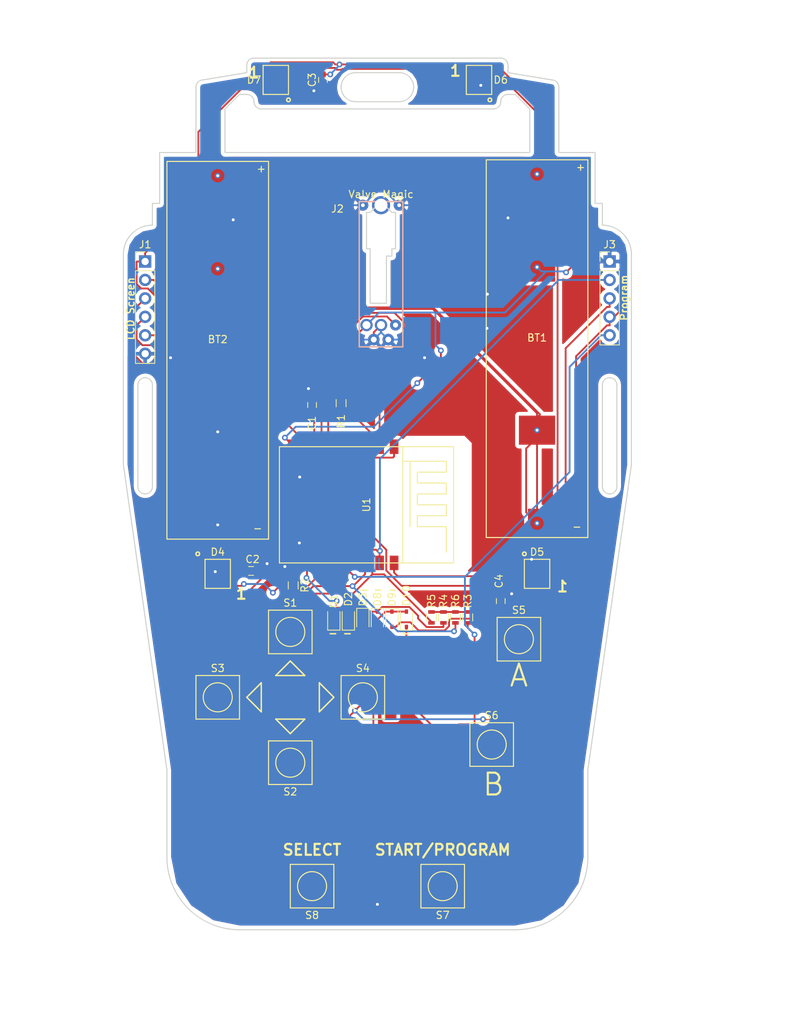
<source format=kicad_pcb>
(kicad_pcb (version 20170123) (host pcbnew "(2017-07-14 revision d3b382c28)-master")

  (general
    (thickness 1.6)
    (drawings 111)
    (tracks 518)
    (zones 0)
    (modules 34)
    (nets 49)
  )

  (page A4)
  (layers
    (0 F.Cu signal)
    (31 B.Cu signal)
    (32 B.Adhes user)
    (33 F.Adhes user)
    (34 B.Paste user)
    (35 F.Paste user)
    (36 B.SilkS user)
    (37 F.SilkS user)
    (38 B.Mask user)
    (39 F.Mask user)
    (40 Dwgs.User user)
    (41 Cmts.User user)
    (42 Eco1.User user)
    (43 Eco2.User user)
    (44 Edge.Cuts user)
    (45 Margin user)
    (46 B.CrtYd user)
    (47 F.CrtYd user)
    (48 B.Fab user)
    (49 F.Fab user)
  )

  (setup
    (last_trace_width 0.25)
    (trace_clearance 0.196)
    (zone_clearance 0.508)
    (zone_45_only yes)
    (trace_min 0.2)
    (segment_width 0.2)
    (edge_width 0.15)
    (via_size 0.8)
    (via_drill 0.4)
    (via_min_size 0.4)
    (via_min_drill 0.3)
    (uvia_size 0.3)
    (uvia_drill 0.1)
    (uvias_allowed no)
    (uvia_min_size 0.2)
    (uvia_min_drill 0.1)
    (pcb_text_width 0.3)
    (pcb_text_size 1.5 1.5)
    (mod_edge_width 0.15)
    (mod_text_size 1 1)
    (mod_text_width 0.15)
    (pad_size 1.524 1.524)
    (pad_drill 0.762)
    (pad_to_mask_clearance 0.2)
    (aux_axis_origin 0 0)
    (visible_elements FFFFEFFF)
    (pcbplotparams
      (layerselection 0x010f8_ffffffff)
      (usegerberextensions true)
      (excludeedgelayer true)
      (linewidth 0.100000)
      (plotframeref false)
      (viasonmask false)
      (mode 1)
      (useauxorigin false)
      (hpglpennumber 1)
      (hpglpenspeed 20)
      (hpglpendiameter 15)
      (psnegative false)
      (psa4output false)
      (plotreference true)
      (plotvalue true)
      (plotinvisibletext false)
      (padsonsilk false)
      (subtractmaskfromsilk false)
      (outputformat 1)
      (mirror false)
      (drillshape 0)
      (scaleselection 1)
      (outputdirectory Outputs/))
  )

  (net 0 "")
  (net 1 "Net-(BT1-Pad2)")
  (net 2 +3V3)
  (net 3 GND)
  (net 4 "Net-(D1-Pad1)")
  (net 5 "Net-(D1-Pad2)")
  (net 6 "Net-(D3-Pad2)")
  (net 7 RXD)
  (net 8 "Net-(D4-Pad2)")
  (net 9 "Net-(D5-Pad2)")
  (net 10 "Net-(D6-Pad2)")
  (net 11 "Net-(D10-Pad2)")
  (net 12 "Net-(D9-Pad2)")
  (net 13 "Net-(D10-Pad1)")
  (net 14 "Net-(J1-Pad5)")
  (net 15 "Net-(J1-Pad4)")
  (net 16 "Net-(J1-Pad3)")
  (net 17 "Net-(J1-Pad2)")
  (net 18 GPIO0)
  (net 19 TXD)
  (net 20 "Net-(R1-Pad2)")
  (net 21 "Net-(J2-Pad3)")
  (net 22 "Net-(S2-Pad1)")
  (net 23 "Net-(S3-Pad3)")
  (net 24 "Net-(S4-Pad3)")
  (net 25 "Net-(S5-Pad1)")
  (net 26 "Net-(S6-Pad1)")
  (net 27 "Net-(R6-Pad2)")
  (net 28 "Net-(R5-Pad2)")
  (net 29 "Net-(R2-Pad2)")
  (net 30 "Net-(D2-Pad1)")
  (net 31 "Net-(D7-Pad2)")
  (net 32 "Net-(D8-Pad2)")
  (net 33 "Net-(S1-Pad2)")
  (net 34 "Net-(S1-Pad4)")
  (net 35 "Net-(S2-Pad4)")
  (net 36 "Net-(S4-Pad2)")
  (net 37 "Net-(S5-Pad4)")
  (net 38 "Net-(S6-Pad4)")
  (net 39 "Net-(S7-Pad2)")
  (net 40 "Net-(S7-Pad4)")
  (net 41 "Net-(S8-Pad2)")
  (net 42 "Net-(S8-Pad4)")
  (net 43 "Net-(U1-Pad9)")
  (net 44 "Net-(U1-Pad10)")
  (net 45 "Net-(U1-Pad11)")
  (net 46 "Net-(U1-Pad14)")
  (net 47 "Net-(U1-Pad13)")
  (net 48 "Net-(U1-Pad12)")

  (net_class Default "This is the default net class."
    (clearance 0.196)
    (trace_width 0.25)
    (via_dia 0.8)
    (via_drill 0.4)
    (uvia_dia 0.3)
    (uvia_drill 0.1)
    (add_net +3V3)
    (add_net GND)
    (add_net GPIO0)
    (add_net "Net-(BT1-Pad2)")
    (add_net "Net-(D1-Pad1)")
    (add_net "Net-(D1-Pad2)")
    (add_net "Net-(D10-Pad1)")
    (add_net "Net-(D10-Pad2)")
    (add_net "Net-(D2-Pad1)")
    (add_net "Net-(D3-Pad2)")
    (add_net "Net-(D4-Pad2)")
    (add_net "Net-(D5-Pad2)")
    (add_net "Net-(D6-Pad2)")
    (add_net "Net-(D7-Pad2)")
    (add_net "Net-(D8-Pad2)")
    (add_net "Net-(D9-Pad2)")
    (add_net "Net-(J1-Pad2)")
    (add_net "Net-(J1-Pad3)")
    (add_net "Net-(J1-Pad4)")
    (add_net "Net-(J1-Pad5)")
    (add_net "Net-(J2-Pad3)")
    (add_net "Net-(R1-Pad2)")
    (add_net "Net-(R2-Pad2)")
    (add_net "Net-(R5-Pad2)")
    (add_net "Net-(R6-Pad2)")
    (add_net "Net-(S1-Pad2)")
    (add_net "Net-(S1-Pad4)")
    (add_net "Net-(S2-Pad1)")
    (add_net "Net-(S2-Pad4)")
    (add_net "Net-(S3-Pad3)")
    (add_net "Net-(S4-Pad2)")
    (add_net "Net-(S4-Pad3)")
    (add_net "Net-(S5-Pad1)")
    (add_net "Net-(S5-Pad4)")
    (add_net "Net-(S6-Pad1)")
    (add_net "Net-(S6-Pad4)")
    (add_net "Net-(S7-Pad2)")
    (add_net "Net-(S7-Pad4)")
    (add_net "Net-(S8-Pad2)")
    (add_net "Net-(S8-Pad4)")
    (add_net "Net-(U1-Pad10)")
    (add_net "Net-(U1-Pad11)")
    (add_net "Net-(U1-Pad12)")
    (add_net "Net-(U1-Pad13)")
    (add_net "Net-(U1-Pad14)")
    (add_net "Net-(U1-Pad9)")
    (add_net RXD)
    (add_net TXD)
  )

  (module local:WS2812B (layer F.Cu) (tedit 5970144F) (tstamp 59710E4C)
    (at 114 106 180)
    (path /596F21C8)
    (attr smd)
    (fp_text reference D4 (at 0 3 180) (layer F.SilkS)
      (effects (font (size 1 1) (thickness 0.15)))
    )
    (fp_text value WS2812B (at 0 -3 180) (layer F.Fab)
      (effects (font (size 1 1) (thickness 0.15)))
    )
    (fp_line (start -1.75 -2) (end 1.75 -2) (layer F.SilkS) (width 0.15))
    (fp_line (start 1.75 -2) (end 1.75 2) (layer F.SilkS) (width 0.15))
    (fp_line (start 1.75 2) (end -1.75 2) (layer F.SilkS) (width 0.15))
    (fp_line (start -1.75 2) (end -1.75 -2) (layer F.SilkS) (width 0.15))
    (pad 1 smd rect (at -2.25 -1.65 180) (size 0.9 0.9) (layers F.Cu F.Paste F.Mask)
      (net 2 +3V3))
    (pad 4 smd rect (at 2.25 -1.65 180) (size 0.9 0.9) (layers F.Cu F.Paste F.Mask)
      (net 7 RXD))
    (pad 2 smd rect (at -2.25 1.65 180) (size 0.9 0.9) (layers F.Cu F.Paste F.Mask)
      (net 8 "Net-(D4-Pad2)"))
    (pad 3 smd rect (at 2.25 1.65 180) (size 0.9 0.9) (layers F.Cu F.Paste F.Mask)
      (net 3 GND))
  )

  (module local:ESP12E (layer F.Cu) (tedit 59700CCC) (tstamp 59722F0D)
    (at 134.5 96.5 270)
    (path /596EC18A)
    (attr smd)
    (fp_text reference U1 (at 0 0 270) (layer F.SilkS)
      (effects (font (size 1 1) (thickness 0.15)))
    )
    (fp_text value ESP12E (at 0 7 270) (layer F.Fab)
      (effects (font (size 1 1) (thickness 0.15)))
    )
    (fp_line (start 8 -12) (end -8 -12) (layer F.SilkS) (width 0.15))
    (fp_line (start 8 12) (end 8 -12) (layer F.SilkS) (width 0.15))
    (fp_line (start -8 12) (end 8 12) (layer F.SilkS) (width 0.15))
    (fp_line (start -8 -12) (end -8 12) (layer F.SilkS) (width 0.15))
    (fp_line (start -8 -5) (end 8 -5) (layer F.SilkS) (width 0.15))
    (fp_line (start -6 -5) (end -6 -11) (layer F.SilkS) (width 0.15))
    (fp_line (start 3 -7) (end 3 -11) (layer F.SilkS) (width 0.15))
    (fp_line (start 1.5 -7) (end 3 -7) (layer F.SilkS) (width 0.15))
    (fp_line (start 1.5 -11) (end 1.5 -7) (layer F.SilkS) (width 0.15))
    (fp_line (start 0 -11) (end 1.5 -11) (layer F.SilkS) (width 0.15))
    (fp_line (start 0 -7) (end 0 -11) (layer F.SilkS) (width 0.15))
    (fp_line (start -1.5 -7) (end 0 -7) (layer F.SilkS) (width 0.15))
    (fp_line (start -1.5 -11) (end -1.5 -7) (layer F.SilkS) (width 0.15))
    (fp_line (start -3 -11) (end -1.5 -11) (layer F.SilkS) (width 0.15))
    (fp_line (start -3 -7) (end -3 -11) (layer F.SilkS) (width 0.15))
    (fp_line (start -4.5 -7) (end -3 -7) (layer F.SilkS) (width 0.15))
    (fp_line (start -4.5 -11) (end -4.5 -7) (layer F.SilkS) (width 0.15))
    (fp_line (start -6 -11) (end -4.5 -11) (layer F.SilkS) (width 0.15))
    (fp_line (start -6 -6) (end 3 -6) (layer F.SilkS) (width 0.15))
    (fp_line (start 3 -11) (end 6.5 -11) (layer F.SilkS) (width 0.15))
    (pad 22 smd rect (at 8 -3.8 270) (size 2 1.2) (layers F.Cu F.Paste F.Mask)
      (net 19 TXD))
    (pad 21 smd rect (at 8 -1.8 270) (size 2 1.2) (layers F.Cu F.Paste F.Mask)
      (net 7 RXD))
    (pad 20 smd rect (at 8 0.2 270) (size 2 1.2) (layers F.Cu F.Paste F.Mask)
      (net 27 "Net-(R6-Pad2)"))
    (pad 19 smd rect (at 8 2.2 270) (size 2 1.2) (layers F.Cu F.Paste F.Mask)
      (net 28 "Net-(R5-Pad2)"))
    (pad 18 smd rect (at 8 4.2 270) (size 2 1.2) (layers F.Cu F.Paste F.Mask)
      (net 18 GPIO0))
    (pad 17 smd rect (at 8 6.2 270) (size 2 1.2) (layers F.Cu F.Paste F.Mask)
      (net 29 "Net-(R2-Pad2)"))
    (pad 16 smd rect (at 8 8.2 270) (size 2 1.2) (layers F.Cu F.Paste F.Mask)
      (net 5 "Net-(D1-Pad2)"))
    (pad 15 smd rect (at 8 10.2 270) (size 2 1.2) (layers F.Cu F.Paste F.Mask)
      (net 3 GND))
    (pad 1 smd rect (at -8 -3.8 270) (size 2 1.2) (layers F.Cu F.Paste F.Mask)
      (net 20 "Net-(R1-Pad2)"))
    (pad 2 smd rect (at -8 -1.8 270) (size 2 1.2) (layers F.Cu F.Paste F.Mask)
      (net 17 "Net-(J1-Pad2)"))
    (pad 3 smd rect (at -8 0.2 270) (size 2 1.2) (layers F.Cu F.Paste F.Mask)
      (net 2 +3V3))
    (pad 4 smd rect (at -8 2.2 270) (size 2 1.2) (layers F.Cu F.Paste F.Mask)
      (net 16 "Net-(J1-Pad3)"))
    (pad 5 smd rect (at -8 4.2 270) (size 2 1.2) (layers F.Cu F.Paste F.Mask)
      (net 15 "Net-(J1-Pad4)"))
    (pad 6 smd rect (at -8 6.2 270) (size 2 1.2) (layers F.Cu F.Paste F.Mask)
      (net 21 "Net-(J2-Pad3)"))
    (pad 7 smd rect (at -8 8.2 270) (size 2 1.2) (layers F.Cu F.Paste F.Mask)
      (net 14 "Net-(J1-Pad5)"))
    (pad 8 smd rect (at -8 10.2 270) (size 2 1.2) (layers F.Cu F.Paste F.Mask)
      (net 2 +3V3))
    (pad 9 smd rect (at -5 12) (size 2 1.2) (layers F.Cu F.Paste F.Mask)
      (net 43 "Net-(U1-Pad9)"))
    (pad 10 smd rect (at -3 12) (size 2 1.2) (layers F.Cu F.Paste F.Mask)
      (net 44 "Net-(U1-Pad10)"))
    (pad 11 smd rect (at -1 12) (size 2 1.2) (layers F.Cu F.Paste F.Mask)
      (net 45 "Net-(U1-Pad11)"))
    (pad 14 smd rect (at 5 12) (size 2 1.2) (layers F.Cu F.Paste F.Mask)
      (net 46 "Net-(U1-Pad14)"))
    (pad 13 smd rect (at 3 12) (size 2 1.2) (layers F.Cu F.Paste F.Mask)
      (net 47 "Net-(U1-Pad13)"))
    (pad 12 smd rect (at 1 12) (size 2 1.2) (layers F.Cu F.Paste F.Mask)
      (net 48 "Net-(U1-Pad12)"))
  )

  (module Pin_Headers:Pin_Header_Straight_1x06_Pitch2.54mm (layer F.Cu) (tedit 5970135A) (tstamp 59710ED2)
    (at 104 63)
    (descr "Through hole straight pin header, 1x06, 2.54mm pitch, single row")
    (tags "Through hole pin header THT 1x06 2.54mm single row")
    (path /596F5B39)
    (fp_text reference J1 (at 0 -2.33) (layer F.SilkS)
      (effects (font (size 1 1) (thickness 0.15)))
    )
    (fp_text value "LCD Screen" (at 2 7 90) (layer F.Fab)
      (effects (font (size 1 1) (thickness 0.15)))
    )
    (fp_text user %R (at 0 6.35 90) (layer F.Fab)
      (effects (font (size 1 1) (thickness 0.15)))
    )
    (fp_line (start 1.8 -1.8) (end -1.8 -1.8) (layer F.CrtYd) (width 0.05))
    (fp_line (start 1.8 14.5) (end 1.8 -1.8) (layer F.CrtYd) (width 0.05))
    (fp_line (start -1.8 14.5) (end 1.8 14.5) (layer F.CrtYd) (width 0.05))
    (fp_line (start -1.8 -1.8) (end -1.8 14.5) (layer F.CrtYd) (width 0.05))
    (fp_line (start -1.33 -1.33) (end 0 -1.33) (layer F.SilkS) (width 0.12))
    (fp_line (start -1.33 0) (end -1.33 -1.33) (layer F.SilkS) (width 0.12))
    (fp_line (start -1.33 1.27) (end 1.33 1.27) (layer F.SilkS) (width 0.12))
    (fp_line (start 1.33 1.27) (end 1.33 14.03) (layer F.SilkS) (width 0.12))
    (fp_line (start -1.33 1.27) (end -1.33 14.03) (layer F.SilkS) (width 0.12))
    (fp_line (start -1.33 14.03) (end 1.33 14.03) (layer F.SilkS) (width 0.12))
    (fp_line (start -1.27 -0.635) (end -0.635 -1.27) (layer F.Fab) (width 0.1))
    (fp_line (start -1.27 13.97) (end -1.27 -0.635) (layer F.Fab) (width 0.1))
    (fp_line (start 1.27 13.97) (end -1.27 13.97) (layer F.Fab) (width 0.1))
    (fp_line (start 1.27 -1.27) (end 1.27 13.97) (layer F.Fab) (width 0.1))
    (fp_line (start -0.635 -1.27) (end 1.27 -1.27) (layer F.Fab) (width 0.1))
    (pad 6 thru_hole oval (at 0 12.7) (size 1.7 1.7) (drill 1) (layers *.Cu *.Mask)
      (net 3 GND))
    (pad 5 thru_hole oval (at 0 10.16) (size 1.7 1.7) (drill 1) (layers *.Cu *.Mask)
      (net 14 "Net-(J1-Pad5)"))
    (pad 4 thru_hole oval (at 0 7.62) (size 1.7 1.7) (drill 1) (layers *.Cu *.Mask)
      (net 15 "Net-(J1-Pad4)"))
    (pad 3 thru_hole oval (at 0 5.08) (size 1.7 1.7) (drill 1) (layers *.Cu *.Mask)
      (net 16 "Net-(J1-Pad3)"))
    (pad 2 thru_hole oval (at 0 2.54) (size 1.7 1.7) (drill 1) (layers *.Cu *.Mask)
      (net 17 "Net-(J1-Pad2)"))
    (pad 1 thru_hole rect (at 0 0) (size 1.7 1.7) (drill 1) (layers *.Cu *.Mask)
      (net 2 +3V3))
    (model ${KISYS3DMOD}/Pin_Headers.3dshapes/Pin_Header_Straight_1x06_Pitch2.54mm.wrl
      (at (xyz 0 0 0))
      (scale (xyz 1 1 1))
      (rotate (xyz 0 0 0))
    )
  )

  (module local:PTS645 (layer F.Cu) (tedit 597166D7) (tstamp 59710F8E)
    (at 151.75 129.5)
    (path /596EC9D7)
    (attr smd)
    (fp_text reference S6 (at 0 -4) (layer F.SilkS)
      (effects (font (size 1 1) (thickness 0.15)))
    )
    (fp_text value B (at 0 4) (layer F.Fab)
      (effects (font (size 1 1) (thickness 0.15)))
    )
    (fp_circle (center 0 0) (end 2 0) (layer F.SilkS) (width 0.15))
    (fp_line (start -3 3) (end -3 -3) (layer F.SilkS) (width 0.15))
    (fp_line (start -3 -3) (end 3 -3) (layer F.SilkS) (width 0.15))
    (fp_line (start 3 -3) (end 3 3) (layer F.SilkS) (width 0.15))
    (fp_line (start 3 3) (end -3 3) (layer F.SilkS) (width 0.15))
    (pad 1 smd rect (at -3.85 -2.25) (size 1.55 1.3) (layers F.Cu F.Paste F.Mask)
      (net 26 "Net-(S6-Pad1)"))
    (pad 2 smd rect (at 3.85 -2.25) (size 1.55 1.3) (layers F.Cu F.Paste F.Mask)
      (net 33 "Net-(S1-Pad2)"))
    (pad 4 smd rect (at 3.85 2.25) (size 1.55 1.3) (layers F.Cu F.Paste F.Mask)
      (net 38 "Net-(S6-Pad4)"))
    (pad 3 smd rect (at -3.85 2.25) (size 1.55 1.3) (layers F.Cu F.Paste F.Mask)
      (net 13 "Net-(D10-Pad1)"))
  )

  (module local:PTS645 (layer F.Cu) (tedit 597166D7) (tstamp 59710F81)
    (at 155.5 115)
    (path /596EC995)
    (attr smd)
    (fp_text reference S5 (at 0 -4) (layer F.SilkS)
      (effects (font (size 1 1) (thickness 0.15)))
    )
    (fp_text value A (at 0 4) (layer F.Fab)
      (effects (font (size 1 1) (thickness 0.15)))
    )
    (fp_circle (center 0 0) (end 2 0) (layer F.SilkS) (width 0.15))
    (fp_line (start -3 3) (end -3 -3) (layer F.SilkS) (width 0.15))
    (fp_line (start -3 -3) (end 3 -3) (layer F.SilkS) (width 0.15))
    (fp_line (start 3 -3) (end 3 3) (layer F.SilkS) (width 0.15))
    (fp_line (start 3 3) (end -3 3) (layer F.SilkS) (width 0.15))
    (pad 1 smd rect (at -3.85 -2.25) (size 1.55 1.3) (layers F.Cu F.Paste F.Mask)
      (net 25 "Net-(S5-Pad1)"))
    (pad 2 smd rect (at 3.85 -2.25) (size 1.55 1.3) (layers F.Cu F.Paste F.Mask)
      (net 33 "Net-(S1-Pad2)"))
    (pad 4 smd rect (at 3.85 2.25) (size 1.55 1.3) (layers F.Cu F.Paste F.Mask)
      (net 37 "Net-(S5-Pad4)"))
    (pad 3 smd rect (at -3.85 2.25) (size 1.55 1.3) (layers F.Cu F.Paste F.Mask)
      (net 12 "Net-(D9-Pad2)"))
  )

  (module local:PTS645 (layer F.Cu) (tedit 59718EF1) (tstamp 59710F9B)
    (at 145 149)
    (path /596ECA1D)
    (attr smd)
    (fp_text reference S7 (at 0 4) (layer F.SilkS)
      (effects (font (size 1 1) (thickness 0.15)))
    )
    (fp_text value Start/Program (at 0 4) (layer F.Fab)
      (effects (font (size 1 1) (thickness 0.15)))
    )
    (fp_circle (center 0 0) (end 2 0) (layer F.SilkS) (width 0.15))
    (fp_line (start -3 3) (end -3 -3) (layer F.SilkS) (width 0.15))
    (fp_line (start -3 -3) (end 3 -3) (layer F.SilkS) (width 0.15))
    (fp_line (start 3 -3) (end 3 3) (layer F.SilkS) (width 0.15))
    (fp_line (start 3 3) (end -3 3) (layer F.SilkS) (width 0.15))
    (pad 1 smd rect (at -3.85 -2.25) (size 1.55 1.3) (layers F.Cu F.Paste F.Mask)
      (net 18 GPIO0))
    (pad 2 smd rect (at 3.85 -2.25) (size 1.55 1.3) (layers F.Cu F.Paste F.Mask)
      (net 39 "Net-(S7-Pad2)"))
    (pad 4 smd rect (at 3.85 2.25) (size 1.55 1.3) (layers F.Cu F.Paste F.Mask)
      (net 40 "Net-(S7-Pad4)"))
    (pad 3 smd rect (at -3.85 2.25) (size 1.55 1.3) (layers F.Cu F.Paste F.Mask)
      (net 3 GND))
  )

  (module local:PTS645 (layer F.Cu) (tedit 59718EF4) (tstamp 59710FA8)
    (at 127 149)
    (path /596ECA67)
    (attr smd)
    (fp_text reference S8 (at 0 4) (layer F.SilkS)
      (effects (font (size 1 1) (thickness 0.15)))
    )
    (fp_text value Select (at 0 4) (layer F.Fab)
      (effects (font (size 1 1) (thickness 0.15)))
    )
    (fp_circle (center 0 0) (end 2 0) (layer F.SilkS) (width 0.15))
    (fp_line (start -3 3) (end -3 -3) (layer F.SilkS) (width 0.15))
    (fp_line (start -3 -3) (end 3 -3) (layer F.SilkS) (width 0.15))
    (fp_line (start 3 -3) (end 3 3) (layer F.SilkS) (width 0.15))
    (fp_line (start 3 3) (end -3 3) (layer F.SilkS) (width 0.15))
    (pad 1 smd rect (at -3.85 -2.25) (size 1.55 1.3) (layers F.Cu F.Paste F.Mask)
      (net 29 "Net-(R2-Pad2)"))
    (pad 2 smd rect (at 3.85 -2.25) (size 1.55 1.3) (layers F.Cu F.Paste F.Mask)
      (net 41 "Net-(S8-Pad2)"))
    (pad 4 smd rect (at 3.85 2.25) (size 1.55 1.3) (layers F.Cu F.Paste F.Mask)
      (net 42 "Net-(S8-Pad4)"))
    (pad 3 smd rect (at -3.85 2.25) (size 1.55 1.3) (layers F.Cu F.Paste F.Mask)
      (net 3 GND))
  )

  (module local:PTS645 (layer F.Cu) (tedit 597166D7) (tstamp 59710F74)
    (at 134 123)
    (path /596EC8B5)
    (attr smd)
    (fp_text reference S4 (at 0 -4) (layer F.SilkS)
      (effects (font (size 1 1) (thickness 0.15)))
    )
    (fp_text value Right (at 0 4) (layer F.Fab)
      (effects (font (size 1 1) (thickness 0.15)))
    )
    (fp_circle (center 0 0) (end 2 0) (layer F.SilkS) (width 0.15))
    (fp_line (start -3 3) (end -3 -3) (layer F.SilkS) (width 0.15))
    (fp_line (start -3 -3) (end 3 -3) (layer F.SilkS) (width 0.15))
    (fp_line (start 3 -3) (end 3 3) (layer F.SilkS) (width 0.15))
    (fp_line (start 3 3) (end -3 3) (layer F.SilkS) (width 0.15))
    (pad 1 smd rect (at -3.85 -2.25) (size 1.55 1.3) (layers F.Cu F.Paste F.Mask)
      (net 11 "Net-(D10-Pad2)"))
    (pad 2 smd rect (at 3.85 -2.25) (size 1.55 1.3) (layers F.Cu F.Paste F.Mask)
      (net 36 "Net-(S4-Pad2)"))
    (pad 4 smd rect (at 3.85 2.25) (size 1.55 1.3) (layers F.Cu F.Paste F.Mask)
      (net 32 "Net-(D8-Pad2)"))
    (pad 3 smd rect (at -3.85 2.25) (size 1.55 1.3) (layers F.Cu F.Paste F.Mask)
      (net 24 "Net-(S4-Pad3)"))
  )

  (module local:PTS645 (layer F.Cu) (tedit 59718ECF) (tstamp 59710F5A)
    (at 124 132)
    (path /596EC831)
    (attr smd)
    (fp_text reference S2 (at 0 4) (layer F.SilkS)
      (effects (font (size 1 1) (thickness 0.15)))
    )
    (fp_text value Down (at 0 4) (layer F.Fab)
      (effects (font (size 1 1) (thickness 0.15)))
    )
    (fp_circle (center 0 0) (end 2 0) (layer F.SilkS) (width 0.15))
    (fp_line (start -3 3) (end -3 -3) (layer F.SilkS) (width 0.15))
    (fp_line (start -3 -3) (end 3 -3) (layer F.SilkS) (width 0.15))
    (fp_line (start 3 -3) (end 3 3) (layer F.SilkS) (width 0.15))
    (fp_line (start 3 3) (end -3 3) (layer F.SilkS) (width 0.15))
    (pad 1 smd rect (at -3.85 -2.25) (size 1.55 1.3) (layers F.Cu F.Paste F.Mask)
      (net 22 "Net-(S2-Pad1)"))
    (pad 2 smd rect (at 3.85 -2.25) (size 1.55 1.3) (layers F.Cu F.Paste F.Mask)
      (net 33 "Net-(S1-Pad2)"))
    (pad 4 smd rect (at 3.85 2.25) (size 1.55 1.3) (layers F.Cu F.Paste F.Mask)
      (net 35 "Net-(S2-Pad4)"))
    (pad 3 smd rect (at -3.85 2.25) (size 1.55 1.3) (layers F.Cu F.Paste F.Mask)
      (net 6 "Net-(D3-Pad2)"))
  )

  (module local:PTS645 (layer F.Cu) (tedit 597166D7) (tstamp 59710F67)
    (at 114 123)
    (path /596EC875)
    (attr smd)
    (fp_text reference S3 (at 0 -4) (layer F.SilkS)
      (effects (font (size 1 1) (thickness 0.15)))
    )
    (fp_text value Left (at 0 4) (layer F.Fab)
      (effects (font (size 1 1) (thickness 0.15)))
    )
    (fp_circle (center 0 0) (end 2 0) (layer F.SilkS) (width 0.15))
    (fp_line (start -3 3) (end -3 -3) (layer F.SilkS) (width 0.15))
    (fp_line (start -3 -3) (end 3 -3) (layer F.SilkS) (width 0.15))
    (fp_line (start 3 -3) (end 3 3) (layer F.SilkS) (width 0.15))
    (fp_line (start 3 3) (end -3 3) (layer F.SilkS) (width 0.15))
    (pad 1 smd rect (at -3.85 -2.25) (size 1.55 1.3) (layers F.Cu F.Paste F.Mask)
      (net 11 "Net-(D10-Pad2)"))
    (pad 2 smd rect (at 3.85 -2.25) (size 1.55 1.3) (layers F.Cu F.Paste F.Mask)
      (net 28 "Net-(R5-Pad2)"))
    (pad 4 smd rect (at 3.85 2.25) (size 1.55 1.3) (layers F.Cu F.Paste F.Mask)
      (net 30 "Net-(D2-Pad1)"))
    (pad 3 smd rect (at -3.85 2.25) (size 1.55 1.3) (layers F.Cu F.Paste F.Mask)
      (net 23 "Net-(S3-Pad3)"))
  )

  (module local:PTS645 (layer F.Cu) (tedit 597166D7) (tstamp 59710F4D)
    (at 124 114)
    (path /596EC645)
    (attr smd)
    (fp_text reference S1 (at 0 -4) (layer F.SilkS)
      (effects (font (size 1 1) (thickness 0.15)))
    )
    (fp_text value Up (at 0 4) (layer F.Fab)
      (effects (font (size 1 1) (thickness 0.15)))
    )
    (fp_circle (center 0 0) (end 2 0) (layer F.SilkS) (width 0.15))
    (fp_line (start -3 3) (end -3 -3) (layer F.SilkS) (width 0.15))
    (fp_line (start -3 -3) (end 3 -3) (layer F.SilkS) (width 0.15))
    (fp_line (start 3 -3) (end 3 3) (layer F.SilkS) (width 0.15))
    (fp_line (start 3 3) (end -3 3) (layer F.SilkS) (width 0.15))
    (pad 1 smd rect (at -3.85 -2.25) (size 1.55 1.3) (layers F.Cu F.Paste F.Mask)
      (net 27 "Net-(R6-Pad2)"))
    (pad 2 smd rect (at 3.85 -2.25) (size 1.55 1.3) (layers F.Cu F.Paste F.Mask)
      (net 33 "Net-(S1-Pad2)"))
    (pad 4 smd rect (at 3.85 2.25) (size 1.55 1.3) (layers F.Cu F.Paste F.Mask)
      (net 34 "Net-(S1-Pad4)"))
    (pad 3 smd rect (at -3.85 2.25) (size 1.55 1.3) (layers F.Cu F.Paste F.Mask)
      (net 4 "Net-(D1-Pad1)"))
  )

  (module Resistors_SMD:R_0603 (layer F.Cu) (tedit 59703964) (tstamp 5970CC9B)
    (at 146.75 112 270)
    (descr "Resistor SMD 0603, reflow soldering, Vishay (see dcrcw.pdf)")
    (tags "resistor 0603")
    (path /59703FEB)
    (attr smd)
    (fp_text reference R6 (at -2.25 0 270) (layer F.SilkS)
      (effects (font (size 1 1) (thickness 0.15)))
    )
    (fp_text value 10k (at 2.75 0 270) (layer F.Fab)
      (effects (font (size 1 1) (thickness 0.15)))
    )
    (fp_text user %R (at 0 0 270) (layer F.Fab)
      (effects (font (size 0.4 0.4) (thickness 0.075)))
    )
    (fp_line (start -0.8 0.4) (end -0.8 -0.4) (layer F.Fab) (width 0.1))
    (fp_line (start 0.8 0.4) (end -0.8 0.4) (layer F.Fab) (width 0.1))
    (fp_line (start 0.8 -0.4) (end 0.8 0.4) (layer F.Fab) (width 0.1))
    (fp_line (start -0.8 -0.4) (end 0.8 -0.4) (layer F.Fab) (width 0.1))
    (fp_line (start 0.5 0.68) (end -0.5 0.68) (layer F.SilkS) (width 0.12))
    (fp_line (start -0.5 -0.68) (end 0.5 -0.68) (layer F.SilkS) (width 0.12))
    (fp_line (start -1.25 -0.7) (end 1.25 -0.7) (layer F.CrtYd) (width 0.05))
    (fp_line (start -1.25 -0.7) (end -1.25 0.7) (layer F.CrtYd) (width 0.05))
    (fp_line (start 1.25 0.7) (end 1.25 -0.7) (layer F.CrtYd) (width 0.05))
    (fp_line (start 1.25 0.7) (end -1.25 0.7) (layer F.CrtYd) (width 0.05))
    (pad 1 smd rect (at -0.75 0 270) (size 0.5 0.9) (layers F.Cu F.Paste F.Mask)
      (net 2 +3V3))
    (pad 2 smd rect (at 0.75 0 270) (size 0.5 0.9) (layers F.Cu F.Paste F.Mask)
      (net 27 "Net-(R6-Pad2)"))
    (model ${KISYS3DMOD}/Resistors_SMD.3dshapes/R_0603.wrl
      (at (xyz 0 0 0))
      (scale (xyz 1 1 1))
      (rotate (xyz 0 0 0))
    )
  )

  (module Resistors_SMD:R_0603 (layer F.Cu) (tedit 59703963) (tstamp 5970CC6A)
    (at 145.1 112 270)
    (descr "Resistor SMD 0603, reflow soldering, Vishay (see dcrcw.pdf)")
    (tags "resistor 0603")
    (path /59703F15)
    (attr smd)
    (fp_text reference R4 (at -2.25 0 270) (layer F.SilkS)
      (effects (font (size 1 1) (thickness 0.15)))
    )
    (fp_text value 10k (at 2.75 0 270) (layer F.Fab)
      (effects (font (size 1 1) (thickness 0.15)))
    )
    (fp_line (start 1.25 0.7) (end -1.25 0.7) (layer F.CrtYd) (width 0.05))
    (fp_line (start 1.25 0.7) (end 1.25 -0.7) (layer F.CrtYd) (width 0.05))
    (fp_line (start -1.25 -0.7) (end -1.25 0.7) (layer F.CrtYd) (width 0.05))
    (fp_line (start -1.25 -0.7) (end 1.25 -0.7) (layer F.CrtYd) (width 0.05))
    (fp_line (start -0.5 -0.68) (end 0.5 -0.68) (layer F.SilkS) (width 0.12))
    (fp_line (start 0.5 0.68) (end -0.5 0.68) (layer F.SilkS) (width 0.12))
    (fp_line (start -0.8 -0.4) (end 0.8 -0.4) (layer F.Fab) (width 0.1))
    (fp_line (start 0.8 -0.4) (end 0.8 0.4) (layer F.Fab) (width 0.1))
    (fp_line (start 0.8 0.4) (end -0.8 0.4) (layer F.Fab) (width 0.1))
    (fp_line (start -0.8 0.4) (end -0.8 -0.4) (layer F.Fab) (width 0.1))
    (fp_text user %R (at 0 0 270) (layer F.Fab)
      (effects (font (size 0.4 0.4) (thickness 0.075)))
    )
    (pad 2 smd rect (at 0.75 0 270) (size 0.5 0.9) (layers F.Cu F.Paste F.Mask)
      (net 5 "Net-(D1-Pad2)"))
    (pad 1 smd rect (at -0.75 0 270) (size 0.5 0.9) (layers F.Cu F.Paste F.Mask)
      (net 2 +3V3))
    (model ${KISYS3DMOD}/Resistors_SMD.3dshapes/R_0603.wrl
      (at (xyz 0 0 0))
      (scale (xyz 1 1 1))
      (rotate (xyz 0 0 0))
    )
  )

  (module Resistors_SMD:R_0603 (layer F.Cu) (tedit 59703958) (tstamp 5970CBD9)
    (at 143.45 112 270)
    (descr "Resistor SMD 0603, reflow soldering, Vishay (see dcrcw.pdf)")
    (tags "resistor 0603")
    (path /59703F91)
    (attr smd)
    (fp_text reference R5 (at -2.25 0 270) (layer F.SilkS)
      (effects (font (size 1 1) (thickness 0.15)))
    )
    (fp_text value 10k (at 2.75 0 270) (layer F.Fab)
      (effects (font (size 1 1) (thickness 0.15)))
    )
    (fp_line (start 1.25 0.7) (end -1.25 0.7) (layer F.CrtYd) (width 0.05))
    (fp_line (start 1.25 0.7) (end 1.25 -0.7) (layer F.CrtYd) (width 0.05))
    (fp_line (start -1.25 -0.7) (end -1.25 0.7) (layer F.CrtYd) (width 0.05))
    (fp_line (start -1.25 -0.7) (end 1.25 -0.7) (layer F.CrtYd) (width 0.05))
    (fp_line (start -0.5 -0.68) (end 0.5 -0.68) (layer F.SilkS) (width 0.12))
    (fp_line (start 0.5 0.68) (end -0.5 0.68) (layer F.SilkS) (width 0.12))
    (fp_line (start -0.8 -0.4) (end 0.8 -0.4) (layer F.Fab) (width 0.1))
    (fp_line (start 0.8 -0.4) (end 0.8 0.4) (layer F.Fab) (width 0.1))
    (fp_line (start 0.8 0.4) (end -0.8 0.4) (layer F.Fab) (width 0.1))
    (fp_line (start -0.8 0.4) (end -0.8 -0.4) (layer F.Fab) (width 0.1))
    (fp_text user %R (at 0 0 270) (layer F.Fab)
      (effects (font (size 0.4 0.4) (thickness 0.075)))
    )
    (pad 2 smd rect (at 0.75 0 270) (size 0.5 0.9) (layers F.Cu F.Paste F.Mask)
      (net 28 "Net-(R5-Pad2)"))
    (pad 1 smd rect (at -0.75 0 270) (size 0.5 0.9) (layers F.Cu F.Paste F.Mask)
      (net 2 +3V3))
    (model ${KISYS3DMOD}/Resistors_SMD.3dshapes/R_0603.wrl
      (at (xyz 0 0 0))
      (scale (xyz 1 1 1))
      (rotate (xyz 0 0 0))
    )
  )

  (module local:BK-53 (layer F.Cu) (tedit 596FFF32) (tstamp 5970AFA2)
    (at 158 75)
    (path /596F363A)
    (attr smd)
    (fp_text reference BT1 (at 0 -1.5) (layer F.SilkS)
      (effects (font (size 1 1) (thickness 0.15)))
    )
    (fp_text value Battery_Cell (at 0 1.5) (layer F.Fab)
      (effects (font (size 1 1) (thickness 0.15)))
    )
    (fp_line (start -7 26) (end -7 -26) (layer F.SilkS) (width 0.15))
    (fp_line (start 7 26) (end -7 26) (layer F.SilkS) (width 0.15))
    (fp_line (start 7 -26) (end 7 26) (layer F.SilkS) (width 0.15))
    (fp_line (start -7 -26) (end 7 -26) (layer F.SilkS) (width 0.15))
    (fp_text user + (at 6 -25) (layer F.SilkS)
      (effects (font (size 1 1) (thickness 0.15)))
    )
    (fp_text user - (at 5.5 24.5) (layer F.SilkS)
      (effects (font (size 1 1) (thickness 0.15)))
    )
    (pad 2 smd rect (at 0 24.035) (size 2.5 4) (layers F.Cu F.Paste F.Mask)
      (net 1 "Net-(BT1-Pad2)"))
    (pad 2 smd rect (at 0 11.225) (size 5 4) (layers F.Cu F.Paste F.Mask)
      (net 1 "Net-(BT1-Pad2)"))
    (pad 1 smd rect (at 0 -11.225) (size 5 4) (layers F.Cu F.Paste F.Mask)
      (net 2 +3V3))
    (pad 1 smd rect (at 0 -24.035) (size 2.5 4) (layers F.Cu F.Paste F.Mask)
      (net 2 +3V3))
  )

  (module local:VALVE_CHICKLET_8_1 (layer F.Cu) (tedit 59702F99) (tstamp 5970AE34)
    (at 136.5 64.75)
    (path /596F104F)
    (fp_text reference J2 (at -6 -9) (layer F.SilkS)
      (effects (font (size 1 1) (thickness 0.15)))
    )
    (fp_text value "Valve Magic" (at 0 -11) (layer F.SilkS)
      (effects (font (size 1 1) (thickness 0.15)))
    )
    (fp_line (start -3 -10) (end 3 -10) (layer B.Fab) (width 0.15))
    (fp_line (start 3 -10) (end 3 10) (layer B.Fab) (width 0.15))
    (fp_line (start 3 10) (end -3 10) (layer B.Fab) (width 0.15))
    (fp_line (start -3 10) (end -3 -10) (layer B.Fab) (width 0.15))
    (pad 1 thru_hole circle (at -2 7) (size 1.7 1.7) (drill 1.1) (layers *.Cu *.Mask)
      (net 2 +3V3))
    (pad 2 thru_hole circle (at 0 7) (size 1.7 1.7) (drill 1.1) (layers *.Cu *.Mask)
      (net 3 GND))
    (pad 3 thru_hole circle (at 2 7) (size 1.524 1.524) (drill 0.71) (layers *.Cu *.Mask)
      (net 21 "Net-(J2-Pad3)"))
    (pad 2 thru_hole circle (at 2.5 -9.5) (size 1.524 1.524) (drill 0.52) (layers *.Cu *.Mask)
      (net 3 GND))
    (pad 2 thru_hole circle (at -2.5 -9.5) (size 1.524 1.524) (drill 0.52) (layers *.Cu *.Mask)
      (net 3 GND))
    (pad ~ thru_hole circle (at 0 -9.5) (size 2.5 2.5) (drill 1.8) (layers *.Cu *.Mask))
    (pad 2 thru_hole circle (at -1 9) (size 1.6 1.6) (drill 0.8) (layers *.Cu *.Mask)
      (net 3 GND))
    (pad 2 thru_hole circle (at 1 9) (size 1.6 1.6) (drill 0.8) (layers *.Cu *.Mask)
      (net 3 GND))
  )

  (module local:BK-53 (layer F.Cu) (tedit 596FFF32) (tstamp 59710DB4)
    (at 114 75.225)
    (path /596F3765)
    (attr smd)
    (fp_text reference BT2 (at 0 -1.5) (layer F.SilkS)
      (effects (font (size 1 1) (thickness 0.15)))
    )
    (fp_text value Battery_Cell (at 0 1.5) (layer F.Fab)
      (effects (font (size 1 1) (thickness 0.15)))
    )
    (fp_text user - (at 5.5 24.5) (layer F.SilkS)
      (effects (font (size 1 1) (thickness 0.15)))
    )
    (fp_text user + (at 6 -25) (layer F.SilkS)
      (effects (font (size 1 1) (thickness 0.15)))
    )
    (fp_line (start -7 -26) (end 7 -26) (layer F.SilkS) (width 0.15))
    (fp_line (start 7 -26) (end 7 26) (layer F.SilkS) (width 0.15))
    (fp_line (start 7 26) (end -7 26) (layer F.SilkS) (width 0.15))
    (fp_line (start -7 26) (end -7 -26) (layer F.SilkS) (width 0.15))
    (pad 1 smd rect (at 0 -24.035) (size 2.5 4) (layers F.Cu F.Paste F.Mask)
      (net 1 "Net-(BT1-Pad2)"))
    (pad 1 smd rect (at 0 -11.225) (size 5 4) (layers F.Cu F.Paste F.Mask)
      (net 1 "Net-(BT1-Pad2)"))
    (pad 2 smd rect (at 0 11.225) (size 5 4) (layers F.Cu F.Paste F.Mask)
      (net 3 GND))
    (pad 2 smd rect (at 0 24.035) (size 2.5 4) (layers F.Cu F.Paste F.Mask)
      (net 3 GND))
  )

  (module Capacitors_SMD:C_0603 (layer F.Cu) (tedit 5970399B) (tstamp 59710DC5)
    (at 127 82.75 90)
    (descr "Capacitor SMD 0603, reflow soldering, AVX (see smccp.pdf)")
    (tags "capacitor 0603")
    (path /596F37E7)
    (attr smd)
    (fp_text reference C1 (at -2.5 0 90) (layer F.SilkS)
      (effects (font (size 1 1) (thickness 0.15)))
    )
    (fp_text value 10u (at 3.25 0 90) (layer F.Fab)
      (effects (font (size 1 1) (thickness 0.15)))
    )
    (fp_text user %R (at -2.5 0 90) (layer F.Fab)
      (effects (font (size 1 1) (thickness 0.15)))
    )
    (fp_line (start -0.8 0.4) (end -0.8 -0.4) (layer F.Fab) (width 0.1))
    (fp_line (start 0.8 0.4) (end -0.8 0.4) (layer F.Fab) (width 0.1))
    (fp_line (start 0.8 -0.4) (end 0.8 0.4) (layer F.Fab) (width 0.1))
    (fp_line (start -0.8 -0.4) (end 0.8 -0.4) (layer F.Fab) (width 0.1))
    (fp_line (start -0.35 -0.6) (end 0.35 -0.6) (layer F.SilkS) (width 0.12))
    (fp_line (start 0.35 0.6) (end -0.35 0.6) (layer F.SilkS) (width 0.12))
    (fp_line (start -1.4 -0.65) (end 1.4 -0.65) (layer F.CrtYd) (width 0.05))
    (fp_line (start -1.4 -0.65) (end -1.4 0.65) (layer F.CrtYd) (width 0.05))
    (fp_line (start 1.4 0.65) (end 1.4 -0.65) (layer F.CrtYd) (width 0.05))
    (fp_line (start 1.4 0.65) (end -1.4 0.65) (layer F.CrtYd) (width 0.05))
    (pad 1 smd rect (at -0.75 0 90) (size 0.8 0.75) (layers F.Cu F.Paste F.Mask)
      (net 2 +3V3))
    (pad 2 smd rect (at 0.75 0 90) (size 0.8 0.75) (layers F.Cu F.Paste F.Mask)
      (net 3 GND))
    (model Capacitors_SMD.3dshapes/C_0603.wrl
      (at (xyz 0 0 0))
      (scale (xyz 1 1 1))
      (rotate (xyz 0 0 0))
    )
  )

  (module Capacitors_SMD:C_0603 (layer F.Cu) (tedit 59716931) (tstamp 59710DD6)
    (at 118.6 105.6)
    (descr "Capacitor SMD 0603, reflow soldering, AVX (see smccp.pdf)")
    (tags "capacitor 0603")
    (path /596F4C9A)
    (attr smd)
    (fp_text reference C2 (at 0.2 -1.6) (layer F.SilkS)
      (effects (font (size 1 1) (thickness 0.15)))
    )
    (fp_text value 10u (at 1 1.3) (layer F.Fab)
      (effects (font (size 1 1) (thickness 0.15)))
    )
    (fp_line (start 1.4 0.65) (end -1.4 0.65) (layer F.CrtYd) (width 0.05))
    (fp_line (start 1.4 0.65) (end 1.4 -0.65) (layer F.CrtYd) (width 0.05))
    (fp_line (start -1.4 -0.65) (end -1.4 0.65) (layer F.CrtYd) (width 0.05))
    (fp_line (start -1.4 -0.65) (end 1.4 -0.65) (layer F.CrtYd) (width 0.05))
    (fp_line (start 0.35 0.6) (end -0.35 0.6) (layer F.SilkS) (width 0.12))
    (fp_line (start -0.35 -0.6) (end 0.35 -0.6) (layer F.SilkS) (width 0.12))
    (fp_line (start -0.8 -0.4) (end 0.8 -0.4) (layer F.Fab) (width 0.1))
    (fp_line (start 0.8 -0.4) (end 0.8 0.4) (layer F.Fab) (width 0.1))
    (fp_line (start 0.8 0.4) (end -0.8 0.4) (layer F.Fab) (width 0.1))
    (fp_line (start -0.8 0.4) (end -0.8 -0.4) (layer F.Fab) (width 0.1))
    (fp_text user %R (at -2.5 0) (layer F.Fab)
      (effects (font (size 1 1) (thickness 0.15)))
    )
    (pad 2 smd rect (at 0.75 0) (size 0.8 0.75) (layers F.Cu F.Paste F.Mask)
      (net 3 GND))
    (pad 1 smd rect (at -0.75 0) (size 0.8 0.75) (layers F.Cu F.Paste F.Mask)
      (net 2 +3V3))
    (model Capacitors_SMD.3dshapes/C_0603.wrl
      (at (xyz 0 0 0))
      (scale (xyz 1 1 1))
      (rotate (xyz 0 0 0))
    )
  )

  (module Capacitors_SMD:C_0603 (layer F.Cu) (tedit 597167BA) (tstamp 59710DE7)
    (at 128.5 38 270)
    (descr "Capacitor SMD 0603, reflow soldering, AVX (see smccp.pdf)")
    (tags "capacitor 0603")
    (path /596F4D54)
    (attr smd)
    (fp_text reference C3 (at 0 1.5 270) (layer F.SilkS)
      (effects (font (size 1 1) (thickness 0.15)))
    )
    (fp_text value 0.1u (at -1.75 2.25) (layer F.Fab)
      (effects (font (size 1 1) (thickness 0.15)))
    )
    (fp_text user %R (at -2.5 0 270) (layer F.Fab)
      (effects (font (size 1 1) (thickness 0.15)))
    )
    (fp_line (start -0.8 0.4) (end -0.8 -0.4) (layer F.Fab) (width 0.1))
    (fp_line (start 0.8 0.4) (end -0.8 0.4) (layer F.Fab) (width 0.1))
    (fp_line (start 0.8 -0.4) (end 0.8 0.4) (layer F.Fab) (width 0.1))
    (fp_line (start -0.8 -0.4) (end 0.8 -0.4) (layer F.Fab) (width 0.1))
    (fp_line (start -0.35 -0.6) (end 0.35 -0.6) (layer F.SilkS) (width 0.12))
    (fp_line (start 0.35 0.6) (end -0.35 0.6) (layer F.SilkS) (width 0.12))
    (fp_line (start -1.4 -0.65) (end 1.4 -0.65) (layer F.CrtYd) (width 0.05))
    (fp_line (start -1.4 -0.65) (end -1.4 0.65) (layer F.CrtYd) (width 0.05))
    (fp_line (start 1.4 0.65) (end 1.4 -0.65) (layer F.CrtYd) (width 0.05))
    (fp_line (start 1.4 0.65) (end -1.4 0.65) (layer F.CrtYd) (width 0.05))
    (pad 1 smd rect (at -0.75 0 270) (size 0.8 0.75) (layers F.Cu F.Paste F.Mask)
      (net 2 +3V3))
    (pad 2 smd rect (at 0.75 0 270) (size 0.8 0.75) (layers F.Cu F.Paste F.Mask)
      (net 3 GND))
    (model Capacitors_SMD.3dshapes/C_0603.wrl
      (at (xyz 0 0 0))
      (scale (xyz 1 1 1))
      (rotate (xyz 0 0 0))
    )
  )

  (module Capacitors_SMD:C_0603 (layer F.Cu) (tedit 59716847) (tstamp 59710DF8)
    (at 153 109.75 90)
    (descr "Capacitor SMD 0603, reflow soldering, AVX (see smccp.pdf)")
    (tags "capacitor 0603")
    (path /596F4D66)
    (attr smd)
    (fp_text reference C4 (at 2.75 -0.25 90) (layer F.SilkS)
      (effects (font (size 1 1) (thickness 0.15)))
    )
    (fp_text value 0.1u (at 0 -1.75 90) (layer F.Fab)
      (effects (font (size 1 1) (thickness 0.15)))
    )
    (fp_line (start 1.4 0.65) (end -1.4 0.65) (layer F.CrtYd) (width 0.05))
    (fp_line (start 1.4 0.65) (end 1.4 -0.65) (layer F.CrtYd) (width 0.05))
    (fp_line (start -1.4 -0.65) (end -1.4 0.65) (layer F.CrtYd) (width 0.05))
    (fp_line (start -1.4 -0.65) (end 1.4 -0.65) (layer F.CrtYd) (width 0.05))
    (fp_line (start 0.35 0.6) (end -0.35 0.6) (layer F.SilkS) (width 0.12))
    (fp_line (start -0.35 -0.6) (end 0.35 -0.6) (layer F.SilkS) (width 0.12))
    (fp_line (start -0.8 -0.4) (end 0.8 -0.4) (layer F.Fab) (width 0.1))
    (fp_line (start 0.8 -0.4) (end 0.8 0.4) (layer F.Fab) (width 0.1))
    (fp_line (start 0.8 0.4) (end -0.8 0.4) (layer F.Fab) (width 0.1))
    (fp_line (start -0.8 0.4) (end -0.8 -0.4) (layer F.Fab) (width 0.1))
    (fp_text user %R (at -2.5 0 90) (layer F.Fab)
      (effects (font (size 1 1) (thickness 0.15)))
    )
    (pad 2 smd rect (at 0.75 0 90) (size 0.8 0.75) (layers F.Cu F.Paste F.Mask)
      (net 3 GND))
    (pad 1 smd rect (at -0.75 0 90) (size 0.8 0.75) (layers F.Cu F.Paste F.Mask)
      (net 2 +3V3))
    (model Capacitors_SMD.3dshapes/C_0603.wrl
      (at (xyz 0 0 0))
      (scale (xyz 1 1 1))
      (rotate (xyz 0 0 0))
    )
  )

  (module Diodes_SMD:D_SOD-323 (layer F.Cu) (tedit 59703987) (tstamp 59710E10)
    (at 130 112.25 90)
    (descr SOD-323)
    (tags SOD-323)
    (path /596FFDB1)
    (attr smd)
    (fp_text reference D1 (at 2.5 0 90) (layer F.SilkS)
      (effects (font (size 1 1) (thickness 0.15)))
    )
    (fp_text value D (at -3.25 0 90) (layer F.Fab)
      (effects (font (size 1 1) (thickness 0.15)))
    )
    (fp_text user %R (at -2.75 0 90) (layer F.Fab)
      (effects (font (size 1 1) (thickness 0.15)))
    )
    (fp_line (start -1.5 -0.85) (end -1.5 0.85) (layer F.SilkS) (width 0.12))
    (fp_line (start 0.2 0) (end 0.45 0) (layer F.Fab) (width 0.1))
    (fp_line (start 0.2 0.35) (end -0.3 0) (layer F.Fab) (width 0.1))
    (fp_line (start 0.2 -0.35) (end 0.2 0.35) (layer F.Fab) (width 0.1))
    (fp_line (start -0.3 0) (end 0.2 -0.35) (layer F.Fab) (width 0.1))
    (fp_line (start -0.3 0) (end -0.5 0) (layer F.Fab) (width 0.1))
    (fp_line (start -0.3 -0.35) (end -0.3 0.35) (layer F.Fab) (width 0.1))
    (fp_line (start -0.9 0.7) (end -0.9 -0.7) (layer F.Fab) (width 0.1))
    (fp_line (start 0.9 0.7) (end -0.9 0.7) (layer F.Fab) (width 0.1))
    (fp_line (start 0.9 -0.7) (end 0.9 0.7) (layer F.Fab) (width 0.1))
    (fp_line (start -0.9 -0.7) (end 0.9 -0.7) (layer F.Fab) (width 0.1))
    (fp_line (start -1.6 -0.95) (end 1.6 -0.95) (layer F.CrtYd) (width 0.05))
    (fp_line (start 1.6 -0.95) (end 1.6 0.95) (layer F.CrtYd) (width 0.05))
    (fp_line (start -1.6 0.95) (end 1.6 0.95) (layer F.CrtYd) (width 0.05))
    (fp_line (start -1.6 -0.95) (end -1.6 0.95) (layer F.CrtYd) (width 0.05))
    (fp_line (start -1.5 0.85) (end 1.05 0.85) (layer F.SilkS) (width 0.12))
    (fp_line (start -1.5 -0.85) (end 1.05 -0.85) (layer F.SilkS) (width 0.12))
    (pad 1 smd rect (at -1.05 0 90) (size 0.6 0.45) (layers F.Cu F.Paste F.Mask)
      (net 4 "Net-(D1-Pad1)"))
    (pad 2 smd rect (at 1.05 0 90) (size 0.6 0.45) (layers F.Cu F.Paste F.Mask)
      (net 5 "Net-(D1-Pad2)"))
    (model ${KISYS3DMOD}/Diodes_SMD.3dshapes/D_SOD-323.wrl
      (at (xyz 0 0 0))
      (scale (xyz 1 1 1))
      (rotate (xyz 0 0 0))
    )
  )

  (module Diodes_SMD:D_SOD-323 (layer F.Cu) (tedit 59703986) (tstamp 59710E28)
    (at 132 112.25 90)
    (descr SOD-323)
    (tags SOD-323)
    (path /596FFF10)
    (attr smd)
    (fp_text reference D2 (at 2.75 0 90) (layer F.SilkS)
      (effects (font (size 1 1) (thickness 0.15)))
    )
    (fp_text value D (at -3.25 0 90) (layer F.Fab)
      (effects (font (size 1 1) (thickness 0.15)))
    )
    (fp_text user %R (at -2.75 0 90) (layer F.Fab)
      (effects (font (size 1 1) (thickness 0.15)))
    )
    (fp_line (start -1.5 -0.85) (end -1.5 0.85) (layer F.SilkS) (width 0.12))
    (fp_line (start 0.2 0) (end 0.45 0) (layer F.Fab) (width 0.1))
    (fp_line (start 0.2 0.35) (end -0.3 0) (layer F.Fab) (width 0.1))
    (fp_line (start 0.2 -0.35) (end 0.2 0.35) (layer F.Fab) (width 0.1))
    (fp_line (start -0.3 0) (end 0.2 -0.35) (layer F.Fab) (width 0.1))
    (fp_line (start -0.3 0) (end -0.5 0) (layer F.Fab) (width 0.1))
    (fp_line (start -0.3 -0.35) (end -0.3 0.35) (layer F.Fab) (width 0.1))
    (fp_line (start -0.9 0.7) (end -0.9 -0.7) (layer F.Fab) (width 0.1))
    (fp_line (start 0.9 0.7) (end -0.9 0.7) (layer F.Fab) (width 0.1))
    (fp_line (start 0.9 -0.7) (end 0.9 0.7) (layer F.Fab) (width 0.1))
    (fp_line (start -0.9 -0.7) (end 0.9 -0.7) (layer F.Fab) (width 0.1))
    (fp_line (start -1.6 -0.95) (end 1.6 -0.95) (layer F.CrtYd) (width 0.05))
    (fp_line (start 1.6 -0.95) (end 1.6 0.95) (layer F.CrtYd) (width 0.05))
    (fp_line (start -1.6 0.95) (end 1.6 0.95) (layer F.CrtYd) (width 0.05))
    (fp_line (start -1.6 -0.95) (end -1.6 0.95) (layer F.CrtYd) (width 0.05))
    (fp_line (start -1.5 0.85) (end 1.05 0.85) (layer F.SilkS) (width 0.12))
    (fp_line (start -1.5 -0.85) (end 1.05 -0.85) (layer F.SilkS) (width 0.12))
    (pad 1 smd rect (at -1.05 0 90) (size 0.6 0.45) (layers F.Cu F.Paste F.Mask)
      (net 30 "Net-(D2-Pad1)"))
    (pad 2 smd rect (at 1.05 0 90) (size 0.6 0.45) (layers F.Cu F.Paste F.Mask)
      (net 5 "Net-(D1-Pad2)"))
    (model ${KISYS3DMOD}/Diodes_SMD.3dshapes/D_SOD-323.wrl
      (at (xyz 0 0 0))
      (scale (xyz 1 1 1))
      (rotate (xyz 0 0 0))
    )
  )

  (module Diodes_SMD:D_SOD-323 (layer F.Cu) (tedit 597030B2) (tstamp 59710E40)
    (at 134 112.25 270)
    (descr SOD-323)
    (tags SOD-323)
    (path /596FFE7E)
    (attr smd)
    (fp_text reference D3 (at -2.75 0 270) (layer F.SilkS)
      (effects (font (size 1 1) (thickness 0.15)))
    )
    (fp_text value D (at 3.25 0 270) (layer F.Fab)
      (effects (font (size 1 1) (thickness 0.15)))
    )
    (fp_line (start -1.5 -0.85) (end 1.05 -0.85) (layer F.SilkS) (width 0.12))
    (fp_line (start -1.5 0.85) (end 1.05 0.85) (layer F.SilkS) (width 0.12))
    (fp_line (start -1.6 -0.95) (end -1.6 0.95) (layer F.CrtYd) (width 0.05))
    (fp_line (start -1.6 0.95) (end 1.6 0.95) (layer F.CrtYd) (width 0.05))
    (fp_line (start 1.6 -0.95) (end 1.6 0.95) (layer F.CrtYd) (width 0.05))
    (fp_line (start -1.6 -0.95) (end 1.6 -0.95) (layer F.CrtYd) (width 0.05))
    (fp_line (start -0.9 -0.7) (end 0.9 -0.7) (layer F.Fab) (width 0.1))
    (fp_line (start 0.9 -0.7) (end 0.9 0.7) (layer F.Fab) (width 0.1))
    (fp_line (start 0.9 0.7) (end -0.9 0.7) (layer F.Fab) (width 0.1))
    (fp_line (start -0.9 0.7) (end -0.9 -0.7) (layer F.Fab) (width 0.1))
    (fp_line (start -0.3 -0.35) (end -0.3 0.35) (layer F.Fab) (width 0.1))
    (fp_line (start -0.3 0) (end -0.5 0) (layer F.Fab) (width 0.1))
    (fp_line (start -0.3 0) (end 0.2 -0.35) (layer F.Fab) (width 0.1))
    (fp_line (start 0.2 -0.35) (end 0.2 0.35) (layer F.Fab) (width 0.1))
    (fp_line (start 0.2 0.35) (end -0.3 0) (layer F.Fab) (width 0.1))
    (fp_line (start 0.2 0) (end 0.45 0) (layer F.Fab) (width 0.1))
    (fp_line (start -1.5 -0.85) (end -1.5 0.85) (layer F.SilkS) (width 0.12))
    (fp_text user %R (at 2.75 0 270) (layer F.Fab)
      (effects (font (size 1 1) (thickness 0.15)))
    )
    (pad 2 smd rect (at 1.05 0 270) (size 0.6 0.45) (layers F.Cu F.Paste F.Mask)
      (net 6 "Net-(D3-Pad2)"))
    (pad 1 smd rect (at -1.05 0 270) (size 0.6 0.45) (layers F.Cu F.Paste F.Mask)
      (net 5 "Net-(D1-Pad2)"))
    (model ${KISYS3DMOD}/Diodes_SMD.3dshapes/D_SOD-323.wrl
      (at (xyz 0 0 0))
      (scale (xyz 1 1 1))
      (rotate (xyz 0 0 0))
    )
  )

  (module local:WS2812B (layer F.Cu) (tedit 59701455) (tstamp 59710E58)
    (at 158 106 180)
    (path /596F2238)
    (attr smd)
    (fp_text reference D5 (at 0 3 180) (layer F.SilkS)
      (effects (font (size 1 1) (thickness 0.15)))
    )
    (fp_text value WS2812B (at 0 -3 180) (layer F.Fab)
      (effects (font (size 1 1) (thickness 0.15)))
    )
    (fp_line (start -1.75 2) (end -1.75 -2) (layer F.SilkS) (width 0.15))
    (fp_line (start 1.75 2) (end -1.75 2) (layer F.SilkS) (width 0.15))
    (fp_line (start 1.75 -2) (end 1.75 2) (layer F.SilkS) (width 0.15))
    (fp_line (start -1.75 -2) (end 1.75 -2) (layer F.SilkS) (width 0.15))
    (pad 3 smd rect (at 2.25 1.65 180) (size 0.9 0.9) (layers F.Cu F.Paste F.Mask)
      (net 3 GND))
    (pad 2 smd rect (at -2.25 1.65 180) (size 0.9 0.9) (layers F.Cu F.Paste F.Mask)
      (net 9 "Net-(D5-Pad2)"))
    (pad 4 smd rect (at 2.25 -1.65 180) (size 0.9 0.9) (layers F.Cu F.Paste F.Mask)
      (net 8 "Net-(D4-Pad2)"))
    (pad 1 smd rect (at -2.25 -1.65 180) (size 0.9 0.9) (layers F.Cu F.Paste F.Mask)
      (net 2 +3V3))
  )

  (module local:WS2812B (layer F.Cu) (tedit 59716632) (tstamp 59710E64)
    (at 150 38)
    (path /596F2371)
    (attr smd)
    (fp_text reference D6 (at 3 0) (layer F.SilkS)
      (effects (font (size 1 1) (thickness 0.15)))
    )
    (fp_text value WS2812B (at -5.5 -0.25) (layer F.Fab)
      (effects (font (size 1 1) (thickness 0.15)))
    )
    (fp_line (start -1.75 -2) (end 1.75 -2) (layer F.SilkS) (width 0.15))
    (fp_line (start 1.75 -2) (end 1.75 2) (layer F.SilkS) (width 0.15))
    (fp_line (start 1.75 2) (end -1.75 2) (layer F.SilkS) (width 0.15))
    (fp_line (start -1.75 2) (end -1.75 -2) (layer F.SilkS) (width 0.15))
    (pad 1 smd rect (at -2.25 -1.65) (size 0.9 0.9) (layers F.Cu F.Paste F.Mask)
      (net 2 +3V3))
    (pad 4 smd rect (at 2.25 -1.65) (size 0.9 0.9) (layers F.Cu F.Paste F.Mask)
      (net 9 "Net-(D5-Pad2)"))
    (pad 2 smd rect (at -2.25 1.65) (size 0.9 0.9) (layers F.Cu F.Paste F.Mask)
      (net 10 "Net-(D6-Pad2)"))
    (pad 3 smd rect (at 2.25 1.65) (size 0.9 0.9) (layers F.Cu F.Paste F.Mask)
      (net 3 GND))
  )

  (module local:WS2812B (layer F.Cu) (tedit 597167BE) (tstamp 59710E70)
    (at 122 38)
    (path /596F23C7)
    (attr smd)
    (fp_text reference D7 (at -3 0) (layer F.SilkS)
      (effects (font (size 1 1) (thickness 0.15)))
    )
    (fp_text value WS2812B (at 5.5 3) (layer F.Fab)
      (effects (font (size 1 1) (thickness 0.15)))
    )
    (fp_line (start -1.75 2) (end -1.75 -2) (layer F.SilkS) (width 0.15))
    (fp_line (start 1.75 2) (end -1.75 2) (layer F.SilkS) (width 0.15))
    (fp_line (start 1.75 -2) (end 1.75 2) (layer F.SilkS) (width 0.15))
    (fp_line (start -1.75 -2) (end 1.75 -2) (layer F.SilkS) (width 0.15))
    (pad 3 smd rect (at 2.25 1.65) (size 0.9 0.9) (layers F.Cu F.Paste F.Mask)
      (net 3 GND))
    (pad 2 smd rect (at -2.25 1.65) (size 0.9 0.9) (layers F.Cu F.Paste F.Mask)
      (net 31 "Net-(D7-Pad2)"))
    (pad 4 smd rect (at 2.25 -1.65) (size 0.9 0.9) (layers F.Cu F.Paste F.Mask)
      (net 10 "Net-(D6-Pad2)"))
    (pad 1 smd rect (at -2.25 -1.65) (size 0.9 0.9) (layers F.Cu F.Paste F.Mask)
      (net 2 +3V3))
  )

  (module Diodes_SMD:D_SOD-323 (layer F.Cu) (tedit 597030B3) (tstamp 59710E88)
    (at 136 112.25 270)
    (descr SOD-323)
    (tags SOD-323)
    (path /596FFF78)
    (attr smd)
    (fp_text reference D8 (at -2.75 0 270) (layer F.SilkS)
      (effects (font (size 1 1) (thickness 0.15)))
    )
    (fp_text value D (at 3.25 0 270) (layer F.Fab)
      (effects (font (size 1 1) (thickness 0.15)))
    )
    (fp_line (start -1.5 -0.85) (end 1.05 -0.85) (layer F.SilkS) (width 0.12))
    (fp_line (start -1.5 0.85) (end 1.05 0.85) (layer F.SilkS) (width 0.12))
    (fp_line (start -1.6 -0.95) (end -1.6 0.95) (layer F.CrtYd) (width 0.05))
    (fp_line (start -1.6 0.95) (end 1.6 0.95) (layer F.CrtYd) (width 0.05))
    (fp_line (start 1.6 -0.95) (end 1.6 0.95) (layer F.CrtYd) (width 0.05))
    (fp_line (start -1.6 -0.95) (end 1.6 -0.95) (layer F.CrtYd) (width 0.05))
    (fp_line (start -0.9 -0.7) (end 0.9 -0.7) (layer F.Fab) (width 0.1))
    (fp_line (start 0.9 -0.7) (end 0.9 0.7) (layer F.Fab) (width 0.1))
    (fp_line (start 0.9 0.7) (end -0.9 0.7) (layer F.Fab) (width 0.1))
    (fp_line (start -0.9 0.7) (end -0.9 -0.7) (layer F.Fab) (width 0.1))
    (fp_line (start -0.3 -0.35) (end -0.3 0.35) (layer F.Fab) (width 0.1))
    (fp_line (start -0.3 0) (end -0.5 0) (layer F.Fab) (width 0.1))
    (fp_line (start -0.3 0) (end 0.2 -0.35) (layer F.Fab) (width 0.1))
    (fp_line (start 0.2 -0.35) (end 0.2 0.35) (layer F.Fab) (width 0.1))
    (fp_line (start 0.2 0.35) (end -0.3 0) (layer F.Fab) (width 0.1))
    (fp_line (start 0.2 0) (end 0.45 0) (layer F.Fab) (width 0.1))
    (fp_line (start -1.5 -0.85) (end -1.5 0.85) (layer F.SilkS) (width 0.12))
    (fp_text user %R (at 2.75 0 270) (layer F.Fab)
      (effects (font (size 1 1) (thickness 0.15)))
    )
    (pad 2 smd rect (at 1.05 0 270) (size 0.6 0.45) (layers F.Cu F.Paste F.Mask)
      (net 32 "Net-(D8-Pad2)"))
    (pad 1 smd rect (at -1.05 0 270) (size 0.6 0.45) (layers F.Cu F.Paste F.Mask)
      (net 5 "Net-(D1-Pad2)"))
    (model ${KISYS3DMOD}/Diodes_SMD.3dshapes/D_SOD-323.wrl
      (at (xyz 0 0 0))
      (scale (xyz 1 1 1))
      (rotate (xyz 0 0 0))
    )
  )

  (module Diodes_SMD:D_SOD-323 (layer F.Cu) (tedit 597030B5) (tstamp 59710EA0)
    (at 138 112.25 270)
    (descr SOD-323)
    (tags SOD-323)
    (path /5970000E)
    (attr smd)
    (fp_text reference D9 (at -2.75 0 270) (layer F.SilkS)
      (effects (font (size 1 1) (thickness 0.15)))
    )
    (fp_text value D (at 3.25 0 270) (layer F.Fab)
      (effects (font (size 1 1) (thickness 0.15)))
    )
    (fp_text user %R (at 2.75 0 270) (layer F.Fab)
      (effects (font (size 1 1) (thickness 0.15)))
    )
    (fp_line (start -1.5 -0.85) (end -1.5 0.85) (layer F.SilkS) (width 0.12))
    (fp_line (start 0.2 0) (end 0.45 0) (layer F.Fab) (width 0.1))
    (fp_line (start 0.2 0.35) (end -0.3 0) (layer F.Fab) (width 0.1))
    (fp_line (start 0.2 -0.35) (end 0.2 0.35) (layer F.Fab) (width 0.1))
    (fp_line (start -0.3 0) (end 0.2 -0.35) (layer F.Fab) (width 0.1))
    (fp_line (start -0.3 0) (end -0.5 0) (layer F.Fab) (width 0.1))
    (fp_line (start -0.3 -0.35) (end -0.3 0.35) (layer F.Fab) (width 0.1))
    (fp_line (start -0.9 0.7) (end -0.9 -0.7) (layer F.Fab) (width 0.1))
    (fp_line (start 0.9 0.7) (end -0.9 0.7) (layer F.Fab) (width 0.1))
    (fp_line (start 0.9 -0.7) (end 0.9 0.7) (layer F.Fab) (width 0.1))
    (fp_line (start -0.9 -0.7) (end 0.9 -0.7) (layer F.Fab) (width 0.1))
    (fp_line (start -1.6 -0.95) (end 1.6 -0.95) (layer F.CrtYd) (width 0.05))
    (fp_line (start 1.6 -0.95) (end 1.6 0.95) (layer F.CrtYd) (width 0.05))
    (fp_line (start -1.6 0.95) (end 1.6 0.95) (layer F.CrtYd) (width 0.05))
    (fp_line (start -1.6 -0.95) (end -1.6 0.95) (layer F.CrtYd) (width 0.05))
    (fp_line (start -1.5 0.85) (end 1.05 0.85) (layer F.SilkS) (width 0.12))
    (fp_line (start -1.5 -0.85) (end 1.05 -0.85) (layer F.SilkS) (width 0.12))
    (pad 1 smd rect (at -1.05 0 270) (size 0.6 0.45) (layers F.Cu F.Paste F.Mask)
      (net 11 "Net-(D10-Pad2)"))
    (pad 2 smd rect (at 1.05 0 270) (size 0.6 0.45) (layers F.Cu F.Paste F.Mask)
      (net 12 "Net-(D9-Pad2)"))
    (model ${KISYS3DMOD}/Diodes_SMD.3dshapes/D_SOD-323.wrl
      (at (xyz 0 0 0))
      (scale (xyz 1 1 1))
      (rotate (xyz 0 0 0))
    )
  )

  (module Diodes_SMD:D_SOD-323 (layer F.Cu) (tedit 59716683) (tstamp 59710EB8)
    (at 140 112.25 90)
    (descr SOD-323)
    (tags SOD-323)
    (path /5970007E)
    (attr smd)
    (fp_text reference D10 (at 3.25 0 90) (layer F.SilkS)
      (effects (font (size 1 1) (thickness 0.15)))
    )
    (fp_text value D (at -3.25 0 90) (layer F.Fab)
      (effects (font (size 1 1) (thickness 0.15)))
    )
    (fp_line (start -1.5 -0.85) (end 1.05 -0.85) (layer F.SilkS) (width 0.12))
    (fp_line (start -1.5 0.85) (end 1.05 0.85) (layer F.SilkS) (width 0.12))
    (fp_line (start -1.6 -0.95) (end -1.6 0.95) (layer F.CrtYd) (width 0.05))
    (fp_line (start -1.6 0.95) (end 1.6 0.95) (layer F.CrtYd) (width 0.05))
    (fp_line (start 1.6 -0.95) (end 1.6 0.95) (layer F.CrtYd) (width 0.05))
    (fp_line (start -1.6 -0.95) (end 1.6 -0.95) (layer F.CrtYd) (width 0.05))
    (fp_line (start -0.9 -0.7) (end 0.9 -0.7) (layer F.Fab) (width 0.1))
    (fp_line (start 0.9 -0.7) (end 0.9 0.7) (layer F.Fab) (width 0.1))
    (fp_line (start 0.9 0.7) (end -0.9 0.7) (layer F.Fab) (width 0.1))
    (fp_line (start -0.9 0.7) (end -0.9 -0.7) (layer F.Fab) (width 0.1))
    (fp_line (start -0.3 -0.35) (end -0.3 0.35) (layer F.Fab) (width 0.1))
    (fp_line (start -0.3 0) (end -0.5 0) (layer F.Fab) (width 0.1))
    (fp_line (start -0.3 0) (end 0.2 -0.35) (layer F.Fab) (width 0.1))
    (fp_line (start 0.2 -0.35) (end 0.2 0.35) (layer F.Fab) (width 0.1))
    (fp_line (start 0.2 0.35) (end -0.3 0) (layer F.Fab) (width 0.1))
    (fp_line (start 0.2 0) (end 0.45 0) (layer F.Fab) (width 0.1))
    (fp_line (start -1.5 -0.85) (end -1.5 0.85) (layer F.SilkS) (width 0.12))
    (fp_text user %R (at -3.25 0 90) (layer F.Fab)
      (effects (font (size 1 1) (thickness 0.15)))
    )
    (pad 2 smd rect (at 1.05 0 90) (size 0.6 0.45) (layers F.Cu F.Paste F.Mask)
      (net 11 "Net-(D10-Pad2)"))
    (pad 1 smd rect (at -1.05 0 90) (size 0.6 0.45) (layers F.Cu F.Paste F.Mask)
      (net 13 "Net-(D10-Pad1)"))
    (model ${KISYS3DMOD}/Diodes_SMD.3dshapes/D_SOD-323.wrl
      (at (xyz 0 0 0))
      (scale (xyz 1 1 1))
      (rotate (xyz 0 0 0))
    )
  )

  (module Pin_Headers:Pin_Header_Straight_1x05_Pitch2.54mm (layer F.Cu) (tedit 59701356) (tstamp 59710F0D)
    (at 168 63)
    (descr "Through hole straight pin header, 1x05, 2.54mm pitch, single row")
    (tags "Through hole pin header THT 1x05 2.54mm single row")
    (path /596F3850)
    (fp_text reference J3 (at 0 -2.33) (layer F.SilkS)
      (effects (font (size 1 1) (thickness 0.15)))
    )
    (fp_text value Program (at -2 6 90) (layer F.Fab)
      (effects (font (size 1 1) (thickness 0.15)))
    )
    (fp_text user %R (at 0 5.08 90) (layer F.Fab)
      (effects (font (size 1 1) (thickness 0.15)))
    )
    (fp_line (start 1.8 -1.8) (end -1.8 -1.8) (layer F.CrtYd) (width 0.05))
    (fp_line (start 1.8 11.95) (end 1.8 -1.8) (layer F.CrtYd) (width 0.05))
    (fp_line (start -1.8 11.95) (end 1.8 11.95) (layer F.CrtYd) (width 0.05))
    (fp_line (start -1.8 -1.8) (end -1.8 11.95) (layer F.CrtYd) (width 0.05))
    (fp_line (start -1.33 -1.33) (end 0 -1.33) (layer F.SilkS) (width 0.12))
    (fp_line (start -1.33 0) (end -1.33 -1.33) (layer F.SilkS) (width 0.12))
    (fp_line (start -1.33 1.27) (end 1.33 1.27) (layer F.SilkS) (width 0.12))
    (fp_line (start 1.33 1.27) (end 1.33 11.49) (layer F.SilkS) (width 0.12))
    (fp_line (start -1.33 1.27) (end -1.33 11.49) (layer F.SilkS) (width 0.12))
    (fp_line (start -1.33 11.49) (end 1.33 11.49) (layer F.SilkS) (width 0.12))
    (fp_line (start -1.27 -0.635) (end -0.635 -1.27) (layer F.Fab) (width 0.1))
    (fp_line (start -1.27 11.43) (end -1.27 -0.635) (layer F.Fab) (width 0.1))
    (fp_line (start 1.27 11.43) (end -1.27 11.43) (layer F.Fab) (width 0.1))
    (fp_line (start 1.27 -1.27) (end 1.27 11.43) (layer F.Fab) (width 0.1))
    (fp_line (start -0.635 -1.27) (end 1.27 -1.27) (layer F.Fab) (width 0.1))
    (pad 5 thru_hole oval (at 0 10.16) (size 1.7 1.7) (drill 1) (layers *.Cu *.Mask)
      (net 18 GPIO0))
    (pad 4 thru_hole oval (at 0 7.62) (size 1.7 1.7) (drill 1) (layers *.Cu *.Mask)
      (net 2 +3V3))
    (pad 3 thru_hole oval (at 0 5.08) (size 1.7 1.7) (drill 1) (layers *.Cu *.Mask)
      (net 19 TXD))
    (pad 2 thru_hole oval (at 0 2.54) (size 1.7 1.7) (drill 1) (layers *.Cu *.Mask)
      (net 7 RXD))
    (pad 1 thru_hole rect (at 0 0) (size 1.7 1.7) (drill 1) (layers *.Cu *.Mask)
      (net 3 GND))
    (model ${KISYS3DMOD}/Pin_Headers.3dshapes/Pin_Header_Straight_1x05_Pitch2.54mm.wrl
      (at (xyz 0 0 0))
      (scale (xyz 1 1 1))
      (rotate (xyz 0 0 0))
    )
  )

  (module Resistors_SMD:R_0603 (layer F.Cu) (tedit 59700F54) (tstamp 59710F1E)
    (at 131 82.5 270)
    (descr "Resistor SMD 0603, reflow soldering, Vishay (see dcrcw.pdf)")
    (tags "resistor 0603")
    (path /596F0EF8)
    (attr smd)
    (fp_text reference R1 (at 2.5 0 270) (layer F.SilkS)
      (effects (font (size 1 1) (thickness 0.15)))
    )
    (fp_text value 10k (at -2.75 0 270) (layer F.Fab)
      (effects (font (size 1 1) (thickness 0.15)))
    )
    (fp_line (start 1.25 0.7) (end -1.25 0.7) (layer F.CrtYd) (width 0.05))
    (fp_line (start 1.25 0.7) (end 1.25 -0.7) (layer F.CrtYd) (width 0.05))
    (fp_line (start -1.25 -0.7) (end -1.25 0.7) (layer F.CrtYd) (width 0.05))
    (fp_line (start -1.25 -0.7) (end 1.25 -0.7) (layer F.CrtYd) (width 0.05))
    (fp_line (start -0.5 -0.68) (end 0.5 -0.68) (layer F.SilkS) (width 0.12))
    (fp_line (start 0.5 0.68) (end -0.5 0.68) (layer F.SilkS) (width 0.12))
    (fp_line (start -0.8 -0.4) (end 0.8 -0.4) (layer F.Fab) (width 0.1))
    (fp_line (start 0.8 -0.4) (end 0.8 0.4) (layer F.Fab) (width 0.1))
    (fp_line (start 0.8 0.4) (end -0.8 0.4) (layer F.Fab) (width 0.1))
    (fp_line (start -0.8 0.4) (end -0.8 -0.4) (layer F.Fab) (width 0.1))
    (fp_text user %R (at 0 0 270) (layer F.Fab)
      (effects (font (size 0.5 0.5) (thickness 0.075)))
    )
    (pad 2 smd rect (at 0.75 0 270) (size 0.5 0.9) (layers F.Cu F.Paste F.Mask)
      (net 20 "Net-(R1-Pad2)"))
    (pad 1 smd rect (at -0.75 0 270) (size 0.5 0.9) (layers F.Cu F.Paste F.Mask)
      (net 2 +3V3))
    (model ${KISYS3DMOD}/Resistors_SMD.3dshapes/R_0603.wrl
      (at (xyz 0 0 0))
      (scale (xyz 1 1 1))
      (rotate (xyz 0 0 0))
    )
  )

  (module Resistors_SMD:R_0603 (layer F.Cu) (tedit 59716926) (tstamp 59710F2F)
    (at 124.4 107.6 270)
    (descr "Resistor SMD 0603, reflow soldering, Vishay (see dcrcw.pdf)")
    (tags "resistor 0603")
    (path /596F08C9)
    (attr smd)
    (fp_text reference R2 (at 0 -1.6 270) (layer F.SilkS)
      (effects (font (size 1 1) (thickness 0.15)))
    )
    (fp_text value 10k (at 0 1.6 270) (layer F.Fab)
      (effects (font (size 1 1) (thickness 0.15)))
    )
    (fp_line (start 1.25 0.7) (end -1.25 0.7) (layer F.CrtYd) (width 0.05))
    (fp_line (start 1.25 0.7) (end 1.25 -0.7) (layer F.CrtYd) (width 0.05))
    (fp_line (start -1.25 -0.7) (end -1.25 0.7) (layer F.CrtYd) (width 0.05))
    (fp_line (start -1.25 -0.7) (end 1.25 -0.7) (layer F.CrtYd) (width 0.05))
    (fp_line (start -0.5 -0.68) (end 0.5 -0.68) (layer F.SilkS) (width 0.12))
    (fp_line (start 0.5 0.68) (end -0.5 0.68) (layer F.SilkS) (width 0.12))
    (fp_line (start -0.8 -0.4) (end 0.8 -0.4) (layer F.Fab) (width 0.1))
    (fp_line (start 0.8 -0.4) (end 0.8 0.4) (layer F.Fab) (width 0.1))
    (fp_line (start 0.8 0.4) (end -0.8 0.4) (layer F.Fab) (width 0.1))
    (fp_line (start -0.8 0.4) (end -0.8 -0.4) (layer F.Fab) (width 0.1))
    (fp_text user %R (at 0 0 270) (layer F.Fab)
      (effects (font (size 0.5 0.5) (thickness 0.075)))
    )
    (pad 2 smd rect (at 0.75 0 270) (size 0.5 0.9) (layers F.Cu F.Paste F.Mask)
      (net 29 "Net-(R2-Pad2)"))
    (pad 1 smd rect (at -0.75 0 270) (size 0.5 0.9) (layers F.Cu F.Paste F.Mask)
      (net 2 +3V3))
    (model ${KISYS3DMOD}/Resistors_SMD.3dshapes/R_0603.wrl
      (at (xyz 0 0 0))
      (scale (xyz 1 1 1))
      (rotate (xyz 0 0 0))
    )
  )

  (module Resistors_SMD:R_0603 (layer F.Cu) (tedit 59700EDA) (tstamp 59710F40)
    (at 148.45 112 270)
    (descr "Resistor SMD 0603, reflow soldering, Vishay (see dcrcw.pdf)")
    (tags "resistor 0603")
    (path /596F092F)
    (attr smd)
    (fp_text reference R3 (at -2.25 0 270) (layer F.SilkS)
      (effects (font (size 1 1) (thickness 0.15)))
    )
    (fp_text value 10k (at 2.75 0 270) (layer F.Fab)
      (effects (font (size 1 1) (thickness 0.15)))
    )
    (fp_text user %R (at 0 0 270) (layer F.Fab)
      (effects (font (size 0.5 0.5) (thickness 0.075)))
    )
    (fp_line (start -0.8 0.4) (end -0.8 -0.4) (layer F.Fab) (width 0.1))
    (fp_line (start 0.8 0.4) (end -0.8 0.4) (layer F.Fab) (width 0.1))
    (fp_line (start 0.8 -0.4) (end 0.8 0.4) (layer F.Fab) (width 0.1))
    (fp_line (start -0.8 -0.4) (end 0.8 -0.4) (layer F.Fab) (width 0.1))
    (fp_line (start 0.5 0.68) (end -0.5 0.68) (layer F.SilkS) (width 0.12))
    (fp_line (start -0.5 -0.68) (end 0.5 -0.68) (layer F.SilkS) (width 0.12))
    (fp_line (start -1.25 -0.7) (end 1.25 -0.7) (layer F.CrtYd) (width 0.05))
    (fp_line (start -1.25 -0.7) (end -1.25 0.7) (layer F.CrtYd) (width 0.05))
    (fp_line (start 1.25 0.7) (end 1.25 -0.7) (layer F.CrtYd) (width 0.05))
    (fp_line (start 1.25 0.7) (end -1.25 0.7) (layer F.CrtYd) (width 0.05))
    (pad 1 smd rect (at -0.75 0 270) (size 0.5 0.9) (layers F.Cu F.Paste F.Mask)
      (net 2 +3V3))
    (pad 2 smd rect (at 0.75 0 270) (size 0.5 0.9) (layers F.Cu F.Paste F.Mask)
      (net 18 GPIO0))
    (model ${KISYS3DMOD}/Resistors_SMD.3dshapes/R_0603.wrl
      (at (xyz 0 0 0))
      (scale (xyz 1 1 1))
      (rotate (xyz 0 0 0))
    )
  )

  (gr_line (start 139.5 54.75) (end 139.5 74.75) (angle 90) (layer B.SilkS) (width 0.2))
  (gr_line (start 133.5 54.75) (end 139.5 54.75) (angle 90) (layer B.SilkS) (width 0.2))
  (gr_line (start 133.5 74.75) (end 133.5 54.75) (angle 90) (layer B.SilkS) (width 0.2))
  (gr_line (start 139.5 74.75) (end 133.5 74.75) (angle 90) (layer B.SilkS) (width 0.2))
  (gr_text Program (at 170 68 90) (layer F.SilkS)
    (effects (font (size 1 1) (thickness 0.2)))
  )
  (gr_text "LCD Screen" (at 102 69.5 90) (layer F.SilkS)
    (effects (font (size 1 1) (thickness 0.2)))
  )
  (gr_text A (at 155.5 120) (layer F.SilkS)
    (effects (font (size 3 3) (thickness 0.3)))
  )
  (gr_text B (at 152 135) (layer F.SilkS)
    (effects (font (size 3 3) (thickness 0.3)))
  )
  (gr_text START/PROGRAM (at 145 144) (layer F.SilkS)
    (effects (font (size 1.5 1.5) (thickness 0.3)))
  )
  (gr_text SELECT (at 127 144) (layer F.SilkS)
    (effects (font (size 1.5 1.5) (thickness 0.3)))
  )
  (gr_line (start 120 125) (end 118 123) (angle 90) (layer F.SilkS) (width 0.2))
  (gr_line (start 120 124) (end 120 125) (angle 90) (layer F.SilkS) (width 0.2))
  (gr_line (start 120 121) (end 120 124) (angle 90) (layer F.SilkS) (width 0.2))
  (gr_line (start 118 123) (end 120 121) (angle 90) (layer F.SilkS) (width 0.2))
  (gr_line (start 126 126) (end 124 128) (angle 90) (layer F.SilkS) (width 0.2))
  (gr_line (start 122 126) (end 126 126) (angle 90) (layer F.SilkS) (width 0.2))
  (gr_line (start 124 128) (end 122 126) (angle 90) (layer F.SilkS) (width 0.2))
  (gr_line (start 128 125) (end 130 123) (angle 90) (layer F.SilkS) (width 0.2))
  (gr_line (start 128 121) (end 128 125) (angle 90) (layer F.SilkS) (width 0.2))
  (gr_line (start 130 123) (end 128 121) (angle 90) (layer F.SilkS) (width 0.2))
  (gr_line (start 126 120) (end 124 118) (angle 90) (layer F.SilkS) (width 0.2))
  (gr_line (start 122 120) (end 126 120) (angle 90) (layer F.SilkS) (width 0.2))
  (gr_line (start 124 118) (end 122 120) (angle 90) (layer F.SilkS) (width 0.2))
  (gr_text 1 (at 146.75 36.75) (layer F.SilkS)
    (effects (font (size 1.5 1.5) (thickness 0.3)))
  )
  (gr_text 1 (at 119 37) (layer F.SilkS)
    (effects (font (size 1.5 1.5) (thickness 0.3)))
  )
  (gr_text 1 (at 117.25 108.75) (layer F.SilkS)
    (effects (font (size 1.5 1.5) (thickness 0.3)))
  )
  (gr_text 1 (at 161.5 107.75) (layer F.SilkS)
    (effects (font (size 1.5 1.5) (thickness 0.3)) (justify mirror))
  )
  (gr_line (start 139.5 114.25) (end 140.25 114.25) (angle 90) (layer F.SilkS) (width 0.2))
  (gr_line (start 137.75 108.25) (end 138.5 108.25) (angle 90) (layer F.SilkS) (width 0.2))
  (gr_line (start 135.75 108.25) (end 136.5 108.25) (angle 90) (layer F.SilkS) (width 0.2))
  (gr_line (start 133.75 108.25) (end 134.5 108.25) (angle 90) (layer F.SilkS) (width 0.2))
  (gr_line (start 131.5 114.25) (end 132.25 114.25) (angle 90) (layer F.SilkS) (width 0.2))
  (gr_line (start 129.5 114.25) (end 130.25 114.25) (angle 90) (layer F.SilkS) (width 0.2))
  (gr_circle (center 151.5 40.75) (end 151.75 40.75) (layer F.SilkS) (width 0.2))
  (gr_circle (center 123.75 40.75) (end 124 40.75) (layer F.SilkS) (width 0.2))
  (gr_circle (center 156.25 103.25) (end 156.5 103.25) (layer F.SilkS) (width 0.2))
  (gr_circle (center 111.25 103.25) (end 111.5 103.25) (layer F.SilkS) (width 0.2))
  (gr_line (start 135 61.25) (end 135 68.75) (angle 90) (layer Edge.Cuts) (width 0.15))
  (gr_line (start 134.5 61.25) (end 135 61.25) (angle 90) (layer Edge.Cuts) (width 0.15))
  (gr_line (start 134.5 56.25) (end 134.5 61.25) (angle 90) (layer Edge.Cuts) (width 0.15))
  (gr_line (start 135 56.25) (end 134.5 56.25) (angle 90) (layer Edge.Cuts) (width 0.15))
  (gr_line (start 136 55.25) (end 135 56.25) (angle 90) (layer Edge.Cuts) (width 0.15))
  (gr_line (start 137 55.25) (end 136 55.25) (angle 90) (layer Edge.Cuts) (width 0.15))
  (gr_line (start 138 56.25) (end 137 55.25) (angle 90) (layer Edge.Cuts) (width 0.15))
  (gr_line (start 138.5 56.25) (end 138 56.25) (angle 90) (layer Edge.Cuts) (width 0.15))
  (gr_line (start 138.5 61.25) (end 138.5 56.25) (angle 90) (layer Edge.Cuts) (width 0.15))
  (gr_line (start 138 61.25) (end 138.5 61.25) (angle 90) (layer Edge.Cuts) (width 0.15))
  (gr_line (start 138 62.25) (end 138 61.25) (angle 90) (layer Edge.Cuts) (width 0.15))
  (gr_line (start 137.25 62.25) (end 138 62.25) (angle 90) (layer Edge.Cuts) (width 0.15))
  (gr_line (start 137.25 68.75) (end 137.25 62.25) (angle 90) (layer Edge.Cuts) (width 0.15))
  (gr_line (start 135 68.75) (end 137.25 68.75) (angle 90) (layer Edge.Cuts) (width 0.15))
  (gr_line (start 133 41) (end 139 41) (angle 90) (layer Edge.Cuts) (width 0.15))
  (gr_line (start 139 37) (end 133 37) (angle 90) (layer Edge.Cuts) (width 0.15))
  (gr_arc (start 133 39) (end 133 41) (angle 90) (layer Edge.Cuts) (width 0.15))
  (gr_arc (start 133 39) (end 131 39) (angle 90) (layer Edge.Cuts) (width 0.15))
  (gr_arc (start 139 39) (end 141 39) (angle 90) (layer Edge.Cuts) (width 0.15))
  (gr_arc (start 139 39) (end 139 37) (angle 90) (layer Edge.Cuts) (width 0.15))
  (gr_line (start 167 80) (end 167 94) (angle 90) (layer Edge.Cuts) (width 0.15))
  (gr_line (start 169 94) (end 169 80) (angle 90) (layer Edge.Cuts) (width 0.15))
  (gr_arc (start 168 80) (end 167 80) (angle 90) (layer Edge.Cuts) (width 0.15))
  (gr_arc (start 168 80) (end 168 79) (angle 90) (layer Edge.Cuts) (width 0.15))
  (gr_arc (start 168 94) (end 168 95) (angle 90) (layer Edge.Cuts) (width 0.15))
  (gr_arc (start 168 94) (end 169 94) (angle 90) (layer Edge.Cuts) (width 0.15))
  (gr_line (start 103 80) (end 103 94) (angle 90) (layer Edge.Cuts) (width 0.15))
  (gr_line (start 105 94) (end 105 80) (angle 90) (layer Edge.Cuts) (width 0.15))
  (gr_arc (start 104 94) (end 104 95) (angle 90) (layer Edge.Cuts) (width 0.15))
  (gr_arc (start 104 94) (end 105 94) (angle 90) (layer Edge.Cuts) (width 0.15))
  (gr_arc (start 104 80) (end 103 80) (angle 90) (layer Edge.Cuts) (width 0.15))
  (gr_arc (start 104 80) (end 104 79) (angle 90) (layer Edge.Cuts) (width 0.15))
  (gr_line (start 160 38) (end 154 37) (angle 90) (layer Edge.Cuts) (width 0.15))
  (gr_arc (start 160 39) (end 160 38) (angle 90) (layer Edge.Cuts) (width 0.15))
  (gr_line (start 161 48) (end 161 39) (angle 90) (layer Edge.Cuts) (width 0.15))
  (gr_line (start 112 38) (end 118 37) (angle 90) (layer Edge.Cuts) (width 0.15))
  (gr_arc (start 112 39) (end 111 39) (angle 90) (layer Edge.Cuts) (width 0.15))
  (gr_line (start 111 48) (end 111 39) (angle 90) (layer Edge.Cuts) (width 0.15))
  (gr_line (start 152 42) (end 120 42) (angle 90) (layer Edge.Cuts) (width 0.15))
  (gr_line (start 155 40) (end 154 40) (angle 90) (layer Edge.Cuts) (width 0.15))
  (gr_line (start 157 42) (end 155 40) (angle 90) (layer Edge.Cuts) (width 0.15))
  (gr_line (start 157 48) (end 157 42) (angle 90) (layer Edge.Cuts) (width 0.15))
  (gr_line (start 115 48) (end 157 48) (angle 90) (layer Edge.Cuts) (width 0.15))
  (gr_line (start 115 42) (end 115 48) (angle 90) (layer Edge.Cuts) (width 0.15))
  (gr_line (start 117 40) (end 115 42) (angle 90) (layer Edge.Cuts) (width 0.15))
  (gr_line (start 118 40) (end 117 40) (angle 90) (layer Edge.Cuts) (width 0.15))
  (gr_arc (start 120 41) (end 120 42) (angle 90) (layer Edge.Cuts) (width 0.15))
  (gr_arc (start 118 41) (end 118 40) (angle 90) (layer Edge.Cuts) (width 0.15))
  (gr_arc (start 152 41) (end 153 41) (angle 90) (layer Edge.Cuts) (width 0.15))
  (gr_arc (start 154 41) (end 153 41) (angle 90) (layer Edge.Cuts) (width 0.15))
  (gr_arc (start 153 36) (end 153 35) (angle 90) (layer Edge.Cuts) (width 0.15))
  (gr_line (start 119 35) (end 153 35) (angle 90) (layer Edge.Cuts) (width 0.15))
  (gr_arc (start 119 36) (end 118 36) (angle 90) (layer Edge.Cuts) (width 0.15))
  (gr_line (start 118 37) (end 118 36) (angle 90) (layer Edge.Cuts) (width 0.15))
  (gr_line (start 106 48) (end 111 48) (angle 90) (layer Edge.Cuts) (width 0.15))
  (gr_line (start 106 55) (end 106 48) (angle 90) (layer Edge.Cuts) (width 0.15))
  (gr_line (start 105 55) (end 106 55) (angle 90) (layer Edge.Cuts) (width 0.15))
  (gr_line (start 105 58) (end 105 55) (angle 90) (layer Edge.Cuts) (width 0.15))
  (gr_arc (start 105 62) (end 101 62) (angle 90) (layer Edge.Cuts) (width 0.15))
  (gr_line (start 101 91) (end 101 62) (angle 90) (layer Edge.Cuts) (width 0.15))
  (gr_line (start 107 133) (end 101 91) (angle 90) (layer Edge.Cuts) (width 0.15))
  (gr_line (start 107 145) (end 107 133) (angle 90) (layer Edge.Cuts) (width 0.15))
  (gr_arc (start 117 145) (end 117 155) (angle 90) (layer Edge.Cuts) (width 0.15))
  (gr_line (start 155 155) (end 117 155) (angle 90) (layer Edge.Cuts) (width 0.15))
  (gr_arc (start 155 145) (end 165 145) (angle 90) (layer Edge.Cuts) (width 0.15))
  (gr_line (start 165 133) (end 165 145) (angle 90) (layer Edge.Cuts) (width 0.15))
  (gr_line (start 171 91) (end 165 133) (angle 90) (layer Edge.Cuts) (width 0.15))
  (gr_line (start 171 62) (end 171 91) (angle 90) (layer Edge.Cuts) (width 0.15))
  (gr_arc (start 167 62) (end 167 58) (angle 90) (layer Edge.Cuts) (width 0.15))
  (gr_line (start 167 55) (end 167 58) (layer Edge.Cuts) (width 0.15))
  (gr_line (start 166 55) (end 167 55) (layer Edge.Cuts) (width 0.15))
  (gr_line (start 166 48) (end 166 55) (layer Edge.Cuts) (width 0.15))
  (gr_line (start 161 48) (end 166 48) (layer Edge.Cuts) (width 0.15))
  (gr_line (start 154 36) (end 154 37) (layer Edge.Cuts) (width 0.15))

  (segment (start 136.23 103.89) (end 136.23 105.19) (width 0.25) (layer B.Cu) (net 0))
  (segment (start 136.23 105.19) (end 136.38 105.34) (width 0.25) (layer B.Cu) (net 0) (tstamp 59718B65))
  (segment (start 158 86.225) (end 158 84.49) (width 0.25) (layer F.Cu) (net 1))
  (segment (start 158 84.49) (end 158.39 84.1) (width 0.25) (layer F.Cu) (net 1) (tstamp 59718B12))
  (segment (start 114.22 66.23) (end 114.22 64.22) (width 0.25) (layer F.Cu) (net 1) (tstamp 59718B22))
  (segment (start 117.31 69.32) (end 114.22 66.23) (width 0.25) (layer F.Cu) (net 1) (tstamp 59718B20))
  (segment (start 143.67 69.32) (end 117.31 69.32) (width 0.25) (layer F.Cu) (net 1) (tstamp 59718B1A))
  (segment (start 158.39 84.04) (end 143.67 69.32) (width 0.25) (layer F.Cu) (net 1) (tstamp 59718B14))
  (segment (start 158.39 84.1) (end 158.39 84.04) (width 0.25) (layer F.Cu) (net 1) (tstamp 59718B13))
  (segment (start 114.22 64.22) (end 114 64) (width 0.25) (layer F.Cu) (net 1) (tstamp 59718B23))
  (segment (start 158 86.225) (end 158 83.8997) (width 0.25) (layer F.Cu) (net 1))
  (segment (start 143.64042 69.54012) (end 117.21482 69.54012) (width 0.25) (layer F.Cu) (net 1))
  (segment (start 158 83.8997) (end 143.64042 69.54012) (width 0.25) (layer F.Cu) (net 1))
  (segment (start 117.21482 69.54012) (end 114 66.3253) (width 0.25) (layer F.Cu) (net 1))
  (segment (start 114 66.3253) (end 114 64) (width 0.25) (layer F.Cu) (net 1))
  (via (at 114 51.19) (size 0.8) (layers F.Cu B.Cu) (net 1))
  (via (at 114 64) (size 0.8) (layers F.Cu B.Cu) (net 1))
  (via (at 158 99.035) (size 0.8) (layers F.Cu B.Cu) (net 1))
  (via (at 158 86.225) (size 0.8) (layers F.Cu B.Cu) (net 1))
  (segment (start 156.5 97.535) (end 158 99.035) (width 0.25) (layer F.Cu) (net 1))
  (segment (start 156.5 88.75) (end 156.5 97.535) (width 0.25) (layer F.Cu) (net 1))
  (segment (start 158 87.25) (end 156.5 88.75) (width 0.25) (layer F.Cu) (net 1))
  (segment (start 158 86.225) (end 158 87.25) (width 0.25) (layer F.Cu) (net 1))
  (segment (start 114 64) (end 114 51.19) (width 0.25) (layer F.Cu) (net 1))
  (segment (start 114 51.19) (end 114 51.25) (width 0.25) (layer B.Cu) (net 1))
  (segment (start 158 86.225) (end 158 99.035) (width 0.25) (layer F.Cu) (net 1))
  (segment (start 158 99.035) (end 158 99) (width 0.25) (layer B.Cu) (net 1))
  (segment (start 158 86.225) (end 158 86.25) (width 0.25) (layer B.Cu) (net 1))
  (segment (start 113.25 63.25) (end 114 64) (width 0.25) (layer F.Cu) (net 1))
  (segment (start 113.25 53.75) (end 113.25 63.25) (width 0.25) (layer F.Cu) (net 1))
  (segment (start 114 53) (end 113.25 53.75) (width 0.25) (layer F.Cu) (net 1))
  (segment (start 114 51.19) (end 114 53) (width 0.25) (layer F.Cu) (net 1))
  (segment (start 159 85.225) (end 158 86.225) (width 0.25) (layer F.Cu) (net 1))
  (segment (start 114 64) (end 114 64.5) (width 0.25) (layer F.Cu) (net 1))
  (segment (start 158 50.965) (end 158 42.5) (width 0.25) (layer F.Cu) (net 2) (status 400000))
  (segment (start 148.9 37.5) (end 147.75 36.35) (width 0.25) (layer F.Cu) (net 2) (tstamp 59719DDC) (status 800000))
  (segment (start 153 37.5) (end 148.9 37.5) (width 0.25) (layer F.Cu) (net 2) (tstamp 59719DD8))
  (segment (start 158 42.5) (end 153 37.5) (width 0.25) (layer F.Cu) (net 2) (tstamp 59719DCE))
  (segment (start 146.49996 35.87496) (end 131.340125 35.87496) (width 0.25) (layer F.Cu) (net 2))
  (segment (start 146.975 36.35) (end 146.49996 35.87496) (width 0.25) (layer F.Cu) (net 2))
  (segment (start 131.340125 35.87496) (end 130.77444 35.87496) (width 0.25) (layer F.Cu) (net 2))
  (segment (start 147.75 36.35) (end 146.975 36.35) (width 0.25) (layer F.Cu) (net 2))
  (segment (start 129.5 37.25) (end 130.77444 35.97556) (width 0.25) (layer B.Cu) (net 2))
  (segment (start 130.77444 35.97556) (end 130.77444 35.87496) (width 0.25) (layer B.Cu) (net 2))
  (segment (start 130.208755 35.87496) (end 130.77444 35.87496) (width 0.25) (layer F.Cu) (net 2))
  (via (at 130.77444 35.87496) (size 0.8) (drill 0.4) (layers F.Cu B.Cu) (net 2))
  (segment (start 129.908495 35.5747) (end 130.208755 35.87496) (width 0.25) (layer F.Cu) (net 2))
  (segment (start 121.301 35.5747) (end 129.908495 35.5747) (width 0.25) (layer F.Cu) (net 2))
  (segment (start 168 70.62) (end 168.63 70.62) (width 0.25) (layer F.Cu) (net 2))
  (segment (start 168.63 70.62) (end 170 69.25) (width 0.25) (layer F.Cu) (net 2) (tstamp 5971748B))
  (segment (start 161.8646 64.3646) (end 159.25 64.3646) (width 0.25) (layer B.Cu) (net 2) (tstamp 597174AB))
  (segment (start 162 64.5) (end 161.8646 64.3646) (width 0.25) (layer B.Cu) (net 2) (tstamp 597174AA))
  (via (at 162 64.5) (size 0.8) (drill 0.4) (layers F.Cu B.Cu) (net 2))
  (segment (start 166.25 60.25) (end 162 64.5) (width 0.25) (layer F.Cu) (net 2) (tstamp 59717495))
  (segment (start 169.5 60.25) (end 166.25 60.25) (width 0.25) (layer F.Cu) (net 2) (tstamp 59717493))
  (segment (start 170 60.75) (end 169.5 60.25) (width 0.25) (layer F.Cu) (net 2) (tstamp 59717492))
  (segment (start 170 69.25) (end 170 60.75) (width 0.25) (layer F.Cu) (net 2) (tstamp 59717490))
  (segment (start 116.25 107.65) (end 116.25 106) (width 0.25) (layer F.Cu) (net 2))
  (segment (start 134.3 92.2) (end 134.3 88.5) (width 0.25) (layer F.Cu) (net 2) (tstamp 59717446))
  (segment (start 128 98.5) (end 134.3 92.2) (width 0.25) (layer F.Cu) (net 2) (tstamp 5971743E))
  (segment (start 120.5 98.5) (end 128 98.5) (width 0.25) (layer F.Cu) (net 2) (tstamp 5971743C))
  (segment (start 115.25 103.75) (end 120.5 98.5) (width 0.25) (layer F.Cu) (net 2) (tstamp 59717438))
  (segment (start 115.25 105) (end 115.25 103.75) (width 0.25) (layer F.Cu) (net 2) (tstamp 59717436))
  (segment (start 116.25 106) (end 115.25 105) (width 0.25) (layer F.Cu) (net 2) (tstamp 59717432))
  (segment (start 116.25 107.2) (end 117.85 105.6) (width 0.25) (layer F.Cu) (net 2))
  (segment (start 129.225 87.1747) (end 129.225001 89.760001) (width 0.25) (layer F.Cu) (net 2))
  (segment (start 129.225001 89.760001) (end 129.159702 89.8253) (width 0.25) (layer F.Cu) (net 2))
  (segment (start 129.159702 89.8253) (end 127.3 89.8253) (width 0.25) (layer F.Cu) (net 2))
  (segment (start 124.3 88.5) (end 124.3 88.9) (width 0.25) (layer F.Cu) (net 2))
  (segment (start 125.2253 89.8253) (end 127.3 89.8253) (width 0.25) (layer F.Cu) (net 2))
  (segment (start 124.3 88.9) (end 125.2253 89.8253) (width 0.25) (layer F.Cu) (net 2))
  (segment (start 104 63) (end 102.9 63) (width 0.25) (layer F.Cu) (net 2))
  (segment (start 103.435999 66.715001) (end 104.374003 66.715001) (width 0.25) (layer F.Cu) (net 2))
  (segment (start 104.374003 66.715001) (end 121.159002 83.5) (width 0.25) (layer F.Cu) (net 2))
  (segment (start 102.9 63) (end 102.824999 63.075001) (width 0.25) (layer F.Cu) (net 2))
  (segment (start 102.824999 63.075001) (end 102.824999 66.104001) (width 0.25) (layer F.Cu) (net 2))
  (segment (start 102.824999 66.104001) (end 103.435999 66.715001) (width 0.25) (layer F.Cu) (net 2))
  (segment (start 126.375 83.5) (end 127 83.5) (width 0.25) (layer F.Cu) (net 2))
  (segment (start 121.159002 83.5) (end 126.375 83.5) (width 0.25) (layer F.Cu) (net 2))
  (via (at 121.6 108.6) (size 0.8) (layers F.Cu B.Cu) (net 2))
  (via (at 117.6 107.4) (size 0.8) (layers F.Cu B.Cu) (net 2))
  (via (at 129.5 37.25) (size 0.8) (layers F.Cu B.Cu) (net 2))
  (via (at 123.25 87.25) (size 0.8) (layers F.Cu B.Cu) (net 2))
  (via (at 141.5 79.75) (size 0.8) (layers F.Cu B.Cu) (net 2))
  (via (at 144.75 75.25) (size 0.8) (layers F.Cu B.Cu) (net 2))
  (via (at 158 63.775) (size 0.8) (layers F.Cu B.Cu) (net 2))
  (via (at 158 50.965) (size 0.8) (layers F.Cu B.Cu) (net 2))
  (segment (start 123.35 106.85) (end 121.6 108.6) (width 0.25) (layer F.Cu) (net 2))
  (segment (start 124.4 106.85) (end 123.35 106.85) (width 0.25) (layer F.Cu) (net 2))
  (segment (start 120.4 107.4) (end 117.6 107.4) (width 0.25) (layer B.Cu) (net 2))
  (segment (start 121.6 108.6) (end 120.4 107.4) (width 0.25) (layer B.Cu) (net 2))
  (segment (start 153 110.75) (end 152.5 111.25) (width 0.25) (layer F.Cu) (net 2))
  (segment (start 153 110.5) (end 153 110.75) (width 0.25) (layer F.Cu) (net 2))
  (segment (start 124.3 88.3) (end 123.25 87.25) (width 0.25) (layer F.Cu) (net 2))
  (segment (start 124.3 88.5) (end 124.3 88.3) (width 0.25) (layer F.Cu) (net 2))
  (segment (start 135.5 85.75) (end 141.5 79.75) (width 0.25) (layer B.Cu) (net 2))
  (segment (start 124.75 85.75) (end 135.5 85.75) (width 0.25) (layer B.Cu) (net 2))
  (segment (start 123.25 87.25) (end 124.75 85.75) (width 0.25) (layer B.Cu) (net 2))
  (segment (start 144.75 76.5) (end 144.75 75.25) (width 0.25) (layer F.Cu) (net 2))
  (segment (start 141.5 79.75) (end 144.75 76.5) (width 0.25) (layer F.Cu) (net 2))
  (segment (start 144 74.5) (end 144 70.024) (width 0.25) (layer B.Cu) (net 2))
  (segment (start 144.75 75.25) (end 144 74.5) (width 0.25) (layer B.Cu) (net 2))
  (segment (start 158 50.965) (end 158 63.775) (width 0.25) (layer F.Cu) (net 2))
  (segment (start 158 63.775) (end 158 63.75) (width 0.25) (layer B.Cu) (net 2))
  (segment (start 158 50.965) (end 158 51) (width 0.25) (layer B.Cu) (net 2))
  (segment (start 120.525 36.35) (end 121.301 35.5747) (width 0.25) (layer F.Cu) (net 2))
  (segment (start 119.75 36.35) (end 120.525 36.35) (width 0.25) (layer F.Cu) (net 2))
  (segment (start 104 61.8247) (end 104 63) (width 0.25) (layer F.Cu) (net 2))
  (segment (start 111.335 54.4893) (end 104 61.8247) (width 0.25) (layer F.Cu) (net 2))
  (segment (start 111.335 45.1522) (end 111.335 54.4893) (width 0.25) (layer F.Cu) (net 2))
  (segment (start 119.362 37.1253) (end 111.335 45.1522) (width 0.25) (layer F.Cu) (net 2))
  (segment (start 119.75 37.1253) (end 119.362 37.1253) (width 0.25) (layer F.Cu) (net 2))
  (segment (start 119.75 36.35) (end 119.75 37.1253) (width 0.25) (layer F.Cu) (net 2))
  (segment (start 131 75.25) (end 134.5 71.75) (width 0.25) (layer F.Cu) (net 2))
  (segment (start 131 81.75) (end 131 75.25) (width 0.25) (layer F.Cu) (net 2))
  (segment (start 127 83.9753) (end 127 83.6126) (width 0.25) (layer F.Cu) (net 2))
  (segment (start 127.3 84.2753) (end 127 83.9753) (width 0.25) (layer F.Cu) (net 2))
  (segment (start 127.3 89.8253) (end 127.3 84.2753) (width 0.25) (layer F.Cu) (net 2))
  (segment (start 134.3 87.1747) (end 134.3 88.5) (width 0.25) (layer F.Cu) (net 2))
  (segment (start 129.225 87.1747) (end 134.3 87.1747) (width 0.25) (layer F.Cu) (net 2))
  (segment (start 129.225 84.2007) (end 129.225 87.1747) (width 0.25) (layer F.Cu) (net 2))
  (segment (start 129 83.9753) (end 129.225 84.2007) (width 0.25) (layer F.Cu) (net 2))
  (segment (start 129 83.25) (end 129 83.9753) (width 0.25) (layer F.Cu) (net 2))
  (segment (start 129.7 83.25) (end 129 83.25) (width 0.25) (layer F.Cu) (net 2))
  (segment (start 129.7 82.2744) (end 129.7 83.25) (width 0.25) (layer F.Cu) (net 2))
  (segment (start 130.225 81.75) (end 129.7 82.2744) (width 0.25) (layer F.Cu) (net 2))
  (segment (start 131 81.75) (end 130.225 81.75) (width 0.25) (layer F.Cu) (net 2))
  (segment (start 168 71.7953) (end 168 70.62) (width 0.25) (layer F.Cu) (net 2))
  (segment (start 167.633 71.7953) (end 168 71.7953) (width 0.25) (layer F.Cu) (net 2))
  (segment (start 163.378 76.0502) (end 167.633 71.7953) (width 0.25) (layer F.Cu) (net 2))
  (segment (start 163.378 103.747) (end 163.378 76.0502) (width 0.25) (layer F.Cu) (net 2))
  (segment (start 160.25 106.875) (end 163.378 103.747) (width 0.25) (layer F.Cu) (net 2))
  (segment (start 160.25 107.65) (end 160.25 106.875) (width 0.25) (layer F.Cu) (net 2))
  (segment (start 128.75 37.25) (end 128.5 37.25) (width 0.25) (layer F.Cu) (net 2))
  (segment (start 122.976 37.25) (end 121.301 35.5747) (width 0.25) (layer F.Cu) (net 2))
  (segment (start 128.5 37.25) (end 122.976 37.25) (width 0.25) (layer F.Cu) (net 2))
  (segment (start 128.5 37.25) (end 128.75 37.25) (width 0.25) (layer F.Cu) (net 2))
  (segment (start 128.75 37.25) (end 129.5 37.25) (width 0.25) (layer F.Cu) (net 2))
  (segment (start 117.35 107.65) (end 116.25 107.65) (width 0.25) (layer F.Cu) (net 2))
  (segment (start 117.6 107.4) (end 117.35 107.65) (width 0.25) (layer F.Cu) (net 2))
  (segment (start 116.25 107.65) (end 116.25 107.2) (width 0.25) (layer F.Cu) (net 2))
  (segment (start 159.25 64.3646) (end 159.247 64.3646) (width 0.25) (layer B.Cu) (net 2))
  (segment (start 158.59 64.3646) (end 158 63.775) (width 0.25) (layer B.Cu) (net 2))
  (segment (start 159.247 64.3646) (end 158.59 64.3646) (width 0.25) (layer B.Cu) (net 2))
  (segment (start 159.25 64.3646) (end 159.247 64.3646) (width 0.25) (layer B.Cu) (net 2))
  (segment (start 153.588 70.024) (end 144 70.024) (width 0.25) (layer B.Cu) (net 2))
  (segment (start 159.247 64.3646) (end 153.588 70.024) (width 0.25) (layer B.Cu) (net 2))
  (segment (start 136.226 70.024) (end 134.5 71.75) (width 0.25) (layer B.Cu) (net 2))
  (segment (start 144 70.024) (end 136.226 70.024) (width 0.25) (layer B.Cu) (net 2))
  (segment (start 146.75 111.25) (end 148.45 111.25) (width 0.25) (layer F.Cu) (net 2))
  (segment (start 155.875 111.25) (end 152.5 111.25) (width 0.25) (layer F.Cu) (net 2))
  (segment (start 159.475 107.65) (end 155.875 111.25) (width 0.25) (layer F.Cu) (net 2))
  (segment (start 160.25 107.65) (end 159.475 107.65) (width 0.25) (layer F.Cu) (net 2))
  (segment (start 152.5 111.25) (end 148.45 111.25) (width 0.25) (layer F.Cu) (net 2))
  (segment (start 145.1 111.25) (end 146.75 111.25) (width 0.25) (layer F.Cu) (net 2))
  (segment (start 127 83.25) (end 127 83.5) (width 0.25) (layer F.Cu) (net 2))
  (segment (start 127 83.5) (end 127 83.6126) (width 0.25) (layer F.Cu) (net 2))
  (segment (start 145.1 111.25) (end 143.5 111.25) (width 0.25) (layer F.Cu) (net 2))
  (segment (start 143.5 111.25) (end 143.45 111.25) (width 0.25) (layer F.Cu) (net 2))
  (segment (start 139 55.25) (end 139 55.34) (width 0.25) (layer B.Cu) (net 3) (status C00000))
  (segment (start 139 55.34) (end 151.16 67.5) (width 0.25) (layer B.Cu) (net 3) (tstamp 59718BC4) (status 400000))
  (segment (start 144.06 77.73) (end 143.89 77.56) (width 0.25) (layer B.Cu) (net 3) (tstamp 59718BCC))
  (segment (start 145.57 77.73) (end 144.06 77.73) (width 0.25) (layer B.Cu) (net 3) (tstamp 59718BCB))
  (segment (start 151.1 72.2) (end 145.57 77.73) (width 0.25) (layer B.Cu) (net 3) (tstamp 59718BCA))
  (via (at 151.1 72.2) (size 0.8) (drill 0.4) (layers F.Cu B.Cu) (net 3))
  (segment (start 151.1 67.56) (end 151.1 72.2) (width 0.25) (layer F.Cu) (net 3) (tstamp 59718BC8))
  (segment (start 151.16 67.5) (end 151.1 67.56) (width 0.25) (layer F.Cu) (net 3) (tstamp 59718BC7))
  (via (at 151.16 67.5) (size 0.8) (drill 0.4) (layers F.Cu B.Cu) (net 3))
  (segment (start 116.07 56.18) (end 116.07 57.2) (width 0.25) (layer B.Cu) (net 3))
  (via (at 116.13 57.26) (size 0.8) (drill 0.4) (layers F.Cu B.Cu) (net 3))
  (segment (start 116.07 57.2) (end 116.13 57.26) (width 0.25) (layer B.Cu) (net 3) (tstamp 59718B9C))
  (segment (start 124.3 104.5) (end 124.3 105.34) (width 0.25) (layer F.Cu) (net 3))
  (segment (start 124.3 105.34) (end 123.54 106.1) (width 0.25) (layer F.Cu) (net 3) (tstamp 59718B76))
  (segment (start 123.54 106.1) (end 122.88 106.1) (width 0.25) (layer F.Cu) (net 3) (tstamp 59718B77))
  (segment (start 111.75 104.35) (end 112.31 104.35) (width 0.25) (layer F.Cu) (net 3))
  (segment (start 113.66 105.7) (end 113.66 105.72) (width 0.25) (layer B.Cu) (net 3) (tstamp 59718B70))
  (via (at 113.66 105.7) (size 0.8) (drill 0.4) (layers F.Cu B.Cu) (net 3))
  (segment (start 112.31 104.35) (end 113.66 105.7) (width 0.25) (layer F.Cu) (net 3) (tstamp 59718B6E))
  (segment (start 135.5 73.75) (end 133.25 73.75) (width 0.25) (layer B.Cu) (net 3))
  (segment (start 133.25 73.75) (end 126.5 80.5) (width 0.25) (layer B.Cu) (net 3) (tstamp 5971757D))
  (segment (start 125.294398 92.675021) (end 125.294398 90.544398) (width 0.25) (layer B.Cu) (net 3))
  (segment (start 125.294398 90.544398) (end 121.75 87) (width 0.25) (layer B.Cu) (net 3) (tstamp 59717560))
  (segment (start 121.75 87) (end 121.75 85.25) (width 0.25) (layer B.Cu) (net 3) (tstamp 59717564))
  (segment (start 121.75 85.25) (end 126.5 80.5) (width 0.25) (layer B.Cu) (net 3) (tstamp 59717566))
  (segment (start 125.294398 93.240706) (end 125.294398 92.675021) (width 0.25) (layer B.Cu) (net 3))
  (segment (start 125 98.5) (end 125.294398 98.205602) (width 0.25) (layer B.Cu) (net 3))
  (segment (start 125.294398 98.205602) (end 125.294398 93.240706) (width 0.25) (layer B.Cu) (net 3))
  (via (at 125.294398 92.675021) (size 0.8) (drill 0.4) (layers F.Cu B.Cu) (net 3))
  (segment (start 126.5 80.5) (end 115.75 80.5) (width 0.25) (layer B.Cu) (net 3))
  (segment (start 115.75 80.5) (end 113.75 82.5) (width 0.25) (layer B.Cu) (net 3) (tstamp 59717553))
  (segment (start 114 99.26) (end 114 102.1) (width 0.25) (layer F.Cu) (net 3))
  (segment (start 114 102.1) (end 111.75 104.35) (width 0.25) (layer F.Cu) (net 3) (tstamp 5971754B))
  (segment (start 111.75 104.35) (end 111.75 104.5) (width 0.25) (layer F.Cu) (net 3))
  (segment (start 111.75 104.5) (end 107.25 109) (width 0.25) (layer F.Cu) (net 3) (tstamp 59717538))
  (segment (start 111.25 139.35) (end 123.15 151.25) (width 0.25) (layer F.Cu) (net 3) (tstamp 59717544))
  (segment (start 111.25 133.25) (end 111.25 139.35) (width 0.25) (layer F.Cu) (net 3) (tstamp 59717542))
  (segment (start 107.25 129.25) (end 111.25 133.25) (width 0.25) (layer F.Cu) (net 3) (tstamp 5971753E))
  (segment (start 107.25 109) (end 107.25 129.25) (width 0.25) (layer F.Cu) (net 3) (tstamp 5971753A))
  (segment (start 136 151.5) (end 133.75 151.5) (width 0.25) (layer F.Cu) (net 3))
  (segment (start 124.9 153) (end 123.15 151.25) (width 0.25) (layer F.Cu) (net 3) (tstamp 59717527))
  (segment (start 132.25 153) (end 124.9 153) (width 0.25) (layer F.Cu) (net 3) (tstamp 59717525))
  (segment (start 133.75 151.5) (end 132.25 153) (width 0.25) (layer F.Cu) (net 3) (tstamp 59717520))
  (via (at 120.8 104.6) (size 0.8) (layers F.Cu B.Cu) (net 3))
  (via (at 154.5 108.75) (size 0.8) (layers F.Cu B.Cu) (net 3))
  (via (at 154 57) (size 0.8) (layers F.Cu B.Cu) (net 3))
  (via (at 150.25 38.75) (size 0.8) (layers F.Cu B.Cu) (net 3))
  (via (at 127.25 39.5) (size 0.8) (layers F.Cu B.Cu) (net 3))
  (via (at 157.25 104) (size 0.8) (layers F.Cu B.Cu) (net 3))
  (via (at 107.5 76.25) (size 0.8) (layers F.Cu B.Cu) (net 3))
  (via (at 142.5 76.25) (size 0.8) (layers F.Cu B.Cu) (net 3))
  (via (at 125.25 101.75) (size 0.8) (layers F.Cu B.Cu) (net 3))
  (via (at 123.25 105) (size 0.8) (layers F.Cu B.Cu) (net 3))
  (via (at 126.5 80.5) (size 0.8) (layers F.Cu B.Cu) (net 3))
  (segment (start 127 81) (end 127 81.75) (width 0.25) (layer F.Cu) (net 3))
  (segment (start 126.5 80.5) (end 127 81) (width 0.25) (layer F.Cu) (net 3))
  (via (at 136 151.5) (size 0.8) (layers F.Cu B.Cu) (net 3))
  (via (at 114 86.45) (size 0.8) (layers F.Cu B.Cu) (net 3))
  (via (at 114 99.26) (size 0.8) (layers F.Cu B.Cu) (net 3))
  (segment (start 119.8 105.6) (end 120.8 104.6) (width 0.25) (layer F.Cu) (net 3))
  (segment (start 119.35 105.6) (end 119.8 105.6) (width 0.25) (layer F.Cu) (net 3))
  (segment (start 121.2 105) (end 123.25 105) (width 0.25) (layer B.Cu) (net 3))
  (segment (start 120.8 104.6) (end 121.2 105) (width 0.25) (layer B.Cu) (net 3))
  (segment (start 154.25 109) (end 154.5 108.75) (width 0.25) (layer F.Cu) (net 3))
  (segment (start 153 109) (end 154.25 109) (width 0.25) (layer F.Cu) (net 3))
  (segment (start 157.25 106) (end 157.25 104) (width 0.25) (layer B.Cu) (net 3))
  (segment (start 154.5 108.75) (end 157.25 106) (width 0.25) (layer B.Cu) (net 3))
  (segment (start 147.5 36) (end 150.25 38.75) (width 0.25) (layer B.Cu) (net 3))
  (segment (start 131.853 36) (end 147.5 36) (width 0.25) (layer B.Cu) (net 3))
  (segment (start 128.353 39.5) (end 131.853 36) (width 0.25) (layer B.Cu) (net 3))
  (segment (start 127.25 39.5) (end 128.353 39.5) (width 0.25) (layer B.Cu) (net 3))
  (segment (start 117 55.25) (end 134 55.25) (width 0.25) (layer B.Cu) (net 3))
  (segment (start 107.5 64.75) (end 116.07 56.18) (width 0.25) (layer B.Cu) (net 3))
  (segment (start 116.07 56.18) (end 117 55.25) (width 0.25) (layer B.Cu) (net 3) (tstamp 59718B9A))
  (segment (start 107.5 76.25) (end 107.5 64.75) (width 0.25) (layer B.Cu) (net 3))
  (segment (start 136.25 53) (end 134 55.25) (width 0.25) (layer B.Cu) (net 3))
  (segment (start 136.75 53) (end 136.25 53) (width 0.25) (layer B.Cu) (net 3))
  (segment (start 139 55.25) (end 136.75 53) (width 0.25) (layer B.Cu) (net 3))
  (segment (start 154 57) (end 160.25 57) (width 0.25) (layer B.Cu) (net 3))
  (segment (start 152.25 55.25) (end 154 57) (width 0.25) (layer B.Cu) (net 3))
  (segment (start 139 55.25) (end 152.25 55.25) (width 0.25) (layer B.Cu) (net 3))
  (segment (start 160.25 42.25) (end 160.25 57) (width 0.25) (layer B.Cu) (net 3))
  (segment (start 156.75 38.75) (end 160.25 42.25) (width 0.25) (layer B.Cu) (net 3))
  (segment (start 150.25 38.75) (end 156.75 38.75) (width 0.25) (layer B.Cu) (net 3))
  (segment (start 151.15 39.65) (end 150.25 38.75) (width 0.25) (layer F.Cu) (net 3))
  (segment (start 152.25 39.65) (end 151.15 39.65) (width 0.25) (layer F.Cu) (net 3))
  (segment (start 127.1 39.65) (end 124.25 39.65) (width 0.25) (layer F.Cu) (net 3))
  (segment (start 127.25 39.5) (end 127.1 39.65) (width 0.25) (layer F.Cu) (net 3))
  (segment (start 156.9 104.35) (end 155.75 104.35) (width 0.25) (layer F.Cu) (net 3))
  (segment (start 157.25 104) (end 156.9 104.35) (width 0.25) (layer F.Cu) (net 3))
  (segment (start 140.9 151.5) (end 141.15 151.25) (width 0.25) (layer F.Cu) (net 3))
  (segment (start 136 151.5) (end 140.9 151.5) (width 0.25) (layer F.Cu) (net 3))
  (segment (start 161.25 57) (end 160.25 57) (width 0.25) (layer B.Cu) (net 3))
  (segment (start 167.25 63) (end 161.25 57) (width 0.25) (layer B.Cu) (net 3))
  (segment (start 168 63) (end 167.25 63) (width 0.25) (layer B.Cu) (net 3))
  (segment (start 106.95 75.7) (end 107.5 76.25) (width 0.25) (layer F.Cu) (net 3))
  (segment (start 104 75.7) (end 106.95 75.7) (width 0.25) (layer F.Cu) (net 3))
  (segment (start 113.75 82.5) (end 113.75 85.5) (width 0.25) (layer B.Cu) (net 3))
  (segment (start 107.5 76.25) (end 113.75 82.5) (width 0.25) (layer B.Cu) (net 3))
  (segment (start 140 73.75) (end 142.5 76.25) (width 0.25) (layer B.Cu) (net 3))
  (segment (start 137.5 73.75) (end 140 73.75) (width 0.25) (layer B.Cu) (net 3))
  (segment (start 123.75 104.5) (end 123.25 105) (width 0.25) (layer F.Cu) (net 3))
  (segment (start 124.3 104.5) (end 123.75 104.5) (width 0.25) (layer F.Cu) (net 3))
  (segment (start 136.5 72.75) (end 137.5 73.75) (width 0.25) (layer B.Cu) (net 3))
  (segment (start 135.5 72.75) (end 136.5 71.75) (width 0.25) (layer F.Cu) (net 3))
  (segment (start 135.5 73.75) (end 135.5 72.75) (width 0.25) (layer F.Cu) (net 3))
  (segment (start 136 151.5) (end 138 151.5) (width 0.25) (layer B.Cu) (net 3))
  (segment (start 123.5 104.5) (end 124.3 104.5) (width 0.25) (layer F.Cu) (net 3))
  (segment (start 111.75 104.35) (end 111.75 104.75) (width 0.25) (layer F.Cu) (net 3))
  (segment (start 114 86.45) (end 114 86.5) (width 0.25) (layer B.Cu) (net 3))
  (segment (start 114 99.26) (end 114 99.25) (width 0.25) (layer B.Cu) (net 3))
  (segment (start 136.5 71.75) (end 136.5 72.75) (width 0.25) (layer B.Cu) (net 3))
  (segment (start 136.5 72.75) (end 135.5 73.75) (width 0.25) (layer B.Cu) (net 3))
  (segment (start 124.24 99.26) (end 114 99.26) (width 0.25) (layer B.Cu) (net 3))
  (segment (start 125 98.5) (end 124.24 99.26) (width 0.25) (layer B.Cu) (net 3))
  (segment (start 123.25 103.75) (end 125 102) (width 0.25) (layer B.Cu) (net 3))
  (segment (start 123.25 105) (end 123.25 103.75) (width 0.25) (layer B.Cu) (net 3))
  (segment (start 125 102) (end 125.25 101.75) (width 0.25) (layer B.Cu) (net 3))
  (segment (start 125 103.25) (end 125 102) (width 0.25) (layer B.Cu) (net 3))
  (segment (start 123.25 105) (end 125 103.25) (width 0.25) (layer B.Cu) (net 3))
  (segment (start 125 102) (end 125 98.5) (width 0.25) (layer B.Cu) (net 3))
  (segment (start 122.1247 113.3) (end 120.15 115.2747) (width 0.25) (layer F.Cu) (net 4))
  (segment (start 130 113.3) (end 122.1247 113.3) (width 0.25) (layer F.Cu) (net 4))
  (segment (start 120.15 116.25) (end 120.15 115.2747) (width 0.25) (layer F.Cu) (net 4))
  (via (at 126.231 106.556) (size 0.8) (layers F.Cu B.Cu) (net 5))
  (via (at 130.3886 109.735) (size 0.8) (layers F.Cu B.Cu) (net 5))
  (segment (start 132 111.2) (end 134 111.2) (width 0.25) (layer F.Cu) (net 5))
  (segment (start 126.3 106.487) (end 126.231 106.556) (width 0.25) (layer F.Cu) (net 5))
  (segment (start 126.3 104.5) (end 126.3 106.487) (width 0.25) (layer F.Cu) (net 5))
  (segment (start 129.41 109.735) (end 130.3886 109.735) (width 0.25) (layer B.Cu) (net 5))
  (segment (start 126.231 106.556) (end 129.41 109.735) (width 0.25) (layer B.Cu) (net 5))
  (segment (start 145.1 112.75) (end 145.1 113.3253) (width 0.25) (layer F.Cu) (net 5))
  (segment (start 134 111.2) (end 136 111.2) (width 0.25) (layer F.Cu) (net 5))
  (segment (start 142.7798 113.3253) (end 145.1 113.3253) (width 0.25) (layer F.Cu) (net 5))
  (segment (start 141.6125 112.158) (end 142.7798 113.3253) (width 0.25) (layer F.Cu) (net 5))
  (segment (start 141.6125 111.7687) (end 141.6125 112.158) (width 0.25) (layer F.Cu) (net 5))
  (segment (start 140.405 110.5612) (end 141.6125 111.7687) (width 0.25) (layer F.Cu) (net 5))
  (segment (start 136.6388 110.5612) (end 140.405 110.5612) (width 0.25) (layer F.Cu) (net 5))
  (segment (start 136 111.2) (end 136.6388 110.5612) (width 0.25) (layer F.Cu) (net 5))
  (segment (start 132 111.2) (end 131.4497 111.2) (width 0.25) (layer F.Cu) (net 5))
  (segment (start 130.3886 109.735) (end 130.3886 110.6618) (width 0.25) (layer F.Cu) (net 5))
  (segment (start 130 111.0504) (end 130.3886 110.6618) (width 0.25) (layer F.Cu) (net 5))
  (segment (start 130 111.2) (end 130 111.0504) (width 0.25) (layer F.Cu) (net 5))
  (segment (start 130.9115 110.6618) (end 131.4497 111.2) (width 0.25) (layer F.Cu) (net 5))
  (segment (start 130.3886 110.6618) (end 130.9115 110.6618) (width 0.25) (layer F.Cu) (net 5))
  (segment (start 134 119.4247) (end 120.15 133.2747) (width 0.25) (layer F.Cu) (net 6))
  (segment (start 134 113.3) (end 134 119.4247) (width 0.25) (layer F.Cu) (net 6))
  (segment (start 120.15 134.25) (end 120.15 133.2747) (width 0.25) (layer F.Cu) (net 6))
  (segment (start 112.525 107.65) (end 113.300001 108.425001) (width 0.25) (layer F.Cu) (net 7))
  (segment (start 113.300001 108.425001) (end 118.264999 108.425001) (width 0.25) (layer F.Cu) (net 7))
  (segment (start 118.264999 108.425001) (end 124.013 102.677) (width 0.25) (layer F.Cu) (net 7))
  (via (at 136.346 102.836) (size 0.8) (layers F.Cu B.Cu) (net 7))
  (segment (start 136.346 90.1815) (end 136.346 102.836) (width 0.25) (layer B.Cu) (net 7))
  (segment (start 160.988 65.54) (end 136.346 90.1815) (width 0.25) (layer B.Cu) (net 7))
  (segment (start 168 65.54) (end 160.988 65.54) (width 0.25) (layer B.Cu) (net 7))
  (segment (start 136.346 102.836) (end 136.154 103.029) (width 0.25) (layer F.Cu) (net 7))
  (segment (start 136.3 103.175) (end 136.154 103.029) (width 0.25) (layer F.Cu) (net 7))
  (segment (start 136.3 104.5) (end 136.3 103.175) (width 0.25) (layer F.Cu) (net 7))
  (segment (start 112.525 107.65) (end 111.75 107.65) (width 0.25) (layer F.Cu) (net 7))
  (segment (start 135.803 102.677) (end 124.013 102.677) (width 0.25) (layer F.Cu) (net 7))
  (segment (start 136.154 103.029) (end 135.803 102.677) (width 0.25) (layer F.Cu) (net 7))
  (segment (start 139.336 107.65) (end 155.75 107.65) (width 0.25) (layer F.Cu) (net 8))
  (segment (start 137.225 105.539) (end 139.336 107.65) (width 0.25) (layer F.Cu) (net 8))
  (segment (start 137.225 102.689) (end 137.225 105.539) (width 0.25) (layer F.Cu) (net 8))
  (segment (start 135.111 100.575) (end 137.225 102.689) (width 0.25) (layer F.Cu) (net 8))
  (segment (start 120.801 100.575) (end 135.111 100.575) (width 0.25) (layer F.Cu) (net 8))
  (segment (start 117.025 104.35) (end 120.801 100.575) (width 0.25) (layer F.Cu) (net 8))
  (segment (start 116.25 104.35) (end 117.025 104.35) (width 0.25) (layer F.Cu) (net 8))
  (segment (start 153 36.35) (end 153 36.7835) (width 0.25) (layer F.Cu) (net 9))
  (segment (start 153 36.7835) (end 153.025 36.8085) (width 0.25) (layer F.Cu) (net 9))
  (segment (start 152.25 36.35) (end 153 36.35) (width 0.25) (layer F.Cu) (net 9))
  (segment (start 153.025 36.8085) (end 153.3085 36.8085) (width 0.25) (layer F.Cu) (net 9))
  (segment (start 153.3085 36.8085) (end 159.717 43.217) (width 0.25) (layer F.Cu) (net 9))
  (segment (start 159.717 43.217) (end 159.717 43.5) (width 0.25) (layer F.Cu) (net 9))
  (segment (start 160.25 103.575) (end 160.25 104.35) (width 0.25) (layer F.Cu) (net 9))
  (segment (start 160.825 102.999) (end 160.25 103.575) (width 0.25) (layer F.Cu) (net 9))
  (segment (start 160.825 48.8003) (end 160.825 102.999) (width 0.25) (layer F.Cu) (net 9))
  (segment (start 159.717 47.6918) (end 160.825 48.8003) (width 0.25) (layer F.Cu) (net 9))
  (segment (start 159.717 43.5675) (end 159.717 47.6918) (width 0.25) (layer F.Cu) (net 9))
  (segment (start 124.25 36.35) (end 130.151918 36.35) (width 0.25) (layer F.Cu) (net 10))
  (segment (start 147.05 39.65) (end 147.75 39.65) (width 0.25) (layer F.Cu) (net 10))
  (segment (start 131.201402 36.4846) (end 143.809 36.4846) (width 0.25) (layer F.Cu) (net 10))
  (segment (start 131.090041 36.595961) (end 131.201402 36.4846) (width 0.25) (layer F.Cu) (net 10))
  (segment (start 130.397879 36.595961) (end 131.090041 36.595961) (width 0.25) (layer F.Cu) (net 10))
  (segment (start 146.975 39.65) (end 147.05 39.65) (width 0.25) (layer F.Cu) (net 10))
  (segment (start 130.151918 36.35) (end 130.397879 36.595961) (width 0.25) (layer F.Cu) (net 10))
  (segment (start 143.809 36.4846) (end 146.975 39.65) (width 0.25) (layer F.Cu) (net 10))
  (segment (start 110.15 120.75) (end 110.15 121.7253) (width 0.25) (layer F.Cu) (net 11))
  (segment (start 130.15 120.75) (end 129.0497 120.75) (width 0.25) (layer F.Cu) (net 11))
  (segment (start 140 111.2) (end 138 111.2) (width 0.25) (layer F.Cu) (net 11))
  (segment (start 119.0496 135.1154) (end 123.9769 140.0427) (width 0.25) (layer F.Cu) (net 11))
  (segment (start 119.0496 133.4653) (end 119.0496 135.1154) (width 0.25) (layer F.Cu) (net 11))
  (segment (start 129.0497 123.4652) (end 119.0496 133.4653) (width 0.25) (layer F.Cu) (net 11))
  (segment (start 129.0497 120.75) (end 129.0497 123.4652) (width 0.25) (layer F.Cu) (net 11))
  (segment (start 112.9333 124.5086) (end 110.15 121.7253) (width 0.25) (layer F.Cu) (net 11))
  (segment (start 112.9333 138.419) (end 112.9333 124.5086) (width 0.25) (layer F.Cu) (net 11))
  (segment (start 122.2397 147.7254) (end 112.9333 138.419) (width 0.25) (layer F.Cu) (net 11))
  (segment (start 124.1269 147.7254) (end 122.2397 147.7254) (width 0.25) (layer F.Cu) (net 11))
  (segment (start 124.3054 147.5469) (end 124.1269 147.7254) (width 0.25) (layer F.Cu) (net 11))
  (segment (start 124.3054 140.3712) (end 124.3054 147.5469) (width 0.25) (layer F.Cu) (net 11))
  (segment (start 123.9769 140.0427) (end 124.3054 140.3712) (width 0.25) (layer F.Cu) (net 11))
  (segment (start 135.4496 128.57) (end 123.9769 140.0427) (width 0.25) (layer F.Cu) (net 11))
  (segment (start 135.4496 112.8653) (end 135.4496 128.57) (width 0.25) (layer F.Cu) (net 11))
  (segment (start 137.1149 111.2) (end 135.4496 112.8653) (width 0.25) (layer F.Cu) (net 11))
  (segment (start 137.4497 111.2) (end 137.1149 111.2) (width 0.25) (layer F.Cu) (net 11))
  (segment (start 138 111.2) (end 137.4497 111.2) (width 0.25) (layer F.Cu) (net 11))
  (segment (start 151.65 114.7751) (end 151.65 117.25) (width 0.25) (layer F.Cu) (net 12))
  (segment (start 149.0495 112.1746) (end 151.65 114.7751) (width 0.25) (layer F.Cu) (net 12))
  (segment (start 146.1302 112.1746) (end 149.0495 112.1746) (width 0.25) (layer F.Cu) (net 12))
  (segment (start 145.8754 112.4294) (end 146.1302 112.1746) (width 0.25) (layer F.Cu) (net 12))
  (segment (start 145.8754 113.1938) (end 145.8754 112.4294) (width 0.25) (layer F.Cu) (net 12))
  (segment (start 145.2728 113.7964) (end 145.8754 113.1938) (width 0.25) (layer F.Cu) (net 12))
  (segment (start 141.6722 113.7964) (end 145.2728 113.7964) (width 0.25) (layer F.Cu) (net 12))
  (segment (start 140.5504 112.6746) (end 141.6722 113.7964) (width 0.25) (layer F.Cu) (net 12))
  (segment (start 139.1757 112.6746) (end 140.5504 112.6746) (width 0.25) (layer F.Cu) (net 12))
  (segment (start 138.5503 113.3) (end 139.1757 112.6746) (width 0.25) (layer F.Cu) (net 12))
  (segment (start 138 113.3) (end 138.5503 113.3) (width 0.25) (layer F.Cu) (net 12))
  (segment (start 147.9 131.75) (end 147.9 131.262) (width 0.25) (layer F.Cu) (net 13))
  (segment (start 140 123.362) (end 140 113.3) (width 0.25) (layer F.Cu) (net 13))
  (segment (start 147.9 131.262) (end 140 123.362) (width 0.25) (layer F.Cu) (net 13))
  (segment (start 108.773589 73.16) (end 105.202081 73.16) (width 0.25) (layer F.Cu) (net 14))
  (segment (start 122.150011 83.950011) (end 119.5636 83.950011) (width 0.25) (layer F.Cu) (net 14))
  (segment (start 126.3 88.1) (end 122.150011 83.950011) (width 0.25) (layer F.Cu) (net 14))
  (segment (start 105.202081 73.16) (end 104 73.16) (width 0.25) (layer F.Cu) (net 14))
  (segment (start 126.3 88.5) (end 126.3 88.1) (width 0.25) (layer F.Cu) (net 14))
  (segment (start 119.5636 83.950011) (end 108.773589 73.16) (width 0.25) (layer F.Cu) (net 14))
  (segment (start 104 70.62) (end 102.824999 71.795001) (width 0.25) (layer F.Cu) (net 15))
  (segment (start 102.824999 71.795001) (end 102.824999 73.724001) (width 0.25) (layer F.Cu) (net 15))
  (segment (start 102.824999 73.724001) (end 103.625997 74.524999) (width 0.25) (layer F.Cu) (net 15))
  (segment (start 123.374999 89.760001) (end 124.114998 90.5) (width 0.25) (layer F.Cu) (net 15))
  (segment (start 103.625997 74.524999) (end 108.774999 74.524999) (width 0.25) (layer F.Cu) (net 15))
  (segment (start 108.774999 74.524999) (end 123.374999 89.124999) (width 0.25) (layer F.Cu) (net 15))
  (segment (start 123.374999 89.124999) (end 123.374999 89.760001) (width 0.25) (layer F.Cu) (net 15))
  (segment (start 130.3 89.75) (end 130.3 88.5) (width 0.25) (layer F.Cu) (net 15))
  (segment (start 124.114998 90.5) (end 129.55 90.5) (width 0.25) (layer F.Cu) (net 15))
  (segment (start 129.55 90.5) (end 130.3 89.75) (width 0.25) (layer F.Cu) (net 15))
  (segment (start 104 68.08) (end 102.358 69.722) (width 0.25) (layer F.Cu) (net 16))
  (segment (start 102.358 69.722) (end 102.358 75.7445) (width 0.25) (layer F.Cu) (net 16))
  (segment (start 102.358 75.7445) (end 104.625 78.0116) (width 0.25) (layer F.Cu) (net 16))
  (segment (start 111.036 78.0116) (end 121.174999 88.150599) (width 0.25) (layer F.Cu) (net 16))
  (segment (start 121.174999 88.150599) (end 121.174999 92.360001) (width 0.25) (layer F.Cu) (net 16))
  (segment (start 132.3 89.83641) (end 132.3 89.75) (width 0.25) (layer F.Cu) (net 16))
  (segment (start 104.625 78.0116) (end 111.036 78.0116) (width 0.25) (layer F.Cu) (net 16))
  (segment (start 121.174999 92.360001) (end 121.239999 92.425001) (width 0.25) (layer F.Cu) (net 16))
  (segment (start 121.239999 92.425001) (end 124.453608 92.425001) (width 0.25) (layer F.Cu) (net 16))
  (segment (start 124.453608 92.425001) (end 125.128609 91.75) (width 0.25) (layer F.Cu) (net 16))
  (segment (start 125.128609 91.75) (end 130.38641 91.75) (width 0.25) (layer F.Cu) (net 16))
  (segment (start 130.38641 91.75) (end 132.3 89.83641) (width 0.25) (layer F.Cu) (net 16))
  (segment (start 132.3 89.75) (end 132.3 88.5) (width 0.25) (layer F.Cu) (net 16))
  (segment (start 136.3 77.1518) (end 136.3 88.5) (width 0.25) (layer F.Cu) (net 17))
  (segment (start 139.61 73.8414) (end 136.3 77.1518) (width 0.25) (layer F.Cu) (net 17))
  (segment (start 139.61 71.3223) (end 139.61 73.8414) (width 0.25) (layer F.Cu) (net 17))
  (segment (start 138.36 70.0723) (end 139.61 71.3223) (width 0.25) (layer F.Cu) (net 17))
  (segment (start 109.708 70.0723) (end 138.36 70.0723) (width 0.25) (layer F.Cu) (net 17))
  (segment (start 105.175 65.54) (end 109.708 70.0723) (width 0.25) (layer F.Cu) (net 17))
  (segment (start 104 65.54) (end 105.175 65.54) (width 0.25) (layer F.Cu) (net 17))
  (via (at 132.878 106.415) (size 0.8) (layers F.Cu B.Cu) (net 18))
  (via (at 149.3902 114.3692) (size 0.8) (layers F.Cu B.Cu) (net 18))
  (segment (start 132.288 105.825) (end 132.878 106.415) (width 0.25) (layer F.Cu) (net 18))
  (segment (start 130.3 105.825) (end 132.288 105.825) (width 0.25) (layer F.Cu) (net 18))
  (segment (start 130.3 104.5) (end 130.3 105.825) (width 0.25) (layer F.Cu) (net 18))
  (segment (start 148.059 113.038) (end 148.059 106.415) (width 0.25) (layer B.Cu) (net 18))
  (segment (start 149.3902 114.3692) (end 148.059 113.038) (width 0.25) (layer B.Cu) (net 18))
  (segment (start 132.878 106.415) (end 148.059 106.415) (width 0.25) (layer B.Cu) (net 18))
  (segment (start 166.825 73.16) (end 168 73.16) (width 0.25) (layer B.Cu) (net 18))
  (segment (start 162.485 77.4994) (end 166.825 73.16) (width 0.25) (layer B.Cu) (net 18))
  (segment (start 162.485 91.9887) (end 162.485 77.4994) (width 0.25) (layer B.Cu) (net 18))
  (segment (start 148.059 106.415) (end 162.485 91.9887) (width 0.25) (layer B.Cu) (net 18))
  (segment (start 148.45 113.429) (end 148.45 112.75) (width 0.25) (layer F.Cu) (net 18))
  (segment (start 149.3902 114.3692) (end 148.45 113.429) (width 0.25) (layer F.Cu) (net 18))
  (segment (start 141.15 146.75) (end 141.15 145.7747) (width 0.25) (layer F.Cu) (net 18))
  (segment (start 149.3902 137.5345) (end 149.3902 114.3692) (width 0.25) (layer F.Cu) (net 18))
  (segment (start 141.15 145.7747) (end 149.3902 137.5345) (width 0.25) (layer F.Cu) (net 18))
  (segment (start 138.3 105.825) (end 138.3 104.5) (width 0.25) (layer F.Cu) (net 19))
  (segment (start 138.803 106.328) (end 138.3 105.825) (width 0.25) (layer F.Cu) (net 19))
  (segment (start 159.69 106.328) (end 138.803 106.328) (width 0.25) (layer F.Cu) (net 19))
  (segment (start 161.936 104.083) (end 159.69 106.328) (width 0.25) (layer F.Cu) (net 19))
  (segment (start 161.936 74.9525) (end 161.936 104.083) (width 0.25) (layer F.Cu) (net 19))
  (segment (start 167.633 69.2553) (end 161.936 74.9525) (width 0.25) (layer F.Cu) (net 19))
  (segment (start 168 69.2553) (end 167.633 69.2553) (width 0.25) (layer F.Cu) (net 19))
  (segment (start 168 68.08) (end 168 69.2553) (width 0.25) (layer F.Cu) (net 19))
  (segment (start 135.614998 90) (end 138.1253 90) (width 0.25) (layer F.Cu) (net 20))
  (segment (start 138.1253 90) (end 138.3 89.8253) (width 0.25) (layer F.Cu) (net 20))
  (segment (start 135.375 86.8493) (end 135.374999 89.760001) (width 0.25) (layer F.Cu) (net 20))
  (segment (start 135.374999 89.760001) (end 135.614998 90) (width 0.25) (layer F.Cu) (net 20))
  (segment (start 138.3 89.8253) (end 138.3 88.5) (width 0.25) (layer F.Cu) (net 20))
  (segment (start 131.775 83.25) (end 135.375 86.8493) (width 0.25) (layer F.Cu) (net 20))
  (segment (start 131 83.25) (end 131.775 83.25) (width 0.25) (layer F.Cu) (net 20))
  (segment (start 137.324 70.5742) (end 138.5 71.75) (width 0.25) (layer F.Cu) (net 21))
  (segment (start 133.991 70.5742) (end 137.324 70.5742) (width 0.25) (layer F.Cu) (net 21))
  (segment (start 128.3 76.2653) (end 133.991 70.5742) (width 0.25) (layer F.Cu) (net 21))
  (segment (start 128.3 88.5) (end 128.3 76.2653) (width 0.25) (layer F.Cu) (net 21))
  (via (at 146.5609 113.9119) (size 0.8) (layers F.Cu B.Cu) (net 27))
  (via (at 132.5719 107.6925) (size 0.8) (layers F.Cu B.Cu) (net 27))
  (segment (start 123.1187 111.75) (end 120.15 111.75) (width 0.25) (layer F.Cu) (net 27))
  (segment (start 127.1762 107.6925) (end 123.1187 111.75) (width 0.25) (layer F.Cu) (net 27))
  (segment (start 132.5719 107.6925) (end 127.1762 107.6925) (width 0.25) (layer F.Cu) (net 27))
  (segment (start 132.6483 107.6925) (end 132.5719 107.6925) (width 0.25) (layer F.Cu) (net 27))
  (segment (start 134.3 106.0408) (end 132.6483 107.6925) (width 0.25) (layer F.Cu) (net 27))
  (segment (start 134.3 104.5) (end 134.3 106.0408) (width 0.25) (layer F.Cu) (net 27))
  (segment (start 138.7913 113.9119) (end 146.5609 113.9119) (width 0.25) (layer B.Cu) (net 27))
  (segment (start 132.5719 107.6925) (end 138.7913 113.9119) (width 0.25) (layer B.Cu) (net 27))
  (segment (start 146.75 113.7228) (end 146.5609 113.9119) (width 0.25) (layer F.Cu) (net 27))
  (segment (start 146.75 112.75) (end 146.75 113.7228) (width 0.25) (layer F.Cu) (net 27))
  (segment (start 143.45 112.75) (end 143.45 112.614) (width 0.25) (layer F.Cu) (net 28))
  (segment (start 132.3 104.675) (end 132.3 104.5) (width 0.25) (layer F.Cu) (net 28))
  (segment (start 132.3 104.5) (end 132.3 103.2873) (width 0.25) (layer F.Cu) (net 28))
  (segment (start 136.9074 106.0714) (end 143.45 112.614) (width 0.25) (layer F.Cu) (net 28))
  (segment (start 135.3 106.0714) (end 136.9074 106.0714) (width 0.25) (layer F.Cu) (net 28))
  (segment (start 135.3 103.439) (end 135.3 106.0714) (width 0.25) (layer F.Cu) (net 28))
  (segment (start 135.0357 103.1747) (end 135.3 103.439) (width 0.25) (layer F.Cu) (net 28))
  (segment (start 132.4126 103.1747) (end 135.0357 103.1747) (width 0.25) (layer F.Cu) (net 28))
  (segment (start 132.3 103.2873) (end 132.4126 103.1747) (width 0.25) (layer F.Cu) (net 28))
  (segment (start 117.85 116.6457) (end 117.85 120.75) (width 0.25) (layer F.Cu) (net 28))
  (segment (start 121.7703 112.7254) (end 117.85 116.6457) (width 0.25) (layer F.Cu) (net 28))
  (segment (start 123.0835 112.7254) (end 121.7703 112.7254) (width 0.25) (layer F.Cu) (net 28))
  (segment (start 127.0862 108.7227) (end 123.0835 112.7254) (width 0.25) (layer F.Cu) (net 28))
  (segment (start 132.6487 108.7227) (end 127.0862 108.7227) (width 0.25) (layer F.Cu) (net 28))
  (segment (start 135.3 106.0714) (end 132.6487 108.7227) (width 0.25) (layer F.Cu) (net 28))
  (segment (start 123.15 146.75) (end 123.15 146.262) (width 0.25) (layer F.Cu) (net 29))
  (segment (start 124.4351 108.35) (end 124.4 108.35) (width 0.25) (layer F.Cu) (net 29))
  (segment (start 125.775 108.35) (end 124.4351 108.35) (width 0.25) (layer F.Cu) (net 29))
  (segment (start 128.3 105.825) (end 125.775 108.35) (width 0.25) (layer F.Cu) (net 29))
  (segment (start 128.3 104.5) (end 128.3 105.825) (width 0.25) (layer F.Cu) (net 29))
  (segment (start 116.7496 139.8616) (end 123.15 146.262) (width 0.25) (layer F.Cu) (net 29))
  (segment (start 116.7496 113.2379) (end 116.7496 139.8616) (width 0.25) (layer F.Cu) (net 29))
  (segment (start 120.0084 109.9791) (end 116.7496 113.2379) (width 0.25) (layer F.Cu) (net 29))
  (segment (start 122.806 109.9791) (end 120.0084 109.9791) (width 0.25) (layer F.Cu) (net 29))
  (segment (start 124.4351 108.35) (end 122.806 109.9791) (width 0.25) (layer F.Cu) (net 29))
  (segment (start 127.3229 114.8018) (end 117.85 124.2747) (width 0.25) (layer F.Cu) (net 30))
  (segment (start 129.9479 114.8018) (end 127.3229 114.8018) (width 0.25) (layer F.Cu) (net 30))
  (segment (start 131.4497 113.3) (end 129.9479 114.8018) (width 0.25) (layer F.Cu) (net 30))
  (segment (start 132 113.3) (end 131.4497 113.3) (width 0.25) (layer F.Cu) (net 30))
  (segment (start 117.85 125.25) (end 117.85 124.2747) (width 0.25) (layer F.Cu) (net 30))
  (segment (start 136 122.4247) (end 137.85 124.2747) (width 0.25) (layer F.Cu) (net 32))
  (segment (start 136 113.3) (end 136 122.4247) (width 0.25) (layer F.Cu) (net 32))
  (segment (start 137.85 125.25) (end 137.85 124.2747) (width 0.25) (layer F.Cu) (net 32))
  (via (at 132.8991 124.8473) (size 0.8) (layers F.Cu B.Cu) (net 33))
  (via (at 150.5576 126.0187) (size 0.8) (layers F.Cu B.Cu) (net 33))
  (segment (start 159.35 112.75) (end 159.35 113.7253) (width 0.25) (layer F.Cu) (net 33))
  (segment (start 127.85 129.75) (end 127.85 128.7747) (width 0.25) (layer F.Cu) (net 33))
  (segment (start 134.0705 126.0187) (end 150.5576 126.0187) (width 0.25) (layer B.Cu) (net 33))
  (segment (start 132.8991 124.8473) (end 134.0705 126.0187) (width 0.25) (layer B.Cu) (net 33))
  (segment (start 155.344 126.0187) (end 155.6 126.2747) (width 0.25) (layer F.Cu) (net 33))
  (segment (start 150.5576 126.0187) (end 155.344 126.0187) (width 0.25) (layer F.Cu) (net 33))
  (segment (start 155.6 127.25) (end 155.6 126.2747) (width 0.25) (layer F.Cu) (net 33))
  (segment (start 155.6 117.4753) (end 155.6 126.2747) (width 0.25) (layer F.Cu) (net 33))
  (segment (start 159.35 113.7253) (end 155.6 117.4753) (width 0.25) (layer F.Cu) (net 33))
  (segment (start 128.9717 128.7747) (end 127.85 128.7747) (width 0.25) (layer F.Cu) (net 33))
  (segment (start 132.8991 124.8473) (end 128.9717 128.7747) (width 0.25) (layer F.Cu) (net 33))
  (segment (start 127.85 111.75) (end 127.85 111.375) (width 0.25) (layer F.Cu) (net 33))
  (segment (start 134.5538 123.1926) (end 132.8991 124.8473) (width 0.25) (layer F.Cu) (net 33))
  (segment (start 134.5538 112.8388) (end 134.5538 123.1926) (width 0.25) (layer F.Cu) (net 33))
  (segment (start 133.5404 111.8254) (end 134.5538 112.8388) (width 0.25) (layer F.Cu) (net 33))
  (segment (start 129.0257 111.8254) (end 133.5404 111.8254) (width 0.25) (layer F.Cu) (net 33))
  (segment (start 128.9503 111.75) (end 129.0257 111.8254) (width 0.25) (layer F.Cu) (net 33))
  (segment (start 127.85 111.75) (end 128.9503 111.75) (width 0.25) (layer F.Cu) (net 33))
  (segment (start 127.85 116.25) (end 127.85 115.762) (width 0.25) (layer F.Cu) (net 34))
  (segment (start 127.85 134.25) (end 127.85 133.762) (width 0.25) (layer F.Cu) (net 35))

  (zone (net 0) (net_name "") (layer F.Cu) (tstamp 59702E74) (hatch edge 0.508)
    (connect_pads (clearance 0.508))
    (min_thickness 0.254)
    (keepout (tracks not_allowed) (vias not_allowed) (copperpour not_allowed))
    (fill (arc_segments 16) (thermal_gap 0.508) (thermal_bridge_width 0.508))
    (polygon
      (pts
        (xy 149 88) (xy 149 105) (xy 148 106) (xy 140 106) (xy 139 105)
        (xy 139 88) (xy 140 87) (xy 148 87)
      )
    )
  )
  (zone (net 0) (net_name "") (layer B.Cu) (tstamp 59702E88) (hatch edge 0.508)
    (connect_pads (clearance 0.508))
    (min_thickness 0.254)
    (keepout (tracks not_allowed) (vias not_allowed) (copperpour not_allowed))
    (fill (arc_segments 16) (thermal_gap 0.508) (thermal_bridge_width 0.508))
    (polygon
      (pts
        (xy 149 88) (xy 149 105) (xy 148 106) (xy 140 106) (xy 139 105)
        (xy 139 88) (xy 140 87) (xy 148 87)
      )
    )
  )
  (zone (net 3) (net_name GND) (layer B.Cu) (tstamp 597036DF) (hatch edge 0.508)
    (connect_pads (clearance 0.508))
    (min_thickness 0.254)
    (fill yes (arc_segments 16) (thermal_gap 0.508) (thermal_bridge_width 0.508))
    (polygon
      (pts
        (xy 193 27) (xy 84 27) (xy 84 168) (xy 193 168)
      )
    )
    (filled_polygon
      (pts
        (xy 129.739387 35.935811) (xy 129.460233 36.214965) (xy 129.295029 36.214821) (xy 128.914485 36.372058) (xy 128.623081 36.662954)
        (xy 128.46518 37.043223) (xy 128.464821 37.454971) (xy 128.622058 37.835515) (xy 128.912954 38.126919) (xy 129.293223 38.28482)
        (xy 129.704971 38.285179) (xy 130.085515 38.127942) (xy 130.376919 37.837046) (xy 130.53482 37.456777) (xy 130.534966 37.289836)
        (xy 130.914719 36.910083) (xy 130.979411 36.910139) (xy 131.359955 36.752902) (xy 131.651359 36.462006) (xy 131.80926 36.081737)
        (xy 131.809584 35.71) (xy 152.93007 35.71) (xy 153.105655 35.744926) (xy 153.195225 35.804774) (xy 153.255074 35.894345)
        (xy 153.29 36.06993) (xy 153.29 37) (xy 153.30578 37.079329) (xy 153.308303 37.16017) (xy 153.332547 37.213895)
        (xy 153.344046 37.271705) (xy 153.38898 37.338955) (xy 153.422249 37.412679) (xy 153.465207 37.453036) (xy 153.497954 37.502046)
        (xy 153.565208 37.546983) (xy 153.624154 37.602361) (xy 153.679286 37.623207) (xy 153.728295 37.655954) (xy 153.807621 37.671733)
        (xy 153.883277 37.70034) (xy 159.872352 38.698519) (xy 160.105655 38.744926) (xy 160.195225 38.804774) (xy 160.255074 38.894345)
        (xy 160.29 39.06993) (xy 160.29 48) (xy 160.344046 48.271705) (xy 160.497954 48.502046) (xy 160.728295 48.655954)
        (xy 161 48.71) (xy 165.29 48.71) (xy 165.29 55) (xy 165.344046 55.271705) (xy 165.497954 55.502046)
        (xy 165.728295 55.655954) (xy 166 55.71) (xy 166.29 55.71) (xy 166.29 58) (xy 166.303643 58.068586)
        (xy 166.303643 58.138514) (xy 166.330404 58.20312) (xy 166.344046 58.271705) (xy 166.382894 58.329846) (xy 166.409656 58.394455)
        (xy 166.459104 58.443903) (xy 166.497954 58.502046) (xy 166.556098 58.540897) (xy 166.605545 58.590343) (xy 166.670152 58.617104)
        (xy 166.728295 58.655954) (xy 166.796877 58.669596) (xy 166.861486 58.696358) (xy 168.253707 58.973288) (xy 169.316546 59.683454)
        (xy 170.026712 60.746295) (xy 170.29 62.069931) (xy 170.29 90.949543) (xy 164.297136 132.899591) (xy 164.299897 132.950245)
        (xy 164.29 133) (xy 164.29 144.930069) (xy 163.569989 148.549807) (xy 161.559187 151.559186) (xy 158.549805 153.56999)
        (xy 154.930069 154.29) (xy 117.069931 154.29) (xy 113.450193 153.569989) (xy 110.440814 151.559187) (xy 108.43001 148.549805)
        (xy 107.71 144.930069) (xy 107.71 133) (xy 107.700103 132.950245) (xy 107.702864 132.899591) (xy 106.581819 125.052271)
        (xy 131.863921 125.052271) (xy 132.021158 125.432815) (xy 132.312054 125.724219) (xy 132.692323 125.88212) (xy 132.859264 125.882266)
        (xy 133.533099 126.556101) (xy 133.779661 126.720848) (xy 134.0705 126.7787) (xy 149.853839 126.7787) (xy 149.970554 126.895619)
        (xy 150.350823 127.05352) (xy 150.762571 127.053879) (xy 151.143115 126.896642) (xy 151.434519 126.605746) (xy 151.59242 126.225477)
        (xy 151.592779 125.813729) (xy 151.435542 125.433185) (xy 151.144646 125.141781) (xy 150.764377 124.98388) (xy 150.352629 124.983521)
        (xy 149.972085 125.140758) (xy 149.853937 125.2587) (xy 134.385302 125.2587) (xy 133.934135 124.807533) (xy 133.934279 124.642329)
        (xy 133.777042 124.261785) (xy 133.486146 123.970381) (xy 133.105877 123.81248) (xy 132.694129 123.812121) (xy 132.313585 123.969358)
        (xy 132.022181 124.260254) (xy 131.86428 124.640523) (xy 131.863921 125.052271) (xy 106.581819 125.052271) (xy 104.089347 107.604971)
        (xy 116.564821 107.604971) (xy 116.722058 107.985515) (xy 117.012954 108.276919) (xy 117.393223 108.43482) (xy 117.804971 108.435179)
        (xy 118.185515 108.277942) (xy 118.303663 108.16) (xy 120.085198 108.16) (xy 120.564965 108.639767) (xy 120.564821 108.804971)
        (xy 120.722058 109.185515) (xy 121.012954 109.476919) (xy 121.393223 109.63482) (xy 121.804971 109.635179) (xy 122.185515 109.477942)
        (xy 122.476919 109.187046) (xy 122.63482 108.806777) (xy 122.635179 108.395029) (xy 122.477942 108.014485) (xy 122.187046 107.723081)
        (xy 121.806777 107.56518) (xy 121.639836 107.565034) (xy 120.937401 106.862599) (xy 120.785304 106.760971) (xy 125.195821 106.760971)
        (xy 125.353058 107.141515) (xy 125.643954 107.432919) (xy 126.024223 107.59082) (xy 126.191164 107.590966) (xy 128.872599 110.272401)
        (xy 129.119161 110.437148) (xy 129.41 110.495) (xy 129.684839 110.495) (xy 129.801554 110.611919) (xy 130.181823 110.76982)
        (xy 130.593571 110.770179) (xy 130.974115 110.612942) (xy 131.265519 110.322046) (xy 131.42342 109.941777) (xy 131.423779 109.530029)
        (xy 131.266542 109.149485) (xy 130.975646 108.858081) (xy 130.595377 108.70018) (xy 130.183629 108.699821) (xy 129.803085 108.857058)
        (xy 129.704887 108.955085) (xy 128.647273 107.897471) (xy 131.536721 107.897471) (xy 131.693958 108.278015) (xy 131.984854 108.569419)
        (xy 132.365123 108.72732) (xy 132.532064 108.727466) (xy 138.253899 114.449301) (xy 138.500461 114.614048) (xy 138.7913 114.6719)
        (xy 145.857139 114.6719) (xy 145.973854 114.788819) (xy 146.354123 114.94672) (xy 146.765871 114.947079) (xy 147.146415 114.789842)
        (xy 147.437819 114.498946) (xy 147.59572 114.118677) (xy 147.596079 113.706929) (xy 147.55591 113.609712) (xy 148.355165 114.408967)
        (xy 148.355021 114.574171) (xy 148.512258 114.954715) (xy 148.803154 115.246119) (xy 149.183423 115.40402) (xy 149.595171 115.404379)
        (xy 149.975715 115.247142) (xy 150.267119 114.956246) (xy 150.42502 114.575977) (xy 150.425379 114.164229) (xy 150.268142 113.783685)
        (xy 149.977246 113.492281) (xy 149.596977 113.33438) (xy 149.430036 113.334234) (xy 148.819 112.723198) (xy 148.819 106.729798)
        (xy 156.308671 99.239971) (xy 156.964821 99.239971) (xy 157.122058 99.620515) (xy 157.412954 99.911919) (xy 157.793223 100.06982)
        (xy 158.204971 100.070179) (xy 158.585515 99.912942) (xy 158.876919 99.622046) (xy 159.03482 99.241777) (xy 159.035179 98.830029)
        (xy 158.877942 98.449485) (xy 158.587046 98.158081) (xy 158.206777 98.00018) (xy 157.795029 97.999821) (xy 157.414485 98.157058)
        (xy 157.123081 98.447954) (xy 156.96518 98.828223) (xy 156.964821 99.239971) (xy 156.308671 99.239971) (xy 163.022407 92.526096)
        (xy 163.12343 92.374899) (xy 163.187148 92.279539) (xy 163.187149 92.279535) (xy 163.187151 92.279532) (xy 163.216223 92.133372)
        (xy 163.245 91.9887) (xy 163.245 80) (xy 166.29 80) (xy 166.29 94) (xy 166.303642 94.068584)
        (xy 166.303642 94.138513) (xy 166.379762 94.521196) (xy 166.399395 94.568593) (xy 166.485776 94.777138) (xy 166.702549 95.101561)
        (xy 166.70255 95.101562) (xy 166.898438 95.297451) (xy 167.222862 95.514223) (xy 167.328877 95.558136) (xy 167.478804 95.620238)
        (xy 167.861486 95.696358) (xy 168.138513 95.696358) (xy 168.521196 95.620238) (xy 168.59616 95.589187) (xy 168.777138 95.514224)
        (xy 169.101561 95.297451) (xy 169.101562 95.29745) (xy 169.297451 95.101562) (xy 169.514223 94.777138) (xy 169.564419 94.655954)
        (xy 169.620238 94.521196) (xy 169.696358 94.138514) (xy 169.696358 94.068584) (xy 169.71 94) (xy 169.71 80)
        (xy 169.696358 79.931416) (xy 169.696358 79.861486) (xy 169.620238 79.478804) (xy 169.514223 79.222863) (xy 169.514223 79.222862)
        (xy 169.297451 78.898438) (xy 169.101562 78.70255) (xy 169.101561 78.702549) (xy 168.777138 78.485776) (xy 168.593368 78.409657)
        (xy 168.521196 78.379762) (xy 168.138513 78.303642) (xy 167.861486 78.303642) (xy 167.478804 78.379762) (xy 167.406632 78.409657)
        (xy 167.222862 78.485777) (xy 166.898438 78.702549) (xy 166.739501 78.861487) (xy 166.702549 78.898439) (xy 166.485776 79.222862)
        (xy 166.435581 79.344046) (xy 166.379762 79.478804) (xy 166.303642 79.861487) (xy 166.303642 79.931416) (xy 166.29 80)
        (xy 163.245 80) (xy 163.245 77.814233) (xy 166.892346 74.167391) (xy 166.920853 74.210054) (xy 167.402622 74.531961)
        (xy 167.970907 74.645) (xy 168.029093 74.645) (xy 168.597378 74.531961) (xy 169.079147 74.210054) (xy 169.401054 73.728285)
        (xy 169.514093 73.16) (xy 169.401054 72.591715) (xy 169.079147 72.109946) (xy 168.749974 71.89) (xy 169.079147 71.670054)
        (xy 169.401054 71.188285) (xy 169.514093 70.62) (xy 169.401054 70.051715) (xy 169.079147 69.569946) (xy 168.749974 69.35)
        (xy 169.079147 69.130054) (xy 169.401054 68.648285) (xy 169.514093 68.08) (xy 169.401054 67.511715) (xy 169.079147 67.029946)
        (xy 168.749974 66.81) (xy 169.079147 66.590054) (xy 169.401054 66.108285) (xy 169.514093 65.54) (xy 169.401054 64.971715)
        (xy 169.079147 64.489946) (xy 169.035223 64.460597) (xy 169.209698 64.388327) (xy 169.388327 64.209699) (xy 169.485 63.97631)
        (xy 169.485 63.28575) (xy 169.32625 63.127) (xy 168.127 63.127) (xy 168.127 63.147) (xy 167.873 63.147)
        (xy 167.873 63.127) (xy 166.67375 63.127) (xy 166.515 63.28575) (xy 166.515 63.97631) (xy 166.611673 64.209699)
        (xy 166.790302 64.388327) (xy 166.964777 64.460597) (xy 166.920853 64.489946) (xy 166.727046 64.78) (xy 163.004415 64.78)
        (xy 163.03482 64.706777) (xy 163.035179 64.295029) (xy 162.877942 63.914485) (xy 162.587046 63.623081) (xy 162.206777 63.46518)
        (xy 161.795029 63.464821) (xy 161.456737 63.6046) (xy 159.035149 63.6046) (xy 159.035179 63.570029) (xy 158.877942 63.189485)
        (xy 158.587046 62.898081) (xy 158.206777 62.74018) (xy 157.795029 62.739821) (xy 157.414485 62.897058) (xy 157.123081 63.187954)
        (xy 156.96518 63.568223) (xy 156.964821 63.979971) (xy 157.122058 64.360515) (xy 157.412954 64.651919) (xy 157.746463 64.790403)
        (xy 153.273182 69.264) (xy 137.734155 69.264) (xy 137.752046 69.252046) (xy 137.905954 69.021705) (xy 137.96 68.75)
        (xy 137.96 62.96) (xy 138 62.96) (xy 138.271705 62.905954) (xy 138.502046 62.752046) (xy 138.655954 62.521705)
        (xy 138.71 62.25) (xy 138.71 62.02369) (xy 166.515 62.02369) (xy 166.515 62.71425) (xy 166.67375 62.873)
        (xy 167.873 62.873) (xy 167.873 61.67375) (xy 168.127 61.67375) (xy 168.127 62.873) (xy 169.32625 62.873)
        (xy 169.485 62.71425) (xy 169.485 62.02369) (xy 169.388327 61.790301) (xy 169.209698 61.611673) (xy 168.976309 61.515)
        (xy 168.28575 61.515) (xy 168.127 61.67375) (xy 167.873 61.67375) (xy 167.71425 61.515) (xy 167.023691 61.515)
        (xy 166.790302 61.611673) (xy 166.611673 61.790301) (xy 166.515 62.02369) (xy 138.71 62.02369) (xy 138.71 61.918228)
        (xy 138.771705 61.905954) (xy 139.002046 61.752046) (xy 139.155954 61.521705) (xy 139.21 61.25) (xy 139.21 56.638238)
        (xy 139.347368 56.631362) (xy 139.731143 56.472397) (xy 139.800608 56.230213) (xy 139 55.429605) (xy 138.985858 55.443748)
        (xy 138.806253 55.264143) (xy 138.820395 55.25) (xy 139.179605 55.25) (xy 139.980213 56.050608) (xy 140.222397 55.981143)
        (xy 140.409144 55.457698) (xy 140.381362 54.902632) (xy 140.222397 54.518857) (xy 139.980213 54.449392) (xy 139.179605 55.25)
        (xy 138.820395 55.25) (xy 138.806253 55.235858) (xy 138.985858 55.056253) (xy 139 55.070395) (xy 139.800608 54.269787)
        (xy 139.731143 54.027603) (xy 139.207698 53.840856) (xy 138.652632 53.868638) (xy 138.268857 54.027603) (xy 138.199393 54.269785)
        (xy 138.084382 54.154774) (xy 138.077261 54.161895) (xy 137.569161 53.652907) (xy 136.876595 53.365328) (xy 136.126695 53.364674)
        (xy 135.433628 53.651043) (xy 134.922312 54.161468) (xy 134.915618 54.154774) (xy 134.800607 54.269785) (xy 134.731143 54.027603)
        (xy 134.207698 53.840856) (xy 133.652632 53.868638) (xy 133.268857 54.027603) (xy 133.199392 54.269787) (xy 134 55.070395)
        (xy 134.014143 55.056253) (xy 134.193748 55.235858) (xy 134.179605 55.25) (xy 134.193748 55.264143) (xy 134.014143 55.443748)
        (xy 134 55.429605) (xy 133.199392 56.230213) (xy 133.268857 56.472397) (xy 133.79 56.658323) (xy 133.79 61.25)
        (xy 133.844046 61.521705) (xy 133.997954 61.752046) (xy 134.228295 61.905954) (xy 134.29 61.918228) (xy 134.29 68.75)
        (xy 134.344046 69.021705) (xy 134.497954 69.252046) (xy 134.728295 69.405954) (xy 135 69.46) (xy 135.728407 69.46)
        (xy 135.688599 69.486599) (xy 134.876709 70.298489) (xy 134.796681 70.265258) (xy 134.205911 70.264743) (xy 133.659914 70.490344)
        (xy 133.241812 70.907717) (xy 133.015258 71.453319) (xy 133.014743 72.044089) (xy 133.240344 72.590086) (xy 133.657717 73.008188)
        (xy 134.165905 73.219206) (xy 134.053035 73.533223) (xy 134.080222 74.103454) (xy 134.246136 74.504005) (xy 134.492255 74.578139)
        (xy 135.320395 73.75) (xy 135.306253 73.735858) (xy 135.485858 73.556253) (xy 135.5 73.570395) (xy 135.514143 73.556253)
        (xy 135.693748 73.735858) (xy 135.679605 73.75) (xy 136.113571 74.183966) (xy 136.246136 74.504005) (xy 136.492255 74.578139)
        (xy 136.5 74.570394) (xy 136.507745 74.578139) (xy 136.753864 74.504005) (xy 136.859062 74.211332) (xy 137.320395 73.75)
        (xy 137.306253 73.735858) (xy 137.485858 73.556252) (xy 137.5 73.570395) (xy 137.514142 73.556252) (xy 137.693748 73.735858)
        (xy 137.679605 73.75) (xy 138.507745 74.578139) (xy 138.753864 74.504005) (xy 138.946965 73.966777) (xy 138.919778 73.396546)
        (xy 138.810689 73.133182) (xy 139.290303 72.93501) (xy 139.683629 72.54237) (xy 139.896757 72.0291) (xy 139.897242 71.473339)
        (xy 139.68501 70.959697) (xy 139.509619 70.784) (xy 143.24 70.784) (xy 143.24 74.5) (xy 143.297852 74.790839)
        (xy 143.462599 75.037401) (xy 143.714965 75.289767) (xy 143.714821 75.454971) (xy 143.872058 75.835515) (xy 144.162954 76.126919)
        (xy 144.543223 76.28482) (xy 144.954971 76.285179) (xy 145.335515 76.127942) (xy 145.626919 75.837046) (xy 145.78482 75.456777)
        (xy 145.785179 75.045029) (xy 145.627942 74.664485) (xy 145.337046 74.373081) (xy 144.956777 74.21518) (xy 144.789836 74.215034)
        (xy 144.76 74.185198) (xy 144.76 70.784) (xy 153.588 70.784) (xy 153.588013 70.783997) (xy 153.588027 70.784)
        (xy 153.73825 70.754113) (xy 153.878839 70.726148) (xy 153.87885 70.726141) (xy 153.878864 70.726138) (xy 154.00593 70.641228)
        (xy 154.125401 70.561401) (xy 154.125409 70.56139) (xy 154.12542 70.561382) (xy 159.561818 65.1246) (xy 160.328595 65.1246)
        (xy 135.808604 89.644093) (xy 135.808601 89.644098) (xy 135.808599 89.644099) (xy 135.759671 89.717324) (xy 135.643855 89.890653)
        (xy 135.643854 89.890658) (xy 135.643852 89.890661) (xy 135.616688 90.02722) (xy 135.586 90.181492) (xy 135.586001 90.181496)
        (xy 135.586 90.1815) (xy 135.586 102.132239) (xy 135.469081 102.248954) (xy 135.31118 102.629223) (xy 135.310821 103.040971)
        (xy 135.468058 103.421515) (xy 135.574982 103.528626) (xy 135.527852 103.599161) (xy 135.47 103.89) (xy 135.47 105.19)
        (xy 135.527852 105.480839) (xy 135.644222 105.655) (xy 133.581761 105.655) (xy 133.465046 105.538081) (xy 133.084777 105.38018)
        (xy 132.673029 105.379821) (xy 132.292485 105.537058) (xy 132.001081 105.827954) (xy 131.84318 106.208223) (xy 131.842821 106.619971)
        (xy 131.941667 106.859198) (xy 131.694981 107.105454) (xy 131.53708 107.485723) (xy 131.536721 107.897471) (xy 128.647273 107.897471)
        (xy 127.266035 106.516233) (xy 127.266179 106.351029) (xy 127.108942 105.970485) (xy 126.818046 105.679081) (xy 126.437777 105.52118)
        (xy 126.026029 105.520821) (xy 125.645485 105.678058) (xy 125.354081 105.968954) (xy 125.19618 106.349223) (xy 125.195821 106.760971)
        (xy 120.785304 106.760971) (xy 120.690839 106.697852) (xy 120.4 106.64) (xy 118.303761 106.64) (xy 118.187046 106.523081)
        (xy 117.806777 106.36518) (xy 117.395029 106.364821) (xy 117.014485 106.522058) (xy 116.723081 106.812954) (xy 116.56518 107.193223)
        (xy 116.564821 107.604971) (xy 104.089347 107.604971) (xy 101.71 90.949543) (xy 101.71 80) (xy 102.29 80)
        (xy 102.29 94) (xy 102.303642 94.068584) (xy 102.303642 94.138513) (xy 102.379762 94.521196) (xy 102.399395 94.568593)
        (xy 102.485776 94.777138) (xy 102.702549 95.101561) (xy 102.70255 95.101562) (xy 102.898438 95.297451) (xy 103.222862 95.514223)
        (xy 103.328877 95.558136) (xy 103.478804 95.620238) (xy 103.861486 95.696358) (xy 104.138513 95.696358) (xy 104.521196 95.620238)
        (xy 104.59616 95.589187) (xy 104.777138 95.514224) (xy 105.101561 95.297451) (xy 105.101562 95.29745) (xy 105.297451 95.101562)
        (xy 105.514223 94.777138) (xy 105.564419 94.655954) (xy 105.620238 94.521196) (xy 105.696358 94.138514) (xy 105.696358 94.068584)
        (xy 105.71 94) (xy 105.71 87.454971) (xy 122.214821 87.454971) (xy 122.372058 87.835515) (xy 122.662954 88.126919)
        (xy 123.043223 88.28482) (xy 123.454971 88.285179) (xy 123.835515 88.127942) (xy 124.126919 87.837046) (xy 124.28482 87.456777)
        (xy 124.284966 87.289836) (xy 125.064802 86.51) (xy 135.5 86.51) (xy 135.790839 86.452148) (xy 136.037401 86.287401)
        (xy 141.539767 80.785035) (xy 141.704971 80.785179) (xy 142.085515 80.627942) (xy 142.376919 80.337046) (xy 142.53482 79.956777)
        (xy 142.535179 79.545029) (xy 142.377942 79.164485) (xy 142.087046 78.873081) (xy 141.706777 78.71518) (xy 141.295029 78.714821)
        (xy 140.914485 78.872058) (xy 140.623081 79.162954) (xy 140.46518 79.543223) (xy 140.465034 79.710164) (xy 135.185198 84.99)
        (xy 124.75 84.99) (xy 124.45916 85.047852) (xy 124.212599 85.212599) (xy 123.210233 86.214965) (xy 123.045029 86.214821)
        (xy 122.664485 86.372058) (xy 122.373081 86.662954) (xy 122.21518 87.043223) (xy 122.214821 87.454971) (xy 105.71 87.454971)
        (xy 105.71 80) (xy 105.696358 79.931416) (xy 105.696358 79.861486) (xy 105.620238 79.478804) (xy 105.514223 79.222863)
        (xy 105.514223 79.222862) (xy 105.297451 78.898438) (xy 105.101562 78.70255) (xy 105.101561 78.702549) (xy 104.777138 78.485776)
        (xy 104.593368 78.409657) (xy 104.521196 78.379762) (xy 104.138513 78.303642) (xy 103.861486 78.303642) (xy 103.478804 78.379762)
        (xy 103.406632 78.409657) (xy 103.222862 78.485777) (xy 102.898438 78.702549) (xy 102.739501 78.861487) (xy 102.702549 78.898439)
        (xy 102.485776 79.222862) (xy 102.435581 79.344046) (xy 102.379762 79.478804) (xy 102.303642 79.861487) (xy 102.303642 79.931416)
        (xy 102.29 80) (xy 101.71 80) (xy 101.71 76.05689) (xy 102.558524 76.05689) (xy 102.728355 76.466924)
        (xy 103.118642 76.895183) (xy 103.643108 77.141486) (xy 103.873 77.020819) (xy 103.873 75.827) (xy 104.127 75.827)
        (xy 104.127 77.020819) (xy 104.356892 77.141486) (xy 104.881358 76.895183) (xy 105.271645 76.466924) (xy 105.441476 76.05689)
        (xy 105.320155 75.827) (xy 104.127 75.827) (xy 103.873 75.827) (xy 102.679845 75.827) (xy 102.558524 76.05689)
        (xy 101.71 76.05689) (xy 101.71 65.54) (xy 102.485907 65.54) (xy 102.598946 66.108285) (xy 102.920853 66.590054)
        (xy 103.250026 66.81) (xy 102.920853 67.029946) (xy 102.598946 67.511715) (xy 102.485907 68.08) (xy 102.598946 68.648285)
        (xy 102.920853 69.130054) (xy 103.250026 69.35) (xy 102.920853 69.569946) (xy 102.598946 70.051715) (xy 102.485907 70.62)
        (xy 102.598946 71.188285) (xy 102.920853 71.670054) (xy 103.250026 71.89) (xy 102.920853 72.109946) (xy 102.598946 72.591715)
        (xy 102.485907 73.16) (xy 102.598946 73.728285) (xy 102.920853 74.210054) (xy 103.261553 74.437702) (xy 103.118642 74.504817)
        (xy 102.728355 74.933076) (xy 102.558524 75.34311) (xy 102.679845 75.573) (xy 103.873 75.573) (xy 103.873 75.553)
        (xy 104.127 75.553) (xy 104.127 75.573) (xy 105.320155 75.573) (xy 105.441476 75.34311) (xy 105.271645 74.933076)
        (xy 105.11186 74.757745) (xy 134.671861 74.757745) (xy 134.745995 75.003864) (xy 135.283223 75.196965) (xy 135.853454 75.169778)
        (xy 136.254005 75.003864) (xy 136.328139 74.757745) (xy 136.671861 74.757745) (xy 136.745995 75.003864) (xy 137.283223 75.196965)
        (xy 137.853454 75.169778) (xy 138.254005 75.003864) (xy 138.328139 74.757745) (xy 137.5 73.929605) (xy 136.671861 74.757745)
        (xy 136.328139 74.757745) (xy 135.5 73.929605) (xy 134.671861 74.757745) (xy 105.11186 74.757745) (xy 104.881358 74.504817)
        (xy 104.738447 74.437702) (xy 105.079147 74.210054) (xy 105.401054 73.728285) (xy 105.514093 73.16) (xy 105.401054 72.591715)
        (xy 105.079147 72.109946) (xy 104.749974 71.89) (xy 105.079147 71.670054) (xy 105.401054 71.188285) (xy 105.514093 70.62)
        (xy 105.401054 70.051715) (xy 105.079147 69.569946) (xy 104.749974 69.35) (xy 105.079147 69.130054) (xy 105.401054 68.648285)
        (xy 105.514093 68.08) (xy 105.401054 67.511715) (xy 105.079147 67.029946) (xy 104.749974 66.81) (xy 105.079147 66.590054)
        (xy 105.401054 66.108285) (xy 105.514093 65.54) (xy 105.401054 64.971715) (xy 105.079147 64.489946) (xy 105.035223 64.460597)
        (xy 105.097765 64.448157) (xy 105.307809 64.307809) (xy 105.376523 64.204971) (xy 112.964821 64.204971) (xy 113.122058 64.585515)
        (xy 113.412954 64.876919) (xy 113.793223 65.03482) (xy 114.204971 65.035179) (xy 114.585515 64.877942) (xy 114.876919 64.587046)
        (xy 115.03482 64.206777) (xy 115.035179 63.795029) (xy 114.877942 63.414485) (xy 114.587046 63.123081) (xy 114.206777 62.96518)
        (xy 113.795029 62.964821) (xy 113.414485 63.122058) (xy 113.123081 63.412954) (xy 112.96518 63.793223) (xy 112.964821 64.204971)
        (xy 105.376523 64.204971) (xy 105.448157 64.097765) (xy 105.49744 63.85) (xy 105.49744 62.15) (xy 105.448157 61.902235)
        (xy 105.307809 61.692191) (xy 105.097765 61.551843) (xy 104.85 61.50256) (xy 103.15 61.50256) (xy 102.902235 61.551843)
        (xy 102.692191 61.692191) (xy 102.551843 61.902235) (xy 102.50256 62.15) (xy 102.50256 63.85) (xy 102.551843 64.097765)
        (xy 102.692191 64.307809) (xy 102.902235 64.448157) (xy 102.964777 64.460597) (xy 102.920853 64.489946) (xy 102.598946 64.971715)
        (xy 102.485907 65.54) (xy 101.71 65.54) (xy 101.71 62.069931) (xy 101.973288 60.746293) (xy 102.683454 59.683454)
        (xy 103.746295 58.973288) (xy 105.138514 58.696358) (xy 105.203123 58.669596) (xy 105.271705 58.655954) (xy 105.329848 58.617104)
        (xy 105.394455 58.590343) (xy 105.443902 58.540897) (xy 105.502046 58.502046) (xy 105.540896 58.443903) (xy 105.590344 58.394455)
        (xy 105.617106 58.329846) (xy 105.655954 58.271705) (xy 105.669596 58.20312) (xy 105.696357 58.138514) (xy 105.696357 58.068586)
        (xy 105.71 58) (xy 105.71 55.71) (xy 106 55.71) (xy 106.271705 55.655954) (xy 106.502046 55.502046)
        (xy 106.655954 55.271705) (xy 106.701585 55.042302) (xy 132.590856 55.042302) (xy 132.618638 55.597368) (xy 132.777603 55.981143)
        (xy 133.019787 56.050608) (xy 133.820395 55.25) (xy 133.019787 54.449392) (xy 132.777603 54.518857) (xy 132.590856 55.042302)
        (xy 106.701585 55.042302) (xy 106.71 55) (xy 106.71 51.394971) (xy 112.964821 51.394971) (xy 113.122058 51.775515)
        (xy 113.412954 52.066919) (xy 113.793223 52.22482) (xy 114.204971 52.225179) (xy 114.585515 52.067942) (xy 114.876919 51.777046)
        (xy 115.03482 51.396777) (xy 115.035017 51.169971) (xy 156.964821 51.169971) (xy 157.122058 51.550515) (xy 157.412954 51.841919)
        (xy 157.793223 51.99982) (xy 158.204971 52.000179) (xy 158.585515 51.842942) (xy 158.876919 51.552046) (xy 159.03482 51.171777)
        (xy 159.035179 50.760029) (xy 158.877942 50.379485) (xy 158.587046 50.088081) (xy 158.206777 49.93018) (xy 157.795029 49.929821)
        (xy 157.414485 50.087058) (xy 157.123081 50.377954) (xy 156.96518 50.758223) (xy 156.964821 51.169971) (xy 115.035017 51.169971)
        (xy 115.035179 50.985029) (xy 114.877942 50.604485) (xy 114.587046 50.313081) (xy 114.206777 50.15518) (xy 113.795029 50.154821)
        (xy 113.414485 50.312058) (xy 113.123081 50.602954) (xy 112.96518 50.983223) (xy 112.964821 51.394971) (xy 106.71 51.394971)
        (xy 106.71 48.71) (xy 111 48.71) (xy 111.271705 48.655954) (xy 111.502046 48.502046) (xy 111.655954 48.271705)
        (xy 111.71 48) (xy 111.71 42) (xy 114.29 42) (xy 114.29 48) (xy 114.344046 48.271705)
        (xy 114.497954 48.502046) (xy 114.728295 48.655954) (xy 115 48.71) (xy 157 48.71) (xy 157.271705 48.655954)
        (xy 157.502046 48.502046) (xy 157.655954 48.271705) (xy 157.71 48) (xy 157.71 42) (xy 157.655954 41.728295)
        (xy 157.502046 41.497954) (xy 155.502046 39.497954) (xy 155.271705 39.344046) (xy 155 39.29) (xy 154 39.29)
        (xy 153.931416 39.303642) (xy 153.861486 39.303642) (xy 153.478804 39.379762) (xy 153.406632 39.409657) (xy 153.222862 39.485777)
        (xy 152.898438 39.702549) (xy 152.777118 39.82387) (xy 152.702549 39.898439) (xy 152.485776 40.222862) (xy 152.430749 40.355711)
        (xy 152.379762 40.478804) (xy 152.303642 40.861486) (xy 152.303642 40.861487) (xy 152.255074 41.105655) (xy 152.195225 41.195226)
        (xy 152.105655 41.255074) (xy 151.93007 41.29) (xy 140.381473 41.29) (xy 140.808668 41.004558) (xy 141.004558 40.808668)
        (xy 141.438103 40.159822) (xy 141.504303 40) (xy 141.544117 39.903881) (xy 141.696357 39.138515) (xy 141.696357 38.861485)
        (xy 141.544117 38.096119) (xy 141.484482 37.952148) (xy 141.438103 37.840178) (xy 141.004558 37.191332) (xy 140.808668 36.995442)
        (xy 140.159821 36.561897) (xy 140.005448 36.497954) (xy 139.903881 36.455883) (xy 139.138514 36.303642) (xy 139.068584 36.303642)
        (xy 139 36.29) (xy 133 36.29) (xy 132.931413 36.303643) (xy 132.861485 36.303643) (xy 132.096119 36.455883)
        (xy 131.968149 36.50889) (xy 131.840178 36.561897) (xy 131.191332 36.995442) (xy 130.995442 37.191332) (xy 130.561897 37.840179)
        (xy 130.528437 37.920959) (xy 130.455883 38.096119) (xy 130.303642 38.861486) (xy 130.303643 39) (xy 130.303642 39.138514)
        (xy 130.455883 39.903881) (xy 130.469853 39.937606) (xy 130.561897 40.159821) (xy 130.995442 40.808668) (xy 131.191332 41.004558)
        (xy 131.618526 41.29) (xy 120.06993 41.29) (xy 119.894345 41.255074) (xy 119.804774 41.195225) (xy 119.744926 41.105655)
        (xy 119.696358 40.861487) (xy 119.696358 40.861486) (xy 119.620238 40.478804) (xy 119.558136 40.328877) (xy 119.514223 40.222862)
        (xy 119.297451 39.898438) (xy 119.101562 39.70255) (xy 119.101561 39.702549) (xy 118.777138 39.485776) (xy 118.593368 39.409657)
        (xy 118.521196 39.379762) (xy 118.138513 39.303642) (xy 118.068584 39.303642) (xy 118 39.29) (xy 117 39.29)
        (xy 116.728295 39.344046) (xy 116.497954 39.497954) (xy 114.497954 41.497954) (xy 114.344046 41.728295) (xy 114.29 42)
        (xy 111.71 42) (xy 111.71 39.06993) (xy 111.744926 38.894345) (xy 111.804774 38.804775) (xy 111.894345 38.744926)
        (xy 112.127648 38.698519) (xy 118.116724 37.70034) (xy 118.192381 37.671733) (xy 118.271705 37.655954) (xy 118.320713 37.623208)
        (xy 118.375847 37.602361) (xy 118.434795 37.546982) (xy 118.502046 37.502046) (xy 118.534793 37.453037) (xy 118.577751 37.412679)
        (xy 118.61102 37.338953) (xy 118.655954 37.271705) (xy 118.667453 37.213898) (xy 118.691698 37.16017) (xy 118.694221 37.079324)
        (xy 118.71 37) (xy 118.71 36.06993) (xy 118.744926 35.894345) (xy 118.804774 35.804775) (xy 118.894345 35.744926)
        (xy 119.06993 35.71) (xy 129.739584 35.71)
      )
    )
    (filled_polygon
      (pts
        (xy 136.693748 71.735858) (xy 136.679605 71.75) (xy 136.693748 71.764143) (xy 136.514143 71.943748) (xy 136.5 71.929605)
        (xy 136.485858 71.943748) (xy 136.306253 71.764143) (xy 136.320395 71.75) (xy 136.306253 71.735858) (xy 136.485858 71.556253)
        (xy 136.5 71.570395) (xy 136.514143 71.556253)
      )
    )
  )
  (zone (net 3) (net_name GND) (layer F.Cu) (tstamp 597036F4) (hatch edge 0.508)
    (connect_pads (clearance 0.508))
    (min_thickness 0.254)
    (fill yes (arc_segments 16) (thermal_gap 0.508) (thermal_bridge_width 0.508))
    (polygon
      (pts
        (xy 193 27) (xy 84 27) (xy 84 168) (xy 193 168)
      )
    )
    (filled_polygon
      (pts
        (xy 170.29 90.949543) (xy 164.297136 132.899591) (xy 164.299897 132.950245) (xy 164.29 133) (xy 164.29 144.930069)
        (xy 163.569989 148.549807) (xy 161.559187 151.559186) (xy 158.549805 153.56999) (xy 154.930069 154.29) (xy 117.069931 154.29)
        (xy 113.450193 153.569989) (xy 110.440814 151.559187) (xy 110.425154 151.53575) (xy 121.74 151.53575) (xy 121.74 152.02631)
        (xy 121.836673 152.259699) (xy 122.015302 152.438327) (xy 122.248691 152.535) (xy 122.86425 152.535) (xy 123.023 152.37625)
        (xy 123.023 151.377) (xy 123.277 151.377) (xy 123.277 152.37625) (xy 123.43575 152.535) (xy 124.051309 152.535)
        (xy 124.284698 152.438327) (xy 124.463327 152.259699) (xy 124.56 152.02631) (xy 124.56 151.53575) (xy 124.40125 151.377)
        (xy 123.277 151.377) (xy 123.023 151.377) (xy 121.89875 151.377) (xy 121.74 151.53575) (xy 110.425154 151.53575)
        (xy 109.715509 150.47369) (xy 121.74 150.47369) (xy 121.74 150.96425) (xy 121.89875 151.123) (xy 123.023 151.123)
        (xy 123.023 150.12375) (xy 123.277 150.12375) (xy 123.277 151.123) (xy 124.40125 151.123) (xy 124.56 150.96425)
        (xy 124.56 150.6) (xy 129.42756 150.6) (xy 129.42756 151.9) (xy 129.476843 152.147765) (xy 129.617191 152.357809)
        (xy 129.827235 152.498157) (xy 130.075 152.54744) (xy 131.625 152.54744) (xy 131.872765 152.498157) (xy 132.082809 152.357809)
        (xy 132.223157 152.147765) (xy 132.27244 151.9) (xy 132.27244 151.53575) (xy 139.74 151.53575) (xy 139.74 152.02631)
        (xy 139.836673 152.259699) (xy 140.015302 152.438327) (xy 140.248691 152.535) (xy 140.86425 152.535) (xy 141.023 152.37625)
        (xy 141.023 151.377) (xy 141.277 151.377) (xy 141.277 152.37625) (xy 141.43575 152.535) (xy 142.051309 152.535)
        (xy 142.284698 152.438327) (xy 142.463327 152.259699) (xy 142.56 152.02631) (xy 142.56 151.53575) (xy 142.40125 151.377)
        (xy 141.277 151.377) (xy 141.023 151.377) (xy 139.89875 151.377) (xy 139.74 151.53575) (xy 132.27244 151.53575)
        (xy 132.27244 150.6) (xy 132.247316 150.47369) (xy 139.74 150.47369) (xy 139.74 150.96425) (xy 139.89875 151.123)
        (xy 141.023 151.123) (xy 141.023 150.12375) (xy 141.277 150.12375) (xy 141.277 151.123) (xy 142.40125 151.123)
        (xy 142.56 150.96425) (xy 142.56 150.6) (xy 147.42756 150.6) (xy 147.42756 151.9) (xy 147.476843 152.147765)
        (xy 147.617191 152.357809) (xy 147.827235 152.498157) (xy 148.075 152.54744) (xy 149.625 152.54744) (xy 149.872765 152.498157)
        (xy 150.082809 152.357809) (xy 150.223157 152.147765) (xy 150.27244 151.9) (xy 150.27244 150.6) (xy 150.223157 150.352235)
        (xy 150.082809 150.142191) (xy 149.872765 150.001843) (xy 149.625 149.95256) (xy 148.075 149.95256) (xy 147.827235 150.001843)
        (xy 147.617191 150.142191) (xy 147.476843 150.352235) (xy 147.42756 150.6) (xy 142.56 150.6) (xy 142.56 150.47369)
        (xy 142.463327 150.240301) (xy 142.284698 150.061673) (xy 142.051309 149.965) (xy 141.43575 149.965) (xy 141.277 150.12375)
        (xy 141.023 150.12375) (xy 140.86425 149.965) (xy 140.248691 149.965) (xy 140.015302 150.061673) (xy 139.836673 150.240301)
        (xy 139.74 150.47369) (xy 132.247316 150.47369) (xy 132.223157 150.352235) (xy 132.082809 150.142191) (xy 131.872765 150.001843)
        (xy 131.625 149.95256) (xy 130.075 149.95256) (xy 129.827235 150.001843) (xy 129.617191 150.142191) (xy 129.476843 150.352235)
        (xy 129.42756 150.6) (xy 124.56 150.6) (xy 124.56 150.47369) (xy 124.463327 150.240301) (xy 124.284698 150.061673)
        (xy 124.051309 149.965) (xy 123.43575 149.965) (xy 123.277 150.12375) (xy 123.023 150.12375) (xy 122.86425 149.965)
        (xy 122.248691 149.965) (xy 122.015302 150.061673) (xy 121.836673 150.240301) (xy 121.74 150.47369) (xy 109.715509 150.47369)
        (xy 108.43001 148.549805) (xy 107.71 144.930069) (xy 107.71 133) (xy 107.700103 132.950245) (xy 107.702864 132.899591)
        (xy 106.517209 124.6) (xy 108.72756 124.6) (xy 108.72756 125.9) (xy 108.776843 126.147765) (xy 108.917191 126.357809)
        (xy 109.127235 126.498157) (xy 109.375 126.54744) (xy 110.925 126.54744) (xy 111.172765 126.498157) (xy 111.382809 126.357809)
        (xy 111.523157 126.147765) (xy 111.57244 125.9) (xy 111.57244 124.6) (xy 111.523157 124.352235) (xy 111.382809 124.142191)
        (xy 111.172765 124.001843) (xy 110.925 123.95256) (xy 109.375 123.95256) (xy 109.127235 124.001843) (xy 108.917191 124.142191)
        (xy 108.776843 124.352235) (xy 108.72756 124.6) (xy 106.517209 124.6) (xy 103.665173 104.63575) (xy 110.665 104.63575)
        (xy 110.665 104.92631) (xy 110.761673 105.159699) (xy 110.940302 105.338327) (xy 111.173691 105.435) (xy 111.46425 105.435)
        (xy 111.623 105.27625) (xy 111.623 104.477) (xy 111.877 104.477) (xy 111.877 105.27625) (xy 112.03575 105.435)
        (xy 112.326309 105.435) (xy 112.559698 105.338327) (xy 112.738327 105.159699) (xy 112.835 104.92631) (xy 112.835 104.63575)
        (xy 112.67625 104.477) (xy 111.877 104.477) (xy 111.623 104.477) (xy 110.82375 104.477) (xy 110.665 104.63575)
        (xy 103.665173 104.63575) (xy 103.542022 103.77369) (xy 110.665 103.77369) (xy 110.665 104.06425) (xy 110.82375 104.223)
        (xy 111.623 104.223) (xy 111.623 103.42375) (xy 111.877 103.42375) (xy 111.877 104.223) (xy 112.67625 104.223)
        (xy 112.835 104.06425) (xy 112.835 103.77369) (xy 112.738327 103.540301) (xy 112.559698 103.361673) (xy 112.326309 103.265)
        (xy 112.03575 103.265) (xy 111.877 103.42375) (xy 111.623 103.42375) (xy 111.46425 103.265) (xy 111.173691 103.265)
        (xy 110.940302 103.361673) (xy 110.761673 103.540301) (xy 110.665 103.77369) (xy 103.542022 103.77369) (xy 102.938031 99.54575)
        (xy 112.115 99.54575) (xy 112.115 101.38631) (xy 112.211673 101.619699) (xy 112.390302 101.798327) (xy 112.623691 101.895)
        (xy 113.71425 101.895) (xy 113.873 101.73625) (xy 113.873 99.387) (xy 114.127 99.387) (xy 114.127 101.73625)
        (xy 114.28575 101.895) (xy 115.376309 101.895) (xy 115.609698 101.798327) (xy 115.788327 101.619699) (xy 115.885 101.38631)
        (xy 115.885 99.54575) (xy 115.72625 99.387) (xy 114.127 99.387) (xy 113.873 99.387) (xy 112.27375 99.387)
        (xy 112.115 99.54575) (xy 102.938031 99.54575) (xy 102.593451 97.13369) (xy 112.115 97.13369) (xy 112.115 98.97425)
        (xy 112.27375 99.133) (xy 113.873 99.133) (xy 113.873 96.78375) (xy 114.127 96.78375) (xy 114.127 99.133)
        (xy 115.72625 99.133) (xy 115.885 98.97425) (xy 115.885 97.13369) (xy 115.788327 96.900301) (xy 115.609698 96.721673)
        (xy 115.376309 96.625) (xy 114.28575 96.625) (xy 114.127 96.78375) (xy 113.873 96.78375) (xy 113.71425 96.625)
        (xy 112.623691 96.625) (xy 112.390302 96.721673) (xy 112.211673 96.900301) (xy 112.115 97.13369) (xy 102.593451 97.13369)
        (xy 101.71 90.949543) (xy 101.71 76.116377) (xy 101.738636 76.159234) (xy 101.820587 76.281889) (xy 103.845442 78.306833)
        (xy 103.478804 78.379762) (xy 103.406632 78.409657) (xy 103.222862 78.485777) (xy 102.898438 78.702549) (xy 102.739501 78.861487)
        (xy 102.702549 78.898439) (xy 102.485776 79.222862) (xy 102.435581 79.344046) (xy 102.379762 79.478804) (xy 102.303642 79.861487)
        (xy 102.303642 79.931416) (xy 102.29 80) (xy 102.29 94) (xy 102.303642 94.068584) (xy 102.303642 94.138513)
        (xy 102.379762 94.521196) (xy 102.394928 94.557809) (xy 102.485776 94.777138) (xy 102.702549 95.101561) (xy 102.70255 95.101562)
        (xy 102.898438 95.297451) (xy 103.222862 95.514223) (xy 103.328877 95.558136) (xy 103.478804 95.620238) (xy 103.861486 95.696358)
        (xy 104.138513 95.696358) (xy 104.521196 95.620238) (xy 104.59616 95.589187) (xy 104.777138 95.514224) (xy 105.101561 95.297451)
        (xy 105.101562 95.29745) (xy 105.297451 95.101562) (xy 105.514223 94.777138) (xy 105.565959 94.652235) (xy 105.620238 94.521196)
        (xy 105.696358 94.138514) (xy 105.696358 94.068584) (xy 105.71 94) (xy 105.71 86.73575) (xy 110.865 86.73575)
        (xy 110.865 88.57631) (xy 110.961673 88.809699) (xy 111.140302 88.988327) (xy 111.373691 89.085) (xy 113.71425 89.085)
        (xy 113.873 88.92625) (xy 113.873 86.577) (xy 114.127 86.577) (xy 114.127 88.92625) (xy 114.28575 89.085)
        (xy 116.626309 89.085) (xy 116.859698 88.988327) (xy 117.038327 88.809699) (xy 117.135 88.57631) (xy 117.135 86.73575)
        (xy 116.97625 86.577) (xy 114.127 86.577) (xy 113.873 86.577) (xy 111.02375 86.577) (xy 110.865 86.73575)
        (xy 105.71 86.73575) (xy 105.71 84.32369) (xy 110.865 84.32369) (xy 110.865 86.16425) (xy 111.02375 86.323)
        (xy 113.873 86.323) (xy 113.873 83.97375) (xy 113.71425 83.815) (xy 111.373691 83.815) (xy 111.140302 83.911673)
        (xy 110.961673 84.090301) (xy 110.865 84.32369) (xy 105.71 84.32369) (xy 105.71 80) (xy 105.696358 79.931416)
        (xy 105.696358 79.861486) (xy 105.620238 79.478804) (xy 105.514223 79.222863) (xy 105.514223 79.222862) (xy 105.297451 78.898438)
        (xy 105.170612 78.7716) (xy 110.721198 78.7716) (xy 115.764598 83.815) (xy 114.28575 83.815) (xy 114.127 83.97375)
        (xy 114.127 86.323) (xy 116.97625 86.323) (xy 117.135 86.16425) (xy 117.135 85.185402) (xy 120.414999 88.465401)
        (xy 120.414999 92.360001) (xy 120.472851 92.65084) (xy 120.637598 92.897402) (xy 120.702598 92.962402) (xy 120.85256 93.062603)
        (xy 120.85256 94.1) (xy 120.901843 94.347765) (xy 121.003564 94.5) (xy 120.901843 94.652235) (xy 120.85256 94.9)
        (xy 120.85256 96.1) (xy 120.901843 96.347765) (xy 121.003564 96.5) (xy 120.901843 96.652235) (xy 120.85256 96.9)
        (xy 120.85256 97.74) (xy 120.5 97.74) (xy 120.20916 97.797852) (xy 119.962599 97.962599) (xy 114.712599 103.212599)
        (xy 114.547852 103.459161) (xy 114.49 103.75) (xy 114.49 105) (xy 114.547852 105.290839) (xy 114.712599 105.537401)
        (xy 115.49 106.314802) (xy 115.49 106.643427) (xy 115.342191 106.742191) (xy 115.201843 106.952235) (xy 115.15256 107.2)
        (xy 115.15256 107.665001) (xy 113.614803 107.665001) (xy 113.062401 107.112599) (xy 112.815839 106.947852) (xy 112.792069 106.943124)
        (xy 112.657809 106.742191) (xy 112.447765 106.601843) (xy 112.2 106.55256) (xy 111.3 106.55256) (xy 111.052235 106.601843)
        (xy 110.842191 106.742191) (xy 110.701843 106.952235) (xy 110.65256 107.2) (xy 110.65256 108.1) (xy 110.701843 108.347765)
        (xy 110.842191 108.557809) (xy 111.052235 108.698157) (xy 111.3 108.74744) (xy 112.2 108.74744) (xy 112.447765 108.698157)
        (xy 112.478091 108.677893) (xy 112.7626 108.962402) (xy 113.009162 109.127149) (xy 113.300001 109.185001) (xy 118.264999 109.185001)
        (xy 118.555838 109.127149) (xy 118.8024 108.962402) (xy 123.1378 104.627002) (xy 123.223748 104.627002) (xy 123.065 104.78575)
        (xy 123.065 105.626309) (xy 123.161673 105.859698) (xy 123.340301 106.038327) (xy 123.465051 106.09) (xy 123.35 106.09)
        (xy 123.059161 106.147852) (xy 122.812599 106.312599) (xy 121.560233 107.564965) (xy 121.395029 107.564821) (xy 121.014485 107.722058)
        (xy 120.723081 108.012954) (xy 120.56518 108.393223) (xy 120.564821 108.804971) (xy 120.722058 109.185515) (xy 120.755584 109.2191)
        (xy 120.0084 109.2191) (xy 119.717561 109.276952) (xy 119.470999 109.441699) (xy 116.212199 112.700499) (xy 116.047452 112.947061)
        (xy 115.9896 113.2379) (xy 115.9896 139.8616) (xy 116.047452 140.152439) (xy 116.212199 140.399001) (xy 121.758359 145.945161)
        (xy 121.72756 146.1) (xy 121.72756 146.138458) (xy 113.6933 138.104198) (xy 113.6933 124.5086) (xy 113.635448 124.217761)
        (xy 113.470701 123.971199) (xy 111.367524 121.868022) (xy 111.382809 121.857809) (xy 111.523157 121.647765) (xy 111.57244 121.4)
        (xy 111.57244 120.1) (xy 111.523157 119.852235) (xy 111.382809 119.642191) (xy 111.172765 119.501843) (xy 110.925 119.45256)
        (xy 109.375 119.45256) (xy 109.127235 119.501843) (xy 108.917191 119.642191) (xy 108.776843 119.852235) (xy 108.72756 120.1)
        (xy 108.72756 121.4) (xy 108.776843 121.647765) (xy 108.917191 121.857809) (xy 109.127235 121.998157) (xy 109.375 122.04744)
        (xy 109.468767 122.04744) (xy 109.612599 122.262701) (xy 112.1733 124.823402) (xy 112.1733 138.419) (xy 112.231152 138.709839)
        (xy 112.395899 138.956401) (xy 121.702299 148.262801) (xy 121.948861 148.427548) (xy 122.2397 148.4854) (xy 124.1269 148.4854)
        (xy 124.417739 148.427548) (xy 124.664301 148.262801) (xy 124.842801 148.084301) (xy 125.007548 147.837739) (xy 125.0654 147.5469)
        (xy 125.0654 146.1) (xy 129.42756 146.1) (xy 129.42756 147.4) (xy 129.476843 147.647765) (xy 129.617191 147.857809)
        (xy 129.827235 147.998157) (xy 130.075 148.04744) (xy 131.625 148.04744) (xy 131.872765 147.998157) (xy 132.082809 147.857809)
        (xy 132.223157 147.647765) (xy 132.27244 147.4) (xy 132.27244 146.1) (xy 132.223157 145.852235) (xy 132.082809 145.642191)
        (xy 131.872765 145.501843) (xy 131.625 145.45256) (xy 130.075 145.45256) (xy 129.827235 145.501843) (xy 129.617191 145.642191)
        (xy 129.476843 145.852235) (xy 129.42756 146.1) (xy 125.0654 146.1) (xy 125.0654 140.3712) (xy 125.008625 140.085777)
        (xy 135.987001 129.107401) (xy 136.151748 128.860839) (xy 136.2096 128.57) (xy 136.2096 123.709102) (xy 136.632476 124.131978)
        (xy 136.617191 124.142191) (xy 136.476843 124.352235) (xy 136.42756 124.6) (xy 136.42756 125.9) (xy 136.476843 126.147765)
        (xy 136.617191 126.357809) (xy 136.827235 126.498157) (xy 137.075 126.54744) (xy 138.625 126.54744) (xy 138.872765 126.498157)
        (xy 139.082809 126.357809) (xy 139.223157 126.147765) (xy 139.27244 125.9) (xy 139.27244 124.6) (xy 139.223157 124.352235)
        (xy 139.082809 124.142191) (xy 138.872765 124.001843) (xy 138.625 123.95256) (xy 138.531233 123.95256) (xy 138.387401 123.737299)
        (xy 136.76 122.109898) (xy 136.76 121.953232) (xy 136.827235 121.998157) (xy 137.075 122.04744) (xy 138.625 122.04744)
        (xy 138.872765 121.998157) (xy 139.082809 121.857809) (xy 139.223157 121.647765) (xy 139.24 121.563089) (xy 139.24 123.362)
        (xy 139.297852 123.652839) (xy 139.462599 123.899401) (xy 146.508359 130.945161) (xy 146.47756 131.1) (xy 146.47756 132.4)
        (xy 146.526843 132.647765) (xy 146.667191 132.857809) (xy 146.877235 132.998157) (xy 147.125 133.04744) (xy 148.6302 133.04744)
        (xy 148.6302 137.219698) (xy 140.612599 145.237299) (xy 140.468767 145.45256) (xy 140.375 145.45256) (xy 140.127235 145.501843)
        (xy 139.917191 145.642191) (xy 139.776843 145.852235) (xy 139.72756 146.1) (xy 139.72756 147.4) (xy 139.776843 147.647765)
        (xy 139.917191 147.857809) (xy 140.127235 147.998157) (xy 140.375 148.04744) (xy 141.925 148.04744) (xy 142.172765 147.998157)
        (xy 142.382809 147.857809) (xy 142.523157 147.647765) (xy 142.57244 147.4) (xy 142.57244 146.1) (xy 147.42756 146.1)
        (xy 147.42756 147.4) (xy 147.476843 147.647765) (xy 147.617191 147.857809) (xy 147.827235 147.998157) (xy 148.075 148.04744)
        (xy 149.625 148.04744) (xy 149.872765 147.998157) (xy 150.082809 147.857809) (xy 150.223157 147.647765) (xy 150.27244 147.4)
        (xy 150.27244 146.1) (xy 150.223157 145.852235) (xy 150.082809 145.642191) (xy 149.872765 145.501843) (xy 149.625 145.45256)
        (xy 148.075 145.45256) (xy 147.827235 145.501843) (xy 147.617191 145.642191) (xy 147.476843 145.852235) (xy 147.42756 146.1)
        (xy 142.57244 146.1) (xy 142.523157 145.852235) (xy 142.382809 145.642191) (xy 142.367524 145.631978) (xy 149.927601 138.071901)
        (xy 150.092348 137.825339) (xy 150.1502 137.5345) (xy 150.1502 131.1) (xy 154.17756 131.1) (xy 154.17756 132.4)
        (xy 154.226843 132.647765) (xy 154.367191 132.857809) (xy 154.577235 132.998157) (xy 154.825 133.04744) (xy 156.375 133.04744)
        (xy 156.622765 132.998157) (xy 156.832809 132.857809) (xy 156.973157 132.647765) (xy 157.02244 132.4) (xy 157.02244 131.1)
        (xy 156.973157 130.852235) (xy 156.832809 130.642191) (xy 156.622765 130.501843) (xy 156.375 130.45256) (xy 154.825 130.45256)
        (xy 154.577235 130.501843) (xy 154.367191 130.642191) (xy 154.226843 130.852235) (xy 154.17756 131.1) (xy 150.1502 131.1)
        (xy 150.1502 126.970214) (xy 150.350823 127.05352) (xy 150.762571 127.053879) (xy 151.143115 126.896642) (xy 151.261263 126.7787)
        (xy 154.17756 126.7787) (xy 154.17756 127.9) (xy 154.226843 128.147765) (xy 154.367191 128.357809) (xy 154.577235 128.498157)
        (xy 154.825 128.54744) (xy 156.375 128.54744) (xy 156.622765 128.498157) (xy 156.832809 128.357809) (xy 156.973157 128.147765)
        (xy 157.02244 127.9) (xy 157.02244 126.6) (xy 156.973157 126.352235) (xy 156.832809 126.142191) (xy 156.622765 126.001843)
        (xy 156.375 125.95256) (xy 156.36 125.95256) (xy 156.36 117.790102) (xy 157.550102 116.6) (xy 157.92756 116.6)
        (xy 157.92756 117.9) (xy 157.976843 118.147765) (xy 158.117191 118.357809) (xy 158.327235 118.498157) (xy 158.575 118.54744)
        (xy 160.125 118.54744) (xy 160.372765 118.498157) (xy 160.582809 118.357809) (xy 160.723157 118.147765) (xy 160.77244 117.9)
        (xy 160.77244 116.6) (xy 160.723157 116.352235) (xy 160.582809 116.142191) (xy 160.372765 116.001843) (xy 160.125 115.95256)
        (xy 158.575 115.95256) (xy 158.327235 116.001843) (xy 158.117191 116.142191) (xy 157.976843 116.352235) (xy 157.92756 116.6)
        (xy 157.550102 116.6) (xy 159.887401 114.262701) (xy 160.031233 114.04744) (xy 160.125 114.04744) (xy 160.372765 113.998157)
        (xy 160.582809 113.857809) (xy 160.723157 113.647765) (xy 160.77244 113.4) (xy 160.77244 112.1) (xy 160.723157 111.852235)
        (xy 160.582809 111.642191) (xy 160.372765 111.501843) (xy 160.125 111.45256) (xy 158.575 111.45256) (xy 158.327235 111.501843)
        (xy 158.117191 111.642191) (xy 157.976843 111.852235) (xy 157.92756 112.1) (xy 157.92756 113.4) (xy 157.976843 113.647765)
        (xy 158.117191 113.857809) (xy 158.132476 113.868022) (xy 155.062599 116.937899) (xy 154.897852 117.184461) (xy 154.84 117.4753)
        (xy 154.84 125.2587) (xy 151.261361 125.2587) (xy 151.144646 125.141781) (xy 150.764377 124.98388) (xy 150.352629 124.983521)
        (xy 150.1502 125.067163) (xy 150.1502 115.072961) (xy 150.267119 114.956246) (xy 150.410659 114.610561) (xy 150.89 115.089902)
        (xy 150.89 115.95256) (xy 150.875 115.95256) (xy 150.627235 116.001843) (xy 150.417191 116.142191) (xy 150.276843 116.352235)
        (xy 150.22756 116.6) (xy 150.22756 117.9) (xy 150.276843 118.147765) (xy 150.417191 118.357809) (xy 150.627235 118.498157)
        (xy 150.875 118.54744) (xy 152.425 118.54744) (xy 152.672765 118.498157) (xy 152.882809 118.357809) (xy 153.023157 118.147765)
        (xy 153.07244 117.9) (xy 153.07244 116.6) (xy 153.023157 116.352235) (xy 152.882809 116.142191) (xy 152.672765 116.001843)
        (xy 152.425 115.95256) (xy 152.41 115.95256) (xy 152.41 114.7751) (xy 152.387113 114.66004) (xy 152.352148 114.48426)
        (xy 152.187401 114.237699) (xy 151.997142 114.04744) (xy 152.425 114.04744) (xy 152.672765 113.998157) (xy 152.882809 113.857809)
        (xy 153.023157 113.647765) (xy 153.07244 113.4) (xy 153.07244 112.1) (xy 153.054538 112.01) (xy 155.875 112.01)
        (xy 156.165839 111.952148) (xy 156.412401 111.787401) (xy 159.521909 108.677893) (xy 159.552235 108.698157) (xy 159.8 108.74744)
        (xy 160.7 108.74744) (xy 160.947765 108.698157) (xy 161.157809 108.557809) (xy 161.298157 108.347765) (xy 161.34744 108.1)
        (xy 161.34744 107.2) (xy 161.298157 106.952235) (xy 161.277893 106.921909) (xy 163.915401 104.284401) (xy 164.080148 104.037839)
        (xy 164.138 103.747) (xy 164.138 80) (xy 166.29 80) (xy 166.29 94) (xy 166.303642 94.068584)
        (xy 166.303642 94.138513) (xy 166.379762 94.521196) (xy 166.394928 94.557809) (xy 166.485776 94.777138) (xy 166.702549 95.101561)
        (xy 166.70255 95.101562) (xy 166.898438 95.297451) (xy 167.222862 95.514223) (xy 167.328877 95.558136) (xy 167.478804 95.620238)
        (xy 167.861486 95.696358) (xy 168.138513 95.696358) (xy 168.521196 95.620238) (xy 168.59616 95.589187) (xy 168.777138 95.514224)
        (xy 169.101561 95.297451) (xy 169.101562 95.29745) (xy 169.297451 95.101562) (xy 169.514223 94.777138) (xy 169.565959 94.652235)
        (xy 169.620238 94.521196) (xy 169.696358 94.138514) (xy 169.696358 94.068584) (xy 169.71 94) (xy 169.71 80)
        (xy 169.696358 79.931416) (xy 169.696358 79.861486) (xy 169.620238 79.478804) (xy 169.514223 79.222863) (xy 169.514223 79.222862)
        (xy 169.297451 78.898438) (xy 169.101562 78.70255) (xy 169.101561 78.702549) (xy 168.777138 78.485776) (xy 168.593368 78.409657)
        (xy 168.521196 78.379762) (xy 168.138513 78.303642) (xy 167.861486 78.303642) (xy 167.478804 78.379762) (xy 167.406632 78.409657)
        (xy 167.222862 78.485777) (xy 166.898438 78.702549) (xy 166.739501 78.861487) (xy 166.702549 78.898439) (xy 166.485776 79.222862)
        (xy 166.435581 79.344046) (xy 166.379762 79.478804) (xy 166.303642 79.861487) (xy 166.303642 79.931416) (xy 166.29 80)
        (xy 164.138 80) (xy 164.138 76.365007) (xy 166.669376 73.833691) (xy 166.920853 74.210054) (xy 167.402622 74.531961)
        (xy 167.970907 74.645) (xy 168.029093 74.645) (xy 168.597378 74.531961) (xy 169.079147 74.210054) (xy 169.401054 73.728285)
        (xy 169.514093 73.16) (xy 169.401054 72.591715) (xy 169.079147 72.109946) (xy 168.749974 71.89) (xy 169.079147 71.670054)
        (xy 169.401054 71.188285) (xy 169.466739 70.858063) (xy 170.29 70.034802)
      )
    )
    (filled_polygon
      (pts
        (xy 158.937599 107.112599) (xy 155.560198 110.49) (xy 154.02244 110.49) (xy 154.02244 110.1) (xy 153.973157 109.852235)
        (xy 153.912127 109.760898) (xy 153.913327 109.759698) (xy 154.01 109.526309) (xy 154.01 109.28575) (xy 153.85125 109.127)
        (xy 153.127 109.127) (xy 153.127 109.147) (xy 152.873 109.147) (xy 152.873 109.127) (xy 152.14875 109.127)
        (xy 151.99 109.28575) (xy 151.99 109.526309) (xy 152.086673 109.759698) (xy 152.087873 109.760898) (xy 152.026843 109.852235)
        (xy 151.97756 110.1) (xy 151.97756 110.49) (xy 149.2797 110.49) (xy 149.147765 110.401843) (xy 148.9 110.35256)
        (xy 148 110.35256) (xy 147.752235 110.401843) (xy 147.6203 110.49) (xy 147.5797 110.49) (xy 147.447765 110.401843)
        (xy 147.2 110.35256) (xy 146.3 110.35256) (xy 146.052235 110.401843) (xy 145.925 110.486859) (xy 145.797765 110.401843)
        (xy 145.55 110.35256) (xy 144.65 110.35256) (xy 144.402235 110.401843) (xy 144.275 110.486859) (xy 144.147765 110.401843)
        (xy 143.9 110.35256) (xy 143 110.35256) (xy 142.752235 110.401843) (xy 142.542191 110.542191) (xy 142.506463 110.595661)
        (xy 140.320802 108.41) (xy 152.016382 108.41) (xy 151.99 108.473691) (xy 151.99 108.71425) (xy 152.14875 108.873)
        (xy 152.873 108.873) (xy 152.873 108.853) (xy 153.127 108.853) (xy 153.127 108.873) (xy 153.85125 108.873)
        (xy 154.01 108.71425) (xy 154.01 108.473691) (xy 153.983618 108.41) (xy 154.743427 108.41) (xy 154.842191 108.557809)
        (xy 155.052235 108.698157) (xy 155.3 108.74744) (xy 156.2 108.74744) (xy 156.447765 108.698157) (xy 156.657809 108.557809)
        (xy 156.798157 108.347765) (xy 156.84744 108.1) (xy 156.84744 107.2) (xy 156.825162 107.088) (xy 158.974414 107.088)
      )
    )
    (filled_polygon
      (pts
        (xy 120.85256 102.1) (xy 120.901843 102.347765) (xy 121.042191 102.557809) (xy 121.252235 102.698157) (xy 121.5 102.74744)
        (xy 122.867758 102.74744) (xy 120.385 105.230198) (xy 120.385 105.09869) (xy 120.288327 104.865301) (xy 120.109698 104.686673)
        (xy 119.876309 104.59) (xy 119.63575 104.59) (xy 119.477 104.74875) (xy 119.477 105.473) (xy 119.497 105.473)
        (xy 119.497 105.727) (xy 119.477 105.727) (xy 119.477 105.747) (xy 119.223 105.747) (xy 119.223 105.727)
        (xy 119.203 105.727) (xy 119.203 105.473) (xy 119.223 105.473) (xy 119.223 104.74875) (xy 119.06425 104.59)
        (xy 118.823691 104.59) (xy 118.590302 104.686673) (xy 118.589102 104.687873) (xy 118.497765 104.626843) (xy 118.25 104.57756)
        (xy 117.872324 104.57756) (xy 120.85256 101.598114)
      )
    )
    (filled_polygon
      (pts
        (xy 156.603058 83.57756) (xy 155.5 83.57756) (xy 155.252235 83.626843) (xy 155.042191 83.767191) (xy 154.901843 83.977235)
        (xy 154.85256 84.225) (xy 154.85256 88.225) (xy 154.901843 88.472765) (xy 155.042191 88.682809) (xy 155.252235 88.823157)
        (xy 155.5 88.87244) (xy 155.74 88.87244) (xy 155.74 97.535) (xy 155.797852 97.825839) (xy 155.962599 98.072401)
        (xy 156.10256 98.212362) (xy 156.10256 101.035) (xy 156.151843 101.282765) (xy 156.292191 101.492809) (xy 156.502235 101.633157)
        (xy 156.75 101.68244) (xy 159.25 101.68244) (xy 159.497765 101.633157) (xy 159.707809 101.492809) (xy 159.848157 101.282765)
        (xy 159.89744 101.035) (xy 159.89744 97.035) (xy 159.848157 96.787235) (xy 159.707809 96.577191) (xy 159.497765 96.436843)
        (xy 159.25 96.38756) (xy 158.76 96.38756) (xy 158.76 88.87244) (xy 160.065 88.87244) (xy 160.065 102.684584)
        (xy 159.712132 103.038066) (xy 159.630032 103.16117) (xy 159.547852 103.284161) (xy 159.547786 103.284492) (xy 159.5476 103.284771)
        (xy 159.542997 103.308015) (xy 159.342191 103.442191) (xy 159.201843 103.652235) (xy 159.15256 103.9) (xy 159.15256 104.8)
        (xy 159.201843 105.047765) (xy 159.342191 105.257809) (xy 159.548028 105.395346) (xy 159.375297 105.568) (xy 148.611606 105.568)
        (xy 149.089803 105.089803) (xy 149.117333 105.048601) (xy 149.127 105) (xy 149.127 104.63575) (xy 154.665 104.63575)
        (xy 154.665 104.92631) (xy 154.761673 105.159699) (xy 154.940302 105.338327) (xy 155.173691 105.435) (xy 155.46425 105.435)
        (xy 155.623 105.27625) (xy 155.623 104.477) (xy 155.877 104.477) (xy 155.877 105.27625) (xy 156.03575 105.435)
        (xy 156.326309 105.435) (xy 156.559698 105.338327) (xy 156.738327 105.159699) (xy 156.835 104.92631) (xy 156.835 104.63575)
        (xy 156.67625 104.477) (xy 155.877 104.477) (xy 155.623 104.477) (xy 154.82375 104.477) (xy 154.665 104.63575)
        (xy 149.127 104.63575) (xy 149.127 103.77369) (xy 154.665 103.77369) (xy 154.665 104.06425) (xy 154.82375 104.223)
        (xy 155.623 104.223) (xy 155.623 103.42375) (xy 155.877 103.42375) (xy 155.877 104.223) (xy 156.67625 104.223)
        (xy 156.835 104.06425) (xy 156.835 103.77369) (xy 156.738327 103.540301) (xy 156.559698 103.361673) (xy 156.326309 103.265)
        (xy 156.03575 103.265) (xy 155.877 103.42375) (xy 155.623 103.42375) (xy 155.46425 103.265) (xy 155.173691 103.265)
        (xy 154.940302 103.361673) (xy 154.761673 103.540301) (xy 154.665 103.77369) (xy 149.127 103.77369) (xy 149.127 88)
        (xy 149.117333 87.951399) (xy 149.089803 87.910197) (xy 148.089803 86.910197) (xy 148.048601 86.882667) (xy 148 86.873)
        (xy 140 86.873) (xy 139.951399 86.882667) (xy 139.910197 86.910197) (xy 139.509771 87.310623) (xy 139.498157 87.252235)
        (xy 139.357809 87.042191) (xy 139.147765 86.901843) (xy 138.9 86.85256) (xy 137.7 86.85256) (xy 137.452235 86.901843)
        (xy 137.3 87.003564) (xy 137.147765 86.901843) (xy 137.06 86.884386) (xy 137.06 79.954971) (xy 140.464821 79.954971)
        (xy 140.622058 80.335515) (xy 140.912954 80.626919) (xy 141.293223 80.78482) (xy 141.704971 80.785179) (xy 142.085515 80.627942)
        (xy 142.376919 80.337046) (xy 142.53482 79.956777) (xy 142.534966 79.789836) (xy 145.287401 77.037401) (xy 145.452148 76.790839)
        (xy 145.51 76.5) (xy 145.51 75.953761) (xy 145.626919 75.837046) (xy 145.78482 75.456777) (xy 145.785179 75.045029)
        (xy 145.627942 74.664485) (xy 145.337046 74.373081) (xy 144.956777 74.21518) (xy 144.545029 74.214821) (xy 144.164485 74.372058)
        (xy 143.873081 74.662954) (xy 143.71518 75.043223) (xy 143.714821 75.454971) (xy 143.872058 75.835515) (xy 143.99 75.953663)
        (xy 143.99 76.185198) (xy 141.460233 78.714965) (xy 141.295029 78.714821) (xy 140.914485 78.872058) (xy 140.623081 79.162954)
        (xy 140.46518 79.543223) (xy 140.464821 79.954971) (xy 137.06 79.954971) (xy 137.06 77.466576) (xy 140.147434 74.378769)
        (xy 140.235707 74.246641) (xy 140.312148 74.132239) (xy 140.312152 74.132218) (xy 140.312166 74.132197) (xy 140.341845 73.982941)
        (xy 140.37 73.8414) (xy 140.37 71.3223) (xy 140.312148 71.031461) (xy 140.147401 70.784899) (xy 139.662622 70.30012)
        (xy 143.325618 70.30012)
      )
    )
    (filled_polygon
      (pts
        (xy 124.427 104.373) (xy 124.447 104.373) (xy 124.447 104.627) (xy 124.427 104.627) (xy 124.427 104.647)
        (xy 124.173 104.647) (xy 124.173 104.627) (xy 124.153 104.627) (xy 124.153 104.373) (xy 124.173 104.373)
        (xy 124.173 104.353) (xy 124.427 104.353)
      )
    )
    (filled_polygon
      (pts
        (xy 135.378198 101.917) (xy 124.14744 101.917) (xy 124.14744 101.335) (xy 134.796198 101.335)
      )
    )
    (filled_polygon
      (pts
        (xy 133.452235 90.098157) (xy 133.54 90.115614) (xy 133.54 91.885198) (xy 127.685198 97.74) (xy 124.14744 97.74)
        (xy 124.14744 96.9) (xy 124.098157 96.652235) (xy 123.996436 96.5) (xy 124.098157 96.347765) (xy 124.14744 96.1)
        (xy 124.14744 94.9) (xy 124.098157 94.652235) (xy 123.996436 94.5) (xy 124.098157 94.347765) (xy 124.14744 94.1)
        (xy 124.14744 93.185001) (xy 124.453608 93.185001) (xy 124.744447 93.127149) (xy 124.991009 92.962402) (xy 125.443411 92.51)
        (xy 130.38641 92.51) (xy 130.677249 92.452148) (xy 130.923811 92.287401) (xy 132.837401 90.373811) (xy 133.002148 90.127249)
        (xy 133.002174 90.127116) (xy 133.147765 90.098157) (xy 133.3 89.996436)
      )
    )
    (filled_polygon
      (pts
        (xy 134.165905 73.219206) (xy 134.053035 73.533223) (xy 134.080222 74.103454) (xy 134.246136 74.504005) (xy 134.492255 74.578139)
        (xy 135.320395 73.75) (xy 135.306253 73.735858) (xy 135.485858 73.556253) (xy 135.5 73.570395) (xy 135.514143 73.556253)
        (xy 135.693748 73.735858) (xy 135.679605 73.75) (xy 136.113571 74.183966) (xy 136.246136 74.504005) (xy 136.492255 74.578139)
        (xy 136.5 74.570394) (xy 136.507745 74.578139) (xy 136.753864 74.504005) (xy 136.859062 74.211332) (xy 137.320395 73.75)
        (xy 137.306253 73.735858) (xy 137.485858 73.556252) (xy 137.5 73.570395) (xy 137.514142 73.556252) (xy 137.693748 73.735858)
        (xy 137.679605 73.75) (xy 137.693748 73.764143) (xy 137.514142 73.943748) (xy 137.5 73.929605) (xy 136.671861 74.757745)
        (xy 136.745995 75.003864) (xy 137.207188 75.169635) (xy 135.762566 76.614431) (xy 135.678185 76.740733) (xy 135.597852 76.860961)
        (xy 135.597847 76.860985) (xy 135.597835 76.861003) (xy 135.569737 77.002302) (xy 135.54 77.1518) (xy 135.54 85.93957)
        (xy 132.312349 82.712547) (xy 132.189704 82.630616) (xy 132.065839 82.547852) (xy 132.065802 82.547845) (xy 132.065771 82.547824)
        (xy 131.921573 82.519155) (xy 131.852887 82.505493) (xy 131.844666 82.5) (xy 131.907809 82.457809) (xy 132.048157 82.247765)
        (xy 132.09744 82) (xy 132.09744 81.5) (xy 132.048157 81.252235) (xy 131.907809 81.042191) (xy 131.76 80.943427)
        (xy 131.76 75.564802) (xy 132.567057 74.757745) (xy 134.671861 74.757745) (xy 134.745995 75.003864) (xy 135.283223 75.196965)
        (xy 135.853454 75.169778) (xy 136.254005 75.003864) (xy 136.328139 74.757745) (xy 135.5 73.929605) (xy 134.671861 74.757745)
        (xy 132.567057 74.757745) (xy 134.123291 73.201511)
      )
    )
    (filled_polygon
      (pts
        (xy 156.151843 48.717235) (xy 156.10256 48.965) (xy 156.10256 52.965) (xy 156.151843 53.212765) (xy 156.292191 53.422809)
        (xy 156.502235 53.563157) (xy 156.75 53.61244) (xy 157.24 53.61244) (xy 157.24 61.12756) (xy 155.5 61.12756)
        (xy 155.252235 61.176843) (xy 155.042191 61.317191) (xy 154.901843 61.527235) (xy 154.85256 61.775) (xy 154.85256 65.775)
        (xy 154.901843 66.022765) (xy 155.042191 66.232809) (xy 155.252235 66.373157) (xy 155.5 66.42244) (xy 160.065 66.42244)
        (xy 160.065 83.57756) (xy 158.977488 83.57756) (xy 158.927401 83.502599) (xy 144.207401 68.782599) (xy 143.960839 68.617852)
        (xy 143.67 68.56) (xy 137.96 68.56) (xy 137.96 62.96) (xy 138 62.96) (xy 138.271705 62.905954)
        (xy 138.502046 62.752046) (xy 138.655954 62.521705) (xy 138.71 62.25) (xy 138.71 61.918228) (xy 138.771705 61.905954)
        (xy 139.002046 61.752046) (xy 139.155954 61.521705) (xy 139.21 61.25) (xy 139.21 56.638238) (xy 139.347368 56.631362)
        (xy 139.731143 56.472397) (xy 139.800608 56.230213) (xy 139 55.429605) (xy 138.985858 55.443748) (xy 138.806253 55.264143)
        (xy 138.820395 55.25) (xy 139.179605 55.25) (xy 139.980213 56.050608) (xy 140.222397 55.981143) (xy 140.409144 55.457698)
        (xy 140.381362 54.902632) (xy 140.222397 54.518857) (xy 139.980213 54.449392) (xy 139.179605 55.25) (xy 138.820395 55.25)
        (xy 138.806253 55.235858) (xy 138.985858 55.056253) (xy 139 55.070395) (xy 139.800608 54.269787) (xy 139.731143 54.027603)
        (xy 139.207698 53.840856) (xy 138.652632 53.868638) (xy 138.268857 54.027603) (xy 138.199393 54.269785) (xy 138.084382 54.154774)
        (xy 138.077261 54.161895) (xy 137.569161 53.652907) (xy 136.876595 53.365328) (xy 136.126695 53.364674) (xy 135.433628 53.651043)
        (xy 134.922312 54.161468) (xy 134.915618 54.154774) (xy 134.800607 54.269785) (xy 134.731143 54.027603) (xy 134.207698 53.840856)
        (xy 133.652632 53.868638) (xy 133.268857 54.027603) (xy 133.199392 54.269787) (xy 134 55.070395) (xy 134.014143 55.056253)
        (xy 134.193748 55.235858) (xy 134.179605 55.25) (xy 134.193748 55.264143) (xy 134.014143 55.443748) (xy 134 55.429605)
        (xy 133.199392 56.230213) (xy 133.268857 56.472397) (xy 133.79 56.658323) (xy 133.79 61.25) (xy 133.844046 61.521705)
        (xy 133.997954 61.752046) (xy 134.228295 61.905954) (xy 134.29 61.918228) (xy 134.29 68.56) (xy 117.624802 68.56)
        (xy 115.712242 66.64744) (xy 116.5 66.64744) (xy 116.747765 66.598157) (xy 116.957809 66.457809) (xy 117.098157 66.247765)
        (xy 117.14744 66) (xy 117.14744 62) (xy 117.098157 61.752235) (xy 116.957809 61.542191) (xy 116.747765 61.401843)
        (xy 116.5 61.35256) (xy 114.76 61.35256) (xy 114.76 55.042302) (xy 132.590856 55.042302) (xy 132.618638 55.597368)
        (xy 132.777603 55.981143) (xy 133.019787 56.050608) (xy 133.820395 55.25) (xy 133.019787 54.449392) (xy 132.777603 54.518857)
        (xy 132.590856 55.042302) (xy 114.76 55.042302) (xy 114.76 53.83744) (xy 115.25 53.83744) (xy 115.497765 53.788157)
        (xy 115.707809 53.647809) (xy 115.848157 53.437765) (xy 115.89744 53.19) (xy 115.89744 49.19) (xy 115.848157 48.942235)
        (xy 115.707809 48.732191) (xy 115.674598 48.71) (xy 156.156677 48.71)
      )
    )
    (filled_polygon
      (pts
        (xy 109.559618 70.802785) (xy 109.708 70.8323) (xy 132.658112 70.8323) (xy 127.762594 75.727904) (xy 127.68808 75.839424)
        (xy 127.597852 75.974461) (xy 127.597851 75.974465) (xy 127.59785 75.974467) (xy 127.582788 76.050191) (xy 127.54 76.2653)
        (xy 127.54 80.981026) (xy 127.50131 80.965) (xy 127.28575 80.965) (xy 127.127 81.12375) (xy 127.127 81.873)
        (xy 127.147 81.873) (xy 127.147 82.127) (xy 127.127 82.127) (xy 127.127 82.147) (xy 126.873 82.147)
        (xy 126.873 82.127) (xy 126.14875 82.127) (xy 125.99 82.28575) (xy 125.99 82.526309) (xy 126.078514 82.74)
        (xy 121.473804 82.74) (xy 120.207495 81.473691) (xy 125.99 81.473691) (xy 125.99 81.71425) (xy 126.14875 81.873)
        (xy 126.873 81.873) (xy 126.873 81.12375) (xy 126.71425 80.965) (xy 126.49869 80.965) (xy 126.265301 81.061673)
        (xy 126.086673 81.240302) (xy 125.99 81.473691) (xy 120.207495 81.473691) (xy 109.530873 70.797069)
      )
    )
    (filled_polygon
      (pts
        (xy 110.426798 77.2516) (xy 104.939812 77.2516) (xy 104.678618 76.990395) (xy 104.881358 76.895183) (xy 105.271645 76.466924)
        (xy 105.441476 76.05689) (xy 105.320155 75.827) (xy 104.127 75.827) (xy 104.127 75.847) (xy 103.873 75.847)
        (xy 103.873 75.827) (xy 103.853 75.827) (xy 103.853 75.573) (xy 103.873 75.573) (xy 103.873 75.553)
        (xy 104.127 75.553) (xy 104.127 75.573) (xy 105.320155 75.573) (xy 105.441476 75.34311) (xy 105.417407 75.284999)
        (xy 108.460197 75.284999)
      )
    )
    (filled_polygon
      (pts
        (xy 169.24 61.064802) (xy 169.24 61.641975) (xy 169.209698 61.611673) (xy 168.976309 61.515) (xy 168.28575 61.515)
        (xy 168.127 61.67375) (xy 168.127 62.873) (xy 168.147 62.873) (xy 168.147 63.127) (xy 168.127 63.127)
        (xy 168.127 63.147) (xy 167.873 63.147) (xy 167.873 63.127) (xy 166.67375 63.127) (xy 166.515 63.28575)
        (xy 166.515 63.97631) (xy 166.611673 64.209699) (xy 166.790302 64.388327) (xy 166.964777 64.460597) (xy 166.920853 64.489946)
        (xy 166.598946 64.971715) (xy 166.485907 65.54) (xy 166.598946 66.108285) (xy 166.920853 66.590054) (xy 167.250026 66.81)
        (xy 166.920853 67.029946) (xy 166.598946 67.511715) (xy 166.485907 68.08) (xy 166.598946 68.648285) (xy 166.825764 68.987743)
        (xy 161.585 74.22869) (xy 161.585 65.448359) (xy 161.793223 65.53482) (xy 162.204971 65.535179) (xy 162.585515 65.377942)
        (xy 162.876919 65.087046) (xy 163.03482 64.706777) (xy 163.034966 64.539836) (xy 165.551112 62.02369) (xy 166.515 62.02369)
        (xy 166.515 62.71425) (xy 166.67375 62.873) (xy 167.873 62.873) (xy 167.873 61.67375) (xy 167.71425 61.515)
        (xy 167.023691 61.515) (xy 166.790302 61.611673) (xy 166.611673 61.790301) (xy 166.515 62.02369) (xy 165.551112 62.02369)
        (xy 166.564802 61.01) (xy 169.185198 61.01)
      )
    )
    (filled_polygon
      (pts
        (xy 136.693748 71.735858) (xy 136.679605 71.75) (xy 136.693748 71.764143) (xy 136.514143 71.943748) (xy 136.5 71.929605)
        (xy 136.485858 71.943748) (xy 136.306253 71.764143) (xy 136.320395 71.75) (xy 136.306253 71.735858) (xy 136.485858 71.556253)
        (xy 136.5 71.570395) (xy 136.514143 71.556253)
      )
    )
    (filled_polygon
      (pts
        (xy 122.438551 37.787353) (xy 122.43858 37.787372) (xy 122.438599 37.787401) (xy 122.561179 37.869306) (xy 122.685098 37.952122)
        (xy 122.685132 37.952129) (xy 122.685161 37.952148) (xy 122.830204 37.980999) (xy 122.975932 38.01) (xy 122.975966 38.009993)
        (xy 122.976 38.01) (xy 127.578514 38.01) (xy 127.49 38.223691) (xy 127.49 38.46425) (xy 127.64875 38.623)
        (xy 128.373 38.623) (xy 128.373 38.603) (xy 128.627 38.603) (xy 128.627 38.623) (xy 129.35125 38.623)
        (xy 129.51 38.46425) (xy 129.51 38.285009) (xy 129.704971 38.285179) (xy 130.085515 38.127942) (xy 130.376919 37.837046)
        (xy 130.53482 37.456777) (xy 130.534908 37.355961) (xy 130.885441 37.355961) (xy 130.561897 37.840179) (xy 130.528437 37.920959)
        (xy 130.455883 38.096119) (xy 130.303642 38.861486) (xy 130.303643 39) (xy 130.303642 39.138514) (xy 130.455883 39.903881)
        (xy 130.471192 39.940839) (xy 130.561897 40.159821) (xy 130.995442 40.808668) (xy 131.191332 41.004558) (xy 131.618526 41.29)
        (xy 120.06993 41.29) (xy 119.894345 41.255074) (xy 119.804774 41.195225) (xy 119.744926 41.105655) (xy 119.696358 40.861487)
        (xy 119.696358 40.861486) (xy 119.673673 40.74744) (xy 120.2 40.74744) (xy 120.447765 40.698157) (xy 120.657809 40.557809)
        (xy 120.798157 40.347765) (xy 120.84744 40.1) (xy 120.84744 39.93575) (xy 123.165 39.93575) (xy 123.165 40.22631)
        (xy 123.261673 40.459699) (xy 123.440302 40.638327) (xy 123.673691 40.735) (xy 123.96425 40.735) (xy 124.123 40.57625)
        (xy 124.123 39.777) (xy 124.377 39.777) (xy 124.377 40.57625) (xy 124.53575 40.735) (xy 124.826309 40.735)
        (xy 125.059698 40.638327) (xy 125.238327 40.459699) (xy 125.335 40.22631) (xy 125.335 39.93575) (xy 125.17625 39.777)
        (xy 124.377 39.777) (xy 124.123 39.777) (xy 123.32375 39.777) (xy 123.165 39.93575) (xy 120.84744 39.93575)
        (xy 120.84744 39.2) (xy 120.822316 39.07369) (xy 123.165 39.07369) (xy 123.165 39.36425) (xy 123.32375 39.523)
        (xy 124.123 39.523) (xy 124.123 38.72375) (xy 124.377 38.72375) (xy 124.377 39.523) (xy 125.17625 39.523)
        (xy 125.335 39.36425) (xy 125.335 39.07369) (xy 125.319285 39.03575) (xy 127.49 39.03575) (xy 127.49 39.276309)
        (xy 127.586673 39.509698) (xy 127.765301 39.688327) (xy 127.99869 39.785) (xy 128.21425 39.785) (xy 128.373 39.62625)
        (xy 128.373 38.877) (xy 128.627 38.877) (xy 128.627 39.62625) (xy 128.78575 39.785) (xy 129.00131 39.785)
        (xy 129.234699 39.688327) (xy 129.413327 39.509698) (xy 129.51 39.276309) (xy 129.51 39.03575) (xy 129.35125 38.877)
        (xy 128.627 38.877) (xy 128.373 38.877) (xy 127.64875 38.877) (xy 127.49 39.03575) (xy 125.319285 39.03575)
        (xy 125.238327 38.840301) (xy 125.059698 38.661673) (xy 124.826309 38.565) (xy 124.53575 38.565) (xy 124.377 38.72375)
        (xy 124.123 38.72375) (xy 123.96425 38.565) (xy 123.673691 38.565) (xy 123.440302 38.661673) (xy 123.261673 38.840301)
        (xy 123.165 39.07369) (xy 120.822316 39.07369) (xy 120.798157 38.952235) (xy 120.657809 38.742191) (xy 120.447765 38.601843)
        (xy 120.2 38.55256) (xy 119.3 38.55256) (xy 119.052235 38.601843) (xy 118.842191 38.742191) (xy 118.701843 38.952235)
        (xy 118.65256 39.2) (xy 118.65256 39.434175) (xy 118.593368 39.409657) (xy 118.521196 39.379762) (xy 118.238543 39.323539)
        (xy 119.676799 37.8853) (xy 119.75 37.8853) (xy 120.040839 37.827448) (xy 120.287401 37.662701) (xy 120.452148 37.416139)
        (xy 120.456945 37.392023) (xy 120.657809 37.257809) (xy 120.792025 37.056942) (xy 120.815523 37.052279) (xy 120.815668 37.052182)
        (xy 120.815839 37.052148) (xy 120.937957 36.970552) (xy 121.062159 36.887644) (xy 121.30071 36.649308)
      )
    )
    (filled_polygon
      (pts
        (xy 146.437599 36.887401) (xy 146.684161 37.052148) (xy 146.707931 37.056876) (xy 146.842191 37.257809) (xy 147.052235 37.398157)
        (xy 147.3 37.44744) (xy 147.772638 37.44744) (xy 148.362599 38.037401) (xy 148.609161 38.202148) (xy 148.9 38.26)
        (xy 152.685198 38.26) (xy 153.750847 39.325649) (xy 153.478804 39.379762) (xy 153.406632 39.409657) (xy 153.222862 39.485777)
        (xy 153.194567 39.504683) (xy 153.335 39.36425) (xy 153.335 39.07369) (xy 153.238327 38.840301) (xy 153.059698 38.661673)
        (xy 152.826309 38.565) (xy 152.53575 38.565) (xy 152.377 38.72375) (xy 152.377 39.523) (xy 152.397 39.523)
        (xy 152.397 39.777) (xy 152.377 39.777) (xy 152.377 40.49269) (xy 152.303642 40.861486) (xy 152.303642 40.861487)
        (xy 152.255074 41.105655) (xy 152.195225 41.195226) (xy 152.105655 41.255074) (xy 151.93007 41.29) (xy 140.381473 41.29)
        (xy 140.808668 41.004558) (xy 141.004558 40.808668) (xy 141.438103 40.159822) (xy 141.528808 39.940839) (xy 141.544117 39.903881)
        (xy 141.696357 39.138515) (xy 141.696357 38.861485) (xy 141.544117 38.096119) (xy 141.484471 37.952122) (xy 141.438103 37.840178)
        (xy 141.040151 37.2446) (xy 143.49424 37.2446) (xy 146.43765 40.187452) (xy 146.560298 40.269386) (xy 146.684161 40.352148)
        (xy 146.684197 40.352155) (xy 146.684227 40.352175) (xy 146.70794 40.35689) (xy 146.842191 40.557809) (xy 147.052235 40.698157)
        (xy 147.3 40.74744) (xy 148.2 40.74744) (xy 148.447765 40.698157) (xy 148.657809 40.557809) (xy 148.798157 40.347765)
        (xy 148.84744 40.1) (xy 148.84744 39.93575) (xy 151.165 39.93575) (xy 151.165 40.22631) (xy 151.261673 40.459699)
        (xy 151.440302 40.638327) (xy 151.673691 40.735) (xy 151.96425 40.735) (xy 152.123 40.57625) (xy 152.123 39.777)
        (xy 151.32375 39.777) (xy 151.165 39.93575) (xy 148.84744 39.93575) (xy 148.84744 39.2) (xy 148.822316 39.07369)
        (xy 151.165 39.07369) (xy 151.165 39.36425) (xy 151.32375 39.523) (xy 152.123 39.523) (xy 152.123 38.72375)
        (xy 151.96425 38.565) (xy 151.673691 38.565) (xy 151.440302 38.661673) (xy 151.261673 38.840301) (xy 151.165 39.07369)
        (xy 148.822316 39.07369) (xy 148.798157 38.952235) (xy 148.657809 38.742191) (xy 148.447765 38.601843) (xy 148.2 38.55256)
        (xy 147.3 38.55256) (xy 147.052235 38.601843) (xy 147.021853 38.622144) (xy 145.034292 36.63496) (xy 146.185158 36.63496)
      )
    )
  )
)

</source>
